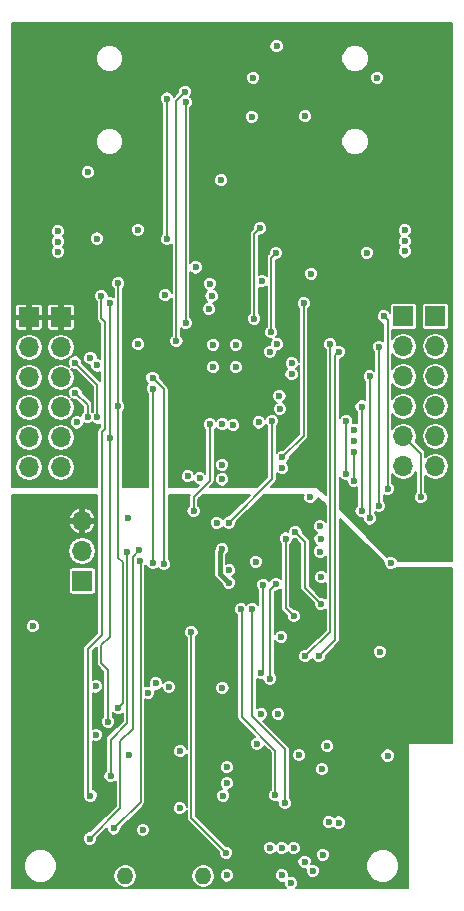
<source format=gbr>
G04 #@! TF.FileFunction,Copper,L2,Inr,Plane*
%FSLAX46Y46*%
G04 Gerber Fmt 4.6, Leading zero omitted, Abs format (unit mm)*
G04 Created by KiCad (PCBNEW 4.0.6) date Friday, April 06, 2018 'AMt' 10:50:20 AM*
%MOMM*%
%LPD*%
G01*
G04 APERTURE LIST*
%ADD10C,0.100000*%
%ADD11O,1.400000X1.400000*%
%ADD12R,1.700000X1.700000*%
%ADD13O,1.700000X1.700000*%
%ADD14C,0.600000*%
%ADD15C,0.203200*%
%ADD16C,0.177800*%
%ADD17C,0.381000*%
%ADD18C,0.200000*%
G04 APERTURE END LIST*
D10*
D11*
X124800000Y-119080000D03*
X131400000Y-119080000D03*
D12*
X121150000Y-94105000D03*
D13*
X121150000Y-91565000D03*
X121150000Y-89025000D03*
D12*
X151050000Y-71680000D03*
D13*
X151050000Y-74220000D03*
X151050000Y-76760000D03*
X151050000Y-79300000D03*
X151050000Y-81840000D03*
X151050000Y-84380000D03*
D12*
X116650000Y-71780000D03*
D13*
X116650000Y-74320000D03*
X116650000Y-76860000D03*
X116650000Y-79400000D03*
X116650000Y-81940000D03*
X116650000Y-84480000D03*
D12*
X119350000Y-71780000D03*
D13*
X119350000Y-74320000D03*
X119350000Y-76860000D03*
X119350000Y-79400000D03*
X119350000Y-81940000D03*
X119350000Y-84480000D03*
D12*
X148350000Y-71705000D03*
D13*
X148350000Y-74245000D03*
X148350000Y-76785000D03*
X148350000Y-79325000D03*
X148350000Y-81865000D03*
X148350000Y-84405000D03*
D14*
X141900000Y-108080000D03*
X131850000Y-71080000D03*
X137600000Y-48830000D03*
X139500000Y-108830000D03*
X126750000Y-103580000D03*
X129400000Y-113330000D03*
X119087000Y-65368000D03*
X119100000Y-66230000D03*
X119075000Y-64480000D03*
X147275000Y-92555000D03*
X125025000Y-88805000D03*
X132244600Y-75997000D03*
X134144600Y-75997000D03*
X134144600Y-74097000D03*
X132244600Y-74097000D03*
X137873700Y-79535400D03*
X148465467Y-66201130D03*
X148465466Y-64423131D03*
X148465467Y-65337530D03*
X118650000Y-100930000D03*
X118750000Y-97980000D03*
X130100000Y-91930000D03*
X140550000Y-68080000D03*
X134250000Y-116780000D03*
X139125000Y-92730000D03*
X137848300Y-78443200D03*
X122300000Y-107130000D03*
X122275000Y-103030000D03*
X147000000Y-108880000D03*
X149650000Y-91480000D03*
X149650000Y-90180000D03*
X130950000Y-69880000D03*
X128450000Y-71980000D03*
X130050000Y-79180000D03*
X116269200Y-67005000D03*
X147906666Y-63635731D03*
X151564266Y-63508731D03*
X119952200Y-67005000D03*
X121625000Y-59505000D03*
X132925000Y-60180000D03*
X128325000Y-53255000D03*
X128325000Y-65155000D03*
X145250000Y-66305000D03*
X137550000Y-66330000D03*
X137150000Y-73030000D03*
X122400000Y-65105000D03*
X136225000Y-64230000D03*
X135725000Y-71880000D03*
X133100000Y-112280000D03*
X128175000Y-69905000D03*
X122775000Y-69980000D03*
X121850000Y-112280000D03*
X146125000Y-51480000D03*
X135625000Y-51505000D03*
X125900000Y-74055000D03*
X125875000Y-64355000D03*
X125937500Y-91517500D03*
X140675000Y-118655000D03*
X121775000Y-115905000D03*
X126075000Y-92405000D03*
X123825000Y-115055000D03*
X141525000Y-117280000D03*
X133025000Y-103155000D03*
X137500000Y-112255000D03*
X142850000Y-114555000D03*
X134600000Y-96505000D03*
X133025000Y-80830000D03*
X133000000Y-84255000D03*
X121600000Y-80230000D03*
X120575000Y-78155000D03*
X131975000Y-80830000D03*
X130575000Y-88180000D03*
X122425000Y-80255000D03*
X120550000Y-75605000D03*
X142025000Y-114530000D03*
X138325000Y-112930000D03*
X135550000Y-96455000D03*
X130400000Y-98430000D03*
X133350000Y-117105000D03*
X139975000Y-117880000D03*
X133925000Y-80905000D03*
X120700000Y-80680000D03*
X136100000Y-80680000D03*
X133000000Y-85505000D03*
X144125000Y-82230000D03*
X131100000Y-85380000D03*
X127150000Y-92580000D03*
X127125000Y-77830000D03*
X138875000Y-76605000D03*
X128075000Y-92680000D03*
X127100000Y-76905000D03*
X138900000Y-75655000D03*
X137225000Y-80555000D03*
X144150000Y-81305000D03*
X133575000Y-89155000D03*
X141175000Y-100480000D03*
X142875000Y-74680000D03*
X137050000Y-74680000D03*
X122400000Y-75855000D03*
X140050000Y-100480000D03*
X142150000Y-74055000D03*
X137675000Y-74055000D03*
X121850000Y-75230000D03*
X124200000Y-68880000D03*
X131950000Y-68930000D03*
X124200000Y-104830000D03*
X136300000Y-105355000D03*
X124200000Y-79305000D03*
X123475000Y-70580000D03*
X132100000Y-69980000D03*
X123350000Y-106030000D03*
X137750000Y-105355000D03*
X123475000Y-82030000D03*
X129900000Y-53555000D03*
X129900000Y-72230000D03*
X140025000Y-54755000D03*
X135500000Y-54805000D03*
X129875000Y-52680000D03*
X129125000Y-73780000D03*
X133000000Y-91430000D03*
X133550000Y-94230000D03*
X135850000Y-92480000D03*
X138000000Y-98830000D03*
X130075000Y-85230000D03*
X141375000Y-93780000D03*
X128500000Y-103080000D03*
X137050000Y-102380000D03*
X137550000Y-94330000D03*
X141350000Y-96030000D03*
X139200000Y-89980000D03*
X139075000Y-97080000D03*
X138375000Y-90505000D03*
X132550000Y-89180000D03*
X141275000Y-89455000D03*
X141325000Y-90530000D03*
X141300000Y-91605000D03*
X136475000Y-94430000D03*
X136300000Y-101905000D03*
X127375000Y-102780000D03*
X133550000Y-93180000D03*
X146350000Y-100080000D03*
X135950000Y-107880000D03*
X126300000Y-115180000D03*
X141450000Y-110030000D03*
X129450000Y-108530000D03*
X138050000Y-119030000D03*
X138850000Y-119680000D03*
X133400000Y-119030000D03*
X116950000Y-97930000D03*
X133400000Y-109880000D03*
X123550000Y-110630000D03*
X124975000Y-91605000D03*
X137050000Y-116680000D03*
X138050000Y-116730000D03*
X139050000Y-116730000D03*
X133400000Y-111230000D03*
X125150000Y-108830000D03*
X139900000Y-70605000D03*
X138100000Y-83630000D03*
X130750000Y-67555000D03*
X136350000Y-68705000D03*
X138075000Y-84555000D03*
X140475000Y-87005000D03*
X149800000Y-87005000D03*
X143500000Y-80530000D03*
X143500000Y-85005000D03*
X146675000Y-71705000D03*
X147000000Y-86280000D03*
X145500000Y-88805000D03*
X145500000Y-76780000D03*
X144800000Y-88180000D03*
X144800000Y-79330000D03*
X146275000Y-74255000D03*
X146275000Y-87755000D03*
X144125000Y-83155000D03*
X144150000Y-85630000D03*
D15*
X128325000Y-65155000D02*
X128325000Y-53255000D01*
D16*
X137150000Y-66730000D02*
X137550000Y-66330000D01*
X137150000Y-73030000D02*
X137150000Y-66730000D01*
X135725000Y-64730000D02*
X136225000Y-64230000D01*
X135725000Y-71880000D02*
X135725000Y-64730000D01*
D15*
X122775000Y-71855000D02*
X122775000Y-69980000D01*
X123084498Y-72164498D02*
X122775000Y-71855000D01*
X123084498Y-81205000D02*
X123084498Y-72164498D01*
X122825000Y-81464498D02*
X123084498Y-81205000D01*
X122825000Y-98680000D02*
X122825000Y-81464498D01*
X121625000Y-99880000D02*
X122825000Y-98680000D01*
X121625000Y-112055000D02*
X121625000Y-99880000D01*
X121850000Y-112280000D02*
X121625000Y-112055000D01*
X124375000Y-107680000D02*
X125425000Y-106630000D01*
X121775000Y-115905000D02*
X124375000Y-113305000D01*
X124375000Y-113305000D02*
X124375000Y-107680000D01*
X125425000Y-92030000D02*
X125937500Y-91517500D01*
X125425000Y-106630000D02*
X125425000Y-92030000D01*
X126100000Y-112780000D02*
X126100000Y-92405000D01*
X123825000Y-115055000D02*
X126100000Y-112780000D01*
X134675000Y-105630000D02*
X134675000Y-96580000D01*
X134675000Y-96580000D02*
X134600000Y-96505000D01*
X134675000Y-105630000D02*
X137500000Y-108455000D01*
X137500000Y-108455000D02*
X137500000Y-112255000D01*
X121600000Y-79180000D02*
X121600000Y-80230000D01*
X120575000Y-78155000D02*
X121600000Y-79180000D01*
X130575000Y-87005000D02*
X130575000Y-88180000D01*
X131975000Y-85605000D02*
X130575000Y-87005000D01*
X131975000Y-80830000D02*
X131975000Y-85605000D01*
X122425000Y-77480000D02*
X122425000Y-80255000D01*
X120550000Y-75605000D02*
X122425000Y-77480000D01*
X138325000Y-112930000D02*
X138325000Y-108330000D01*
X138325000Y-108330000D02*
X135550000Y-105555000D01*
X135550000Y-105555000D02*
X135550000Y-96455000D01*
X130400000Y-114155000D02*
X130400000Y-98430000D01*
X133350000Y-117105000D02*
X130400000Y-114155000D01*
X127150000Y-92580000D02*
X127150000Y-77855000D01*
X127150000Y-77855000D02*
X127125000Y-77830000D01*
X128075000Y-92680000D02*
X128075000Y-82880000D01*
X128075000Y-82880000D02*
X128075000Y-77880000D01*
X128075000Y-77880000D02*
X127100000Y-76905000D01*
X137225000Y-80555000D02*
X137225000Y-85505000D01*
X137225000Y-85505000D02*
X133575000Y-89155000D01*
X141175000Y-100480000D02*
X142553202Y-99101798D01*
X142553202Y-75001798D02*
X142875000Y-74680000D01*
X142553202Y-99101798D02*
X142553202Y-75001798D01*
X140050000Y-100480000D02*
X142150000Y-98380000D01*
X142150000Y-98380000D02*
X142150000Y-74055000D01*
D16*
X124200000Y-68880000D02*
X124200000Y-79305000D01*
D15*
X124200000Y-104830000D02*
X124571798Y-104458202D01*
X124571798Y-104458202D02*
X124571798Y-92501798D01*
X124571798Y-92501798D02*
X124200000Y-92130000D01*
X124200000Y-92130000D02*
X124200000Y-79305000D01*
D16*
X123475000Y-70580000D02*
X123475000Y-82030000D01*
D15*
X123350000Y-106030000D02*
X123350000Y-101605000D01*
X123350000Y-101605000D02*
X122775000Y-101030000D01*
X122775000Y-101030000D02*
X122775000Y-99555000D01*
X122775000Y-99555000D02*
X123475000Y-98855000D01*
X123475000Y-98855000D02*
X123475000Y-82030000D01*
D16*
X129900000Y-53555000D02*
X129900000Y-72230000D01*
X129125000Y-53430000D02*
X129875000Y-52680000D01*
X129125000Y-73780000D02*
X129125000Y-53430000D01*
D17*
X133550000Y-94230000D02*
X132800000Y-93480000D01*
X132800000Y-91630000D02*
X133000000Y-91430000D01*
X132800000Y-93480000D02*
X132800000Y-91630000D01*
D15*
X137100000Y-102430000D02*
X137050000Y-102380000D01*
X137050000Y-102380000D02*
X137100000Y-102430000D01*
X137550000Y-94330000D02*
X137050000Y-94830000D01*
X137050000Y-94830000D02*
X137050000Y-102380000D01*
X140025000Y-94705000D02*
X141350000Y-96030000D01*
X140025000Y-90805000D02*
X140025000Y-94705000D01*
X139200000Y-89980000D02*
X140025000Y-90805000D01*
X138375000Y-96380000D02*
X139075000Y-97080000D01*
X138375000Y-90505000D02*
X138375000Y-96380000D01*
X136475000Y-101905000D02*
X136300000Y-101905000D01*
X136475000Y-94430000D02*
X136475000Y-101905000D01*
X123550000Y-110630000D02*
X123550000Y-107530000D01*
X123550000Y-107530000D02*
X124975000Y-106105000D01*
X124975000Y-106105000D02*
X124975000Y-91605000D01*
X139900000Y-81830000D02*
X139900000Y-70605000D01*
X138100000Y-83630000D02*
X139900000Y-81830000D01*
X149800000Y-87005000D02*
X149800000Y-83315000D01*
X148350000Y-81865000D02*
X149800000Y-83315000D01*
X143500000Y-85005000D02*
X143500000Y-80530000D01*
X147000000Y-72030000D02*
X146675000Y-71705000D01*
X147000000Y-86280000D02*
X147000000Y-72030000D01*
X145500000Y-88805000D02*
X145500000Y-76780000D01*
X144800000Y-88180000D02*
X144800000Y-79330000D01*
X146275000Y-87755000D02*
X146275000Y-74255000D01*
X144125000Y-83155000D02*
X144125000Y-83155000D01*
X144150000Y-85630000D02*
X144125000Y-83155000D01*
D18*
G36*
X152475000Y-92380000D02*
X147851893Y-92380000D01*
X147783952Y-92215571D01*
X147615317Y-92046641D01*
X147394871Y-91955104D01*
X147156176Y-91954896D01*
X146951067Y-92039645D01*
X142954802Y-88043380D01*
X142954802Y-85256707D01*
X142991048Y-85344429D01*
X143159683Y-85513359D01*
X143380129Y-85604896D01*
X143550021Y-85605044D01*
X143549896Y-85748824D01*
X143641048Y-85969429D01*
X143809683Y-86138359D01*
X144030129Y-86229896D01*
X144268824Y-86230104D01*
X144398400Y-86176564D01*
X144398400Y-87733110D01*
X144291641Y-87839683D01*
X144200104Y-88060129D01*
X144199896Y-88298824D01*
X144291048Y-88519429D01*
X144459683Y-88688359D01*
X144680129Y-88779896D01*
X144900021Y-88780088D01*
X144899896Y-88923824D01*
X144991048Y-89144429D01*
X145159683Y-89313359D01*
X145380129Y-89404896D01*
X145618824Y-89405104D01*
X145839429Y-89313952D01*
X146008359Y-89145317D01*
X146099896Y-88924871D01*
X146100104Y-88686176D01*
X146008952Y-88465571D01*
X145901600Y-88358031D01*
X145901600Y-88230218D01*
X145934683Y-88263359D01*
X146155129Y-88354896D01*
X146393824Y-88355104D01*
X146614429Y-88263952D01*
X146783359Y-88095317D01*
X146874896Y-87874871D01*
X146875104Y-87636176D01*
X146783952Y-87415571D01*
X146676600Y-87308031D01*
X146676600Y-86795384D01*
X146880129Y-86879896D01*
X147118824Y-86880104D01*
X147339429Y-86788952D01*
X147508359Y-86620317D01*
X147599896Y-86399871D01*
X147600104Y-86161176D01*
X147508952Y-85940571D01*
X147401600Y-85833031D01*
X147401600Y-85049510D01*
X147514297Y-85218173D01*
X147887384Y-85467461D01*
X148327470Y-85555000D01*
X148372530Y-85555000D01*
X148812616Y-85467461D01*
X149185703Y-85218173D01*
X149398400Y-84899848D01*
X149398400Y-86558110D01*
X149291641Y-86664683D01*
X149200104Y-86885129D01*
X149199896Y-87123824D01*
X149291048Y-87344429D01*
X149459683Y-87513359D01*
X149680129Y-87604896D01*
X149918824Y-87605104D01*
X150139429Y-87513952D01*
X150308359Y-87345317D01*
X150399896Y-87124871D01*
X150400104Y-86886176D01*
X150308952Y-86665571D01*
X150201600Y-86558031D01*
X150201600Y-85174171D01*
X150214297Y-85193173D01*
X150587384Y-85442461D01*
X151027470Y-85530000D01*
X151072530Y-85530000D01*
X151512616Y-85442461D01*
X151885703Y-85193173D01*
X152134991Y-84820086D01*
X152222530Y-84380000D01*
X152134991Y-83939914D01*
X151885703Y-83566827D01*
X151512616Y-83317539D01*
X151072530Y-83230000D01*
X151027470Y-83230000D01*
X150587384Y-83317539D01*
X150214297Y-83566827D01*
X150201600Y-83585829D01*
X150201600Y-83315000D01*
X150171030Y-83161314D01*
X150083974Y-83031026D01*
X149404166Y-82351218D01*
X149434991Y-82305086D01*
X149522530Y-81865000D01*
X149517558Y-81840000D01*
X149877470Y-81840000D01*
X149965009Y-82280086D01*
X150214297Y-82653173D01*
X150587384Y-82902461D01*
X151027470Y-82990000D01*
X151072530Y-82990000D01*
X151512616Y-82902461D01*
X151885703Y-82653173D01*
X152134991Y-82280086D01*
X152222530Y-81840000D01*
X152134991Y-81399914D01*
X151885703Y-81026827D01*
X151512616Y-80777539D01*
X151072530Y-80690000D01*
X151027470Y-80690000D01*
X150587384Y-80777539D01*
X150214297Y-81026827D01*
X149965009Y-81399914D01*
X149877470Y-81840000D01*
X149517558Y-81840000D01*
X149434991Y-81424914D01*
X149185703Y-81051827D01*
X148812616Y-80802539D01*
X148372530Y-80715000D01*
X148327470Y-80715000D01*
X147887384Y-80802539D01*
X147514297Y-81051827D01*
X147401600Y-81220490D01*
X147401600Y-79969510D01*
X147514297Y-80138173D01*
X147887384Y-80387461D01*
X148327470Y-80475000D01*
X148372530Y-80475000D01*
X148812616Y-80387461D01*
X149185703Y-80138173D01*
X149434991Y-79765086D01*
X149522530Y-79325000D01*
X149517558Y-79300000D01*
X149877470Y-79300000D01*
X149965009Y-79740086D01*
X150214297Y-80113173D01*
X150587384Y-80362461D01*
X151027470Y-80450000D01*
X151072530Y-80450000D01*
X151512616Y-80362461D01*
X151885703Y-80113173D01*
X152134991Y-79740086D01*
X152222530Y-79300000D01*
X152134991Y-78859914D01*
X151885703Y-78486827D01*
X151512616Y-78237539D01*
X151072530Y-78150000D01*
X151027470Y-78150000D01*
X150587384Y-78237539D01*
X150214297Y-78486827D01*
X149965009Y-78859914D01*
X149877470Y-79300000D01*
X149517558Y-79300000D01*
X149434991Y-78884914D01*
X149185703Y-78511827D01*
X148812616Y-78262539D01*
X148372530Y-78175000D01*
X148327470Y-78175000D01*
X147887384Y-78262539D01*
X147514297Y-78511827D01*
X147401600Y-78680490D01*
X147401600Y-77429510D01*
X147514297Y-77598173D01*
X147887384Y-77847461D01*
X148327470Y-77935000D01*
X148372530Y-77935000D01*
X148812616Y-77847461D01*
X149185703Y-77598173D01*
X149434991Y-77225086D01*
X149522530Y-76785000D01*
X149517558Y-76760000D01*
X149877470Y-76760000D01*
X149965009Y-77200086D01*
X150214297Y-77573173D01*
X150587384Y-77822461D01*
X151027470Y-77910000D01*
X151072530Y-77910000D01*
X151512616Y-77822461D01*
X151885703Y-77573173D01*
X152134991Y-77200086D01*
X152222530Y-76760000D01*
X152134991Y-76319914D01*
X151885703Y-75946827D01*
X151512616Y-75697539D01*
X151072530Y-75610000D01*
X151027470Y-75610000D01*
X150587384Y-75697539D01*
X150214297Y-75946827D01*
X149965009Y-76319914D01*
X149877470Y-76760000D01*
X149517558Y-76760000D01*
X149434991Y-76344914D01*
X149185703Y-75971827D01*
X148812616Y-75722539D01*
X148372530Y-75635000D01*
X148327470Y-75635000D01*
X147887384Y-75722539D01*
X147514297Y-75971827D01*
X147401600Y-76140490D01*
X147401600Y-74889510D01*
X147514297Y-75058173D01*
X147887384Y-75307461D01*
X148327470Y-75395000D01*
X148372530Y-75395000D01*
X148812616Y-75307461D01*
X149185703Y-75058173D01*
X149434991Y-74685086D01*
X149522530Y-74245000D01*
X149517558Y-74220000D01*
X149877470Y-74220000D01*
X149965009Y-74660086D01*
X150214297Y-75033173D01*
X150587384Y-75282461D01*
X151027470Y-75370000D01*
X151072530Y-75370000D01*
X151512616Y-75282461D01*
X151885703Y-75033173D01*
X152134991Y-74660086D01*
X152222530Y-74220000D01*
X152134991Y-73779914D01*
X151885703Y-73406827D01*
X151512616Y-73157539D01*
X151072530Y-73070000D01*
X151027470Y-73070000D01*
X150587384Y-73157539D01*
X150214297Y-73406827D01*
X149965009Y-73779914D01*
X149877470Y-74220000D01*
X149517558Y-74220000D01*
X149434991Y-73804914D01*
X149185703Y-73431827D01*
X148812616Y-73182539D01*
X148372530Y-73095000D01*
X148327470Y-73095000D01*
X147887384Y-73182539D01*
X147514297Y-73431827D01*
X147401600Y-73600490D01*
X147401600Y-72840950D01*
X147500000Y-72860877D01*
X149200000Y-72860877D01*
X149311173Y-72839958D01*
X149413279Y-72774255D01*
X149481778Y-72674003D01*
X149505877Y-72555000D01*
X149505877Y-70855000D01*
X149501173Y-70830000D01*
X149894123Y-70830000D01*
X149894123Y-72530000D01*
X149915042Y-72641173D01*
X149980745Y-72743279D01*
X150080997Y-72811778D01*
X150200000Y-72835877D01*
X151900000Y-72835877D01*
X152011173Y-72814958D01*
X152113279Y-72749255D01*
X152181778Y-72649003D01*
X152205877Y-72530000D01*
X152205877Y-70830000D01*
X152184958Y-70718827D01*
X152119255Y-70616721D01*
X152019003Y-70548222D01*
X151900000Y-70524123D01*
X150200000Y-70524123D01*
X150088827Y-70545042D01*
X149986721Y-70610745D01*
X149918222Y-70710997D01*
X149894123Y-70830000D01*
X149501173Y-70830000D01*
X149484958Y-70743827D01*
X149419255Y-70641721D01*
X149319003Y-70573222D01*
X149200000Y-70549123D01*
X147500000Y-70549123D01*
X147388827Y-70570042D01*
X147286721Y-70635745D01*
X147218222Y-70735997D01*
X147194123Y-70855000D01*
X147194123Y-71390187D01*
X147183952Y-71365571D01*
X147015317Y-71196641D01*
X146794871Y-71105104D01*
X146556176Y-71104896D01*
X146335571Y-71196048D01*
X146166641Y-71364683D01*
X146075104Y-71585129D01*
X146074896Y-71823824D01*
X146166048Y-72044429D01*
X146334683Y-72213359D01*
X146555129Y-72304896D01*
X146598400Y-72304934D01*
X146598400Y-73739616D01*
X146394871Y-73655104D01*
X146156176Y-73654896D01*
X145935571Y-73746048D01*
X145766641Y-73914683D01*
X145675104Y-74135129D01*
X145674896Y-74373824D01*
X145766048Y-74594429D01*
X145873400Y-74701969D01*
X145873400Y-76304782D01*
X145840317Y-76271641D01*
X145619871Y-76180104D01*
X145381176Y-76179896D01*
X145160571Y-76271048D01*
X144991641Y-76439683D01*
X144900104Y-76660129D01*
X144899896Y-76898824D01*
X144991048Y-77119429D01*
X145098400Y-77226969D01*
X145098400Y-78804236D01*
X144919871Y-78730104D01*
X144681176Y-78729896D01*
X144460571Y-78821048D01*
X144291641Y-78989683D01*
X144200104Y-79210129D01*
X144199896Y-79448824D01*
X144291048Y-79669429D01*
X144398400Y-79776969D01*
X144398400Y-80758474D01*
X144269871Y-80705104D01*
X144077031Y-80704936D01*
X144099896Y-80649871D01*
X144100104Y-80411176D01*
X144008952Y-80190571D01*
X143840317Y-80021641D01*
X143619871Y-79930104D01*
X143381176Y-79929896D01*
X143160571Y-80021048D01*
X142991641Y-80189683D01*
X142954802Y-80278401D01*
X142954802Y-75280070D01*
X142993824Y-75280104D01*
X143214429Y-75188952D01*
X143383359Y-75020317D01*
X143474896Y-74799871D01*
X143475104Y-74561176D01*
X143383952Y-74340571D01*
X143215317Y-74171641D01*
X142994871Y-74080104D01*
X142756176Y-74079896D01*
X142749977Y-74082458D01*
X142750104Y-73936176D01*
X142658952Y-73715571D01*
X142490317Y-73546641D01*
X142269871Y-73455104D01*
X142031176Y-73454896D01*
X141810571Y-73546048D01*
X141641641Y-73714683D01*
X141550104Y-73935129D01*
X141549896Y-74173824D01*
X141641048Y-74394429D01*
X141748400Y-74501969D01*
X141748400Y-86836978D01*
X141120711Y-86209289D01*
X141087629Y-86187350D01*
X141050000Y-86180000D01*
X137117948Y-86180000D01*
X137508974Y-85788974D01*
X137596031Y-85658685D01*
X137626600Y-85505000D01*
X137626600Y-84955087D01*
X137734683Y-85063359D01*
X137955129Y-85154896D01*
X138193824Y-85155104D01*
X138414429Y-85063952D01*
X138583359Y-84895317D01*
X138674896Y-84674871D01*
X138675104Y-84436176D01*
X138583952Y-84215571D01*
X138473507Y-84104933D01*
X138608359Y-83970317D01*
X138699896Y-83749871D01*
X138700028Y-83597920D01*
X140183974Y-82113974D01*
X140271030Y-81983686D01*
X140301600Y-81830000D01*
X140301600Y-71051890D01*
X140408359Y-70945317D01*
X140499896Y-70724871D01*
X140500104Y-70486176D01*
X140408952Y-70265571D01*
X140240317Y-70096641D01*
X140019871Y-70005104D01*
X139781176Y-70004896D01*
X139560571Y-70096048D01*
X139391641Y-70264683D01*
X139300104Y-70485129D01*
X139299896Y-70723824D01*
X139391048Y-70944429D01*
X139498400Y-71051969D01*
X139498400Y-75532052D01*
X139408952Y-75315571D01*
X139240317Y-75146641D01*
X139019871Y-75055104D01*
X138781176Y-75054896D01*
X138560571Y-75146048D01*
X138391641Y-75314683D01*
X138300104Y-75535129D01*
X138299896Y-75773824D01*
X138391048Y-75994429D01*
X138513993Y-76117589D01*
X138366641Y-76264683D01*
X138275104Y-76485129D01*
X138274896Y-76723824D01*
X138366048Y-76944429D01*
X138534683Y-77113359D01*
X138755129Y-77204896D01*
X138993824Y-77205104D01*
X139214429Y-77113952D01*
X139383359Y-76945317D01*
X139474896Y-76724871D01*
X139475104Y-76486176D01*
X139383952Y-76265571D01*
X139261007Y-76142411D01*
X139408359Y-75995317D01*
X139498400Y-75778474D01*
X139498400Y-81663652D01*
X138132025Y-83030027D01*
X137981176Y-83029896D01*
X137760571Y-83121048D01*
X137626600Y-83254785D01*
X137626600Y-81001890D01*
X137733359Y-80895317D01*
X137824896Y-80674871D01*
X137825104Y-80436176D01*
X137733952Y-80215571D01*
X137583012Y-80064367D01*
X137753829Y-80135296D01*
X137992524Y-80135504D01*
X138213129Y-80044352D01*
X138382059Y-79875717D01*
X138473596Y-79655271D01*
X138473804Y-79416576D01*
X138382652Y-79195971D01*
X138214017Y-79027041D01*
X138110506Y-78984060D01*
X138187729Y-78952152D01*
X138356659Y-78783517D01*
X138448196Y-78563071D01*
X138448404Y-78324376D01*
X138357252Y-78103771D01*
X138188617Y-77934841D01*
X137968171Y-77843304D01*
X137729476Y-77843096D01*
X137508871Y-77934248D01*
X137339941Y-78102883D01*
X137248404Y-78323329D01*
X137248196Y-78562024D01*
X137339348Y-78782629D01*
X137507983Y-78951559D01*
X137611494Y-78994540D01*
X137534271Y-79026448D01*
X137365341Y-79195083D01*
X137273804Y-79415529D01*
X137273596Y-79654224D01*
X137364748Y-79874829D01*
X137515688Y-80026033D01*
X137344871Y-79955104D01*
X137106176Y-79954896D01*
X136885571Y-80046048D01*
X136716641Y-80214683D01*
X136636592Y-80407464D01*
X136608952Y-80340571D01*
X136440317Y-80171641D01*
X136219871Y-80080104D01*
X135981176Y-80079896D01*
X135760571Y-80171048D01*
X135591641Y-80339683D01*
X135500104Y-80560129D01*
X135499896Y-80798824D01*
X135591048Y-81019429D01*
X135759683Y-81188359D01*
X135980129Y-81279896D01*
X136218824Y-81280104D01*
X136439429Y-81188952D01*
X136608359Y-81020317D01*
X136688408Y-80827536D01*
X136716048Y-80894429D01*
X136823400Y-81001969D01*
X136823400Y-85338652D01*
X135982052Y-86180000D01*
X131967948Y-86180000D01*
X132258974Y-85888974D01*
X132331835Y-85779930D01*
X132346030Y-85758686D01*
X132372855Y-85623824D01*
X132399896Y-85623824D01*
X132491048Y-85844429D01*
X132659683Y-86013359D01*
X132880129Y-86104896D01*
X133118824Y-86105104D01*
X133339429Y-86013952D01*
X133508359Y-85845317D01*
X133599896Y-85624871D01*
X133600104Y-85386176D01*
X133508952Y-85165571D01*
X133340317Y-84996641D01*
X133119871Y-84905104D01*
X132881176Y-84904896D01*
X132660571Y-84996048D01*
X132491641Y-85164683D01*
X132400104Y-85385129D01*
X132399896Y-85623824D01*
X132372855Y-85623824D01*
X132376600Y-85605000D01*
X132376600Y-84373824D01*
X132399896Y-84373824D01*
X132491048Y-84594429D01*
X132659683Y-84763359D01*
X132880129Y-84854896D01*
X133118824Y-84855104D01*
X133339429Y-84763952D01*
X133508359Y-84595317D01*
X133599896Y-84374871D01*
X133600104Y-84136176D01*
X133508952Y-83915571D01*
X133340317Y-83746641D01*
X133119871Y-83655104D01*
X132881176Y-83654896D01*
X132660571Y-83746048D01*
X132491641Y-83914683D01*
X132400104Y-84135129D01*
X132399896Y-84373824D01*
X132376600Y-84373824D01*
X132376600Y-81276890D01*
X132483359Y-81170317D01*
X132499928Y-81130415D01*
X132516048Y-81169429D01*
X132684683Y-81338359D01*
X132905129Y-81429896D01*
X133143824Y-81430104D01*
X133364429Y-81338952D01*
X133437545Y-81265964D01*
X133584683Y-81413359D01*
X133805129Y-81504896D01*
X134043824Y-81505104D01*
X134264429Y-81413952D01*
X134433359Y-81245317D01*
X134524896Y-81024871D01*
X134525104Y-80786176D01*
X134433952Y-80565571D01*
X134265317Y-80396641D01*
X134044871Y-80305104D01*
X133806176Y-80304896D01*
X133585571Y-80396048D01*
X133512455Y-80469036D01*
X133365317Y-80321641D01*
X133144871Y-80230104D01*
X132906176Y-80229896D01*
X132685571Y-80321048D01*
X132516641Y-80489683D01*
X132500072Y-80529585D01*
X132483952Y-80490571D01*
X132315317Y-80321641D01*
X132094871Y-80230104D01*
X131856176Y-80229896D01*
X131635571Y-80321048D01*
X131466641Y-80489683D01*
X131375104Y-80710129D01*
X131374896Y-80948824D01*
X131466048Y-81169429D01*
X131573400Y-81276969D01*
X131573400Y-85004957D01*
X131440317Y-84871641D01*
X131219871Y-84780104D01*
X130981176Y-84779896D01*
X130760571Y-84871048D01*
X130629817Y-85001573D01*
X130583952Y-84890571D01*
X130415317Y-84721641D01*
X130194871Y-84630104D01*
X129956176Y-84629896D01*
X129735571Y-84721048D01*
X129566641Y-84889683D01*
X129475104Y-85110129D01*
X129474896Y-85348824D01*
X129566048Y-85569429D01*
X129734683Y-85738359D01*
X129955129Y-85829896D01*
X130193824Y-85830104D01*
X130414429Y-85738952D01*
X130545183Y-85608427D01*
X130591048Y-85719429D01*
X130759683Y-85888359D01*
X130980129Y-85979896D01*
X131032111Y-85979941D01*
X130832052Y-86180000D01*
X128476600Y-86180000D01*
X128476600Y-77880000D01*
X128446030Y-77726314D01*
X128358974Y-77596026D01*
X127699973Y-76937025D01*
X127700104Y-76786176D01*
X127608952Y-76565571D01*
X127440317Y-76396641D01*
X127219871Y-76305104D01*
X126981176Y-76304896D01*
X126760571Y-76396048D01*
X126591641Y-76564683D01*
X126500104Y-76785129D01*
X126499896Y-77023824D01*
X126591048Y-77244429D01*
X126726449Y-77380067D01*
X126616641Y-77489683D01*
X126525104Y-77710129D01*
X126524896Y-77948824D01*
X126616048Y-78169429D01*
X126748400Y-78302013D01*
X126748400Y-86180000D01*
X124601600Y-86180000D01*
X124601600Y-79751890D01*
X124708359Y-79645317D01*
X124799896Y-79424871D01*
X124800104Y-79186176D01*
X124708952Y-78965571D01*
X124588900Y-78845309D01*
X124588900Y-76115824D01*
X131644496Y-76115824D01*
X131735648Y-76336429D01*
X131904283Y-76505359D01*
X132124729Y-76596896D01*
X132363424Y-76597104D01*
X132584029Y-76505952D01*
X132752959Y-76337317D01*
X132844496Y-76116871D01*
X132844496Y-76115824D01*
X133544496Y-76115824D01*
X133635648Y-76336429D01*
X133804283Y-76505359D01*
X134024729Y-76596896D01*
X134263424Y-76597104D01*
X134484029Y-76505952D01*
X134652959Y-76337317D01*
X134744496Y-76116871D01*
X134744704Y-75878176D01*
X134653552Y-75657571D01*
X134484917Y-75488641D01*
X134264471Y-75397104D01*
X134025776Y-75396896D01*
X133805171Y-75488048D01*
X133636241Y-75656683D01*
X133544704Y-75877129D01*
X133544496Y-76115824D01*
X132844496Y-76115824D01*
X132844704Y-75878176D01*
X132753552Y-75657571D01*
X132584917Y-75488641D01*
X132364471Y-75397104D01*
X132125776Y-75396896D01*
X131905171Y-75488048D01*
X131736241Y-75656683D01*
X131644704Y-75877129D01*
X131644496Y-76115824D01*
X124588900Y-76115824D01*
X124588900Y-74173824D01*
X125299896Y-74173824D01*
X125391048Y-74394429D01*
X125559683Y-74563359D01*
X125780129Y-74654896D01*
X126018824Y-74655104D01*
X126239429Y-74563952D01*
X126408359Y-74395317D01*
X126499896Y-74174871D01*
X126500104Y-73936176D01*
X126408952Y-73715571D01*
X126240317Y-73546641D01*
X126019871Y-73455104D01*
X125781176Y-73454896D01*
X125560571Y-73546048D01*
X125391641Y-73714683D01*
X125300104Y-73935129D01*
X125299896Y-74173824D01*
X124588900Y-74173824D01*
X124588900Y-70023824D01*
X127574896Y-70023824D01*
X127666048Y-70244429D01*
X127834683Y-70413359D01*
X128055129Y-70504896D01*
X128293824Y-70505104D01*
X128514429Y-70413952D01*
X128683359Y-70245317D01*
X128736100Y-70118302D01*
X128736100Y-73320433D01*
X128616641Y-73439683D01*
X128525104Y-73660129D01*
X128524896Y-73898824D01*
X128616048Y-74119429D01*
X128784683Y-74288359D01*
X129005129Y-74379896D01*
X129243824Y-74380104D01*
X129464429Y-74288952D01*
X129537684Y-74215824D01*
X131644496Y-74215824D01*
X131735648Y-74436429D01*
X131904283Y-74605359D01*
X132124729Y-74696896D01*
X132363424Y-74697104D01*
X132584029Y-74605952D01*
X132752959Y-74437317D01*
X132844496Y-74216871D01*
X132844496Y-74215824D01*
X133544496Y-74215824D01*
X133635648Y-74436429D01*
X133804283Y-74605359D01*
X134024729Y-74696896D01*
X134263424Y-74697104D01*
X134484029Y-74605952D01*
X134652959Y-74437317D01*
X134744496Y-74216871D01*
X134744704Y-73978176D01*
X134653552Y-73757571D01*
X134484917Y-73588641D01*
X134264471Y-73497104D01*
X134025776Y-73496896D01*
X133805171Y-73588048D01*
X133636241Y-73756683D01*
X133544704Y-73977129D01*
X133544496Y-74215824D01*
X132844496Y-74215824D01*
X132844704Y-73978176D01*
X132753552Y-73757571D01*
X132584917Y-73588641D01*
X132364471Y-73497104D01*
X132125776Y-73496896D01*
X131905171Y-73588048D01*
X131736241Y-73756683D01*
X131644704Y-73977129D01*
X131644496Y-74215824D01*
X129537684Y-74215824D01*
X129633359Y-74120317D01*
X129724896Y-73899871D01*
X129725104Y-73661176D01*
X129633952Y-73440571D01*
X129513900Y-73320309D01*
X129513900Y-72692496D01*
X129559683Y-72738359D01*
X129780129Y-72829896D01*
X130018824Y-72830104D01*
X130239429Y-72738952D01*
X130408359Y-72570317D01*
X130499896Y-72349871D01*
X130500104Y-72111176D01*
X130453682Y-71998824D01*
X135124896Y-71998824D01*
X135216048Y-72219429D01*
X135384683Y-72388359D01*
X135605129Y-72479896D01*
X135843824Y-72480104D01*
X136064429Y-72388952D01*
X136233359Y-72220317D01*
X136324896Y-71999871D01*
X136325104Y-71761176D01*
X136233952Y-71540571D01*
X136113900Y-71420309D01*
X136113900Y-69256634D01*
X136230129Y-69304896D01*
X136468824Y-69305104D01*
X136689429Y-69213952D01*
X136761100Y-69142406D01*
X136761100Y-72570433D01*
X136641641Y-72689683D01*
X136550104Y-72910129D01*
X136549896Y-73148824D01*
X136641048Y-73369429D01*
X136809683Y-73538359D01*
X137030129Y-73629896D01*
X137251383Y-73630089D01*
X137166641Y-73714683D01*
X137075104Y-73935129D01*
X137074978Y-74080021D01*
X136931176Y-74079896D01*
X136710571Y-74171048D01*
X136541641Y-74339683D01*
X136450104Y-74560129D01*
X136449896Y-74798824D01*
X136541048Y-75019429D01*
X136709683Y-75188359D01*
X136930129Y-75279896D01*
X137168824Y-75280104D01*
X137389429Y-75188952D01*
X137558359Y-75020317D01*
X137649896Y-74799871D01*
X137650022Y-74654979D01*
X137793824Y-74655104D01*
X138014429Y-74563952D01*
X138183359Y-74395317D01*
X138274896Y-74174871D01*
X138275104Y-73936176D01*
X138183952Y-73715571D01*
X138015317Y-73546641D01*
X137794871Y-73455104D01*
X137573617Y-73454911D01*
X137658359Y-73370317D01*
X137749896Y-73149871D01*
X137750104Y-72911176D01*
X137658952Y-72690571D01*
X137538900Y-72570309D01*
X137538900Y-68198824D01*
X139949896Y-68198824D01*
X140041048Y-68419429D01*
X140209683Y-68588359D01*
X140430129Y-68679896D01*
X140668824Y-68680104D01*
X140889429Y-68588952D01*
X141058359Y-68420317D01*
X141149896Y-68199871D01*
X141150104Y-67961176D01*
X141058952Y-67740571D01*
X140890317Y-67571641D01*
X140669871Y-67480104D01*
X140431176Y-67479896D01*
X140210571Y-67571048D01*
X140041641Y-67739683D01*
X139950104Y-67960129D01*
X139949896Y-68198824D01*
X137538900Y-68198824D01*
X137538900Y-66929991D01*
X137668824Y-66930104D01*
X137889429Y-66838952D01*
X138058359Y-66670317D01*
X138149896Y-66449871D01*
X138149918Y-66423824D01*
X144649896Y-66423824D01*
X144741048Y-66644429D01*
X144909683Y-66813359D01*
X145130129Y-66904896D01*
X145368824Y-66905104D01*
X145589429Y-66813952D01*
X145758359Y-66645317D01*
X145849896Y-66424871D01*
X145850104Y-66186176D01*
X145758952Y-65965571D01*
X145590317Y-65796641D01*
X145369871Y-65705104D01*
X145131176Y-65704896D01*
X144910571Y-65796048D01*
X144741641Y-65964683D01*
X144650104Y-66185129D01*
X144649896Y-66423824D01*
X138149918Y-66423824D01*
X138150104Y-66211176D01*
X138058952Y-65990571D01*
X137890317Y-65821641D01*
X137669871Y-65730104D01*
X137431176Y-65729896D01*
X137210571Y-65821048D01*
X137041641Y-65989683D01*
X136950104Y-66210129D01*
X136949956Y-66380056D01*
X136875006Y-66455006D01*
X136790703Y-66581174D01*
X136761100Y-66730000D01*
X136761100Y-68267548D01*
X136690317Y-68196641D01*
X136469871Y-68105104D01*
X136231176Y-68104896D01*
X136113900Y-68153353D01*
X136113900Y-64891088D01*
X136175031Y-64829957D01*
X136343824Y-64830104D01*
X136564429Y-64738952D01*
X136733359Y-64570317D01*
X136745135Y-64541955D01*
X147865362Y-64541955D01*
X147956514Y-64762560D01*
X148074137Y-64880389D01*
X147957108Y-64997213D01*
X147865571Y-65217659D01*
X147865363Y-65456354D01*
X147956515Y-65676959D01*
X148048738Y-65769343D01*
X147957108Y-65860813D01*
X147865571Y-66081259D01*
X147865363Y-66319954D01*
X147956515Y-66540559D01*
X148125150Y-66709489D01*
X148345596Y-66801026D01*
X148584291Y-66801234D01*
X148804896Y-66710082D01*
X148973826Y-66541447D01*
X149065363Y-66321001D01*
X149065571Y-66082306D01*
X148974419Y-65861701D01*
X148882196Y-65769317D01*
X148973826Y-65677847D01*
X149065363Y-65457401D01*
X149065571Y-65218706D01*
X148974419Y-64998101D01*
X148856796Y-64880272D01*
X148973825Y-64763448D01*
X149065362Y-64543002D01*
X149065570Y-64304307D01*
X148974418Y-64083702D01*
X148805783Y-63914772D01*
X148585337Y-63823235D01*
X148346642Y-63823027D01*
X148126037Y-63914179D01*
X147957107Y-64082814D01*
X147865570Y-64303260D01*
X147865362Y-64541955D01*
X136745135Y-64541955D01*
X136824896Y-64349871D01*
X136825104Y-64111176D01*
X136733952Y-63890571D01*
X136565317Y-63721641D01*
X136344871Y-63630104D01*
X136106176Y-63629896D01*
X135885571Y-63721048D01*
X135716641Y-63889683D01*
X135625104Y-64110129D01*
X135624956Y-64280056D01*
X135450006Y-64455006D01*
X135365703Y-64581174D01*
X135336100Y-64730000D01*
X135336100Y-71420433D01*
X135216641Y-71539683D01*
X135125104Y-71760129D01*
X135124896Y-71998824D01*
X130453682Y-71998824D01*
X130408952Y-71890571D01*
X130288900Y-71770309D01*
X130288900Y-71198824D01*
X131249896Y-71198824D01*
X131341048Y-71419429D01*
X131509683Y-71588359D01*
X131730129Y-71679896D01*
X131968824Y-71680104D01*
X132189429Y-71588952D01*
X132358359Y-71420317D01*
X132449896Y-71199871D01*
X132450104Y-70961176D01*
X132358952Y-70740571D01*
X132198748Y-70580087D01*
X132218824Y-70580104D01*
X132439429Y-70488952D01*
X132608359Y-70320317D01*
X132699896Y-70099871D01*
X132700104Y-69861176D01*
X132608952Y-69640571D01*
X132440317Y-69471641D01*
X132310628Y-69417790D01*
X132458359Y-69270317D01*
X132549896Y-69049871D01*
X132550104Y-68811176D01*
X132458952Y-68590571D01*
X132290317Y-68421641D01*
X132069871Y-68330104D01*
X131831176Y-68329896D01*
X131610571Y-68421048D01*
X131441641Y-68589683D01*
X131350104Y-68810129D01*
X131349896Y-69048824D01*
X131441048Y-69269429D01*
X131609683Y-69438359D01*
X131739372Y-69492210D01*
X131591641Y-69639683D01*
X131500104Y-69860129D01*
X131499896Y-70098824D01*
X131591048Y-70319429D01*
X131751252Y-70479913D01*
X131731176Y-70479896D01*
X131510571Y-70571048D01*
X131341641Y-70739683D01*
X131250104Y-70960129D01*
X131249896Y-71198824D01*
X130288900Y-71198824D01*
X130288900Y-67942365D01*
X130409683Y-68063359D01*
X130630129Y-68154896D01*
X130868824Y-68155104D01*
X131089429Y-68063952D01*
X131258359Y-67895317D01*
X131349896Y-67674871D01*
X131350104Y-67436176D01*
X131258952Y-67215571D01*
X131090317Y-67046641D01*
X130869871Y-66955104D01*
X130631176Y-66954896D01*
X130410571Y-67046048D01*
X130288900Y-67167507D01*
X130288900Y-60298824D01*
X132324896Y-60298824D01*
X132416048Y-60519429D01*
X132584683Y-60688359D01*
X132805129Y-60779896D01*
X133043824Y-60780104D01*
X133264429Y-60688952D01*
X133433359Y-60520317D01*
X133524896Y-60299871D01*
X133525104Y-60061176D01*
X133433952Y-59840571D01*
X133265317Y-59671641D01*
X133044871Y-59580104D01*
X132806176Y-59579896D01*
X132585571Y-59671048D01*
X132416641Y-59839683D01*
X132325104Y-60060129D01*
X132324896Y-60298824D01*
X130288900Y-60298824D01*
X130288900Y-57107746D01*
X143099801Y-57107746D01*
X143274509Y-57530572D01*
X143597727Y-57854354D01*
X144020247Y-58029800D01*
X144477746Y-58030199D01*
X144900572Y-57855491D01*
X145224354Y-57532273D01*
X145399800Y-57109753D01*
X145400199Y-56652254D01*
X145225491Y-56229428D01*
X144902273Y-55905646D01*
X144479753Y-55730200D01*
X144022254Y-55729801D01*
X143599428Y-55904509D01*
X143275646Y-56227727D01*
X143100200Y-56650247D01*
X143099801Y-57107746D01*
X130288900Y-57107746D01*
X130288900Y-54923824D01*
X134899896Y-54923824D01*
X134991048Y-55144429D01*
X135159683Y-55313359D01*
X135380129Y-55404896D01*
X135618824Y-55405104D01*
X135839429Y-55313952D01*
X136008359Y-55145317D01*
X136099896Y-54924871D01*
X136099940Y-54873824D01*
X139424896Y-54873824D01*
X139516048Y-55094429D01*
X139684683Y-55263359D01*
X139905129Y-55354896D01*
X140143824Y-55355104D01*
X140364429Y-55263952D01*
X140533359Y-55095317D01*
X140624896Y-54874871D01*
X140625104Y-54636176D01*
X140533952Y-54415571D01*
X140365317Y-54246641D01*
X140144871Y-54155104D01*
X139906176Y-54154896D01*
X139685571Y-54246048D01*
X139516641Y-54414683D01*
X139425104Y-54635129D01*
X139424896Y-54873824D01*
X136099940Y-54873824D01*
X136100104Y-54686176D01*
X136008952Y-54465571D01*
X135840317Y-54296641D01*
X135619871Y-54205104D01*
X135381176Y-54204896D01*
X135160571Y-54296048D01*
X134991641Y-54464683D01*
X134900104Y-54685129D01*
X134899896Y-54923824D01*
X130288900Y-54923824D01*
X130288900Y-54014567D01*
X130408359Y-53895317D01*
X130499896Y-53674871D01*
X130500104Y-53436176D01*
X130408952Y-53215571D01*
X130298551Y-53104977D01*
X130383359Y-53020317D01*
X130474896Y-52799871D01*
X130475104Y-52561176D01*
X130383952Y-52340571D01*
X130215317Y-52171641D01*
X129994871Y-52080104D01*
X129756176Y-52079896D01*
X129535571Y-52171048D01*
X129366641Y-52339683D01*
X129275104Y-52560129D01*
X129274956Y-52730056D01*
X128908652Y-53096360D01*
X128833952Y-52915571D01*
X128665317Y-52746641D01*
X128444871Y-52655104D01*
X128206176Y-52654896D01*
X127985571Y-52746048D01*
X127816641Y-52914683D01*
X127725104Y-53135129D01*
X127724896Y-53373824D01*
X127816048Y-53594429D01*
X127923400Y-53701969D01*
X127923400Y-64708110D01*
X127816641Y-64814683D01*
X127725104Y-65035129D01*
X127724896Y-65273824D01*
X127816048Y-65494429D01*
X127984683Y-65663359D01*
X128205129Y-65754896D01*
X128443824Y-65755104D01*
X128664429Y-65663952D01*
X128736100Y-65592406D01*
X128736100Y-69691779D01*
X128683952Y-69565571D01*
X128515317Y-69396641D01*
X128294871Y-69305104D01*
X128056176Y-69304896D01*
X127835571Y-69396048D01*
X127666641Y-69564683D01*
X127575104Y-69785129D01*
X127574896Y-70023824D01*
X124588900Y-70023824D01*
X124588900Y-69339567D01*
X124708359Y-69220317D01*
X124799896Y-68999871D01*
X124800104Y-68761176D01*
X124708952Y-68540571D01*
X124540317Y-68371641D01*
X124319871Y-68280104D01*
X124081176Y-68279896D01*
X123860571Y-68371048D01*
X123691641Y-68539683D01*
X123600104Y-68760129D01*
X123599896Y-68998824D01*
X123691048Y-69219429D01*
X123811100Y-69339691D01*
X123811100Y-70069890D01*
X123594871Y-69980104D01*
X123375001Y-69979912D01*
X123375104Y-69861176D01*
X123283952Y-69640571D01*
X123115317Y-69471641D01*
X122894871Y-69380104D01*
X122656176Y-69379896D01*
X122435571Y-69471048D01*
X122266641Y-69639683D01*
X122175104Y-69860129D01*
X122174896Y-70098824D01*
X122266048Y-70319429D01*
X122373400Y-70426969D01*
X122373400Y-71855000D01*
X122403970Y-72008686D01*
X122471752Y-72110129D01*
X122491026Y-72138974D01*
X122682898Y-72330846D01*
X122682898Y-75322799D01*
X122519871Y-75255104D01*
X122449979Y-75255043D01*
X122450104Y-75111176D01*
X122358952Y-74890571D01*
X122190317Y-74721641D01*
X121969871Y-74630104D01*
X121731176Y-74629896D01*
X121510571Y-74721048D01*
X121341641Y-74889683D01*
X121250104Y-75110129D01*
X121249896Y-75348824D01*
X121341048Y-75569429D01*
X121509683Y-75738359D01*
X121730129Y-75829896D01*
X121800021Y-75829957D01*
X121799896Y-75973824D01*
X121891048Y-76194429D01*
X122059683Y-76363359D01*
X122280129Y-76454896D01*
X122518824Y-76455104D01*
X122682898Y-76387310D01*
X122682898Y-77169950D01*
X121149973Y-75637025D01*
X121150104Y-75486176D01*
X121058952Y-75265571D01*
X120890317Y-75096641D01*
X120669871Y-75005104D01*
X120431176Y-75004896D01*
X120210571Y-75096048D01*
X120210385Y-75096234D01*
X120434991Y-74760086D01*
X120522530Y-74320000D01*
X120434991Y-73879914D01*
X120185703Y-73506827D01*
X119812616Y-73257539D01*
X119372530Y-73170000D01*
X119327470Y-73170000D01*
X118887384Y-73257539D01*
X118514297Y-73506827D01*
X118265009Y-73879914D01*
X118177470Y-74320000D01*
X118265009Y-74760086D01*
X118514297Y-75133173D01*
X118887384Y-75382461D01*
X119327470Y-75470000D01*
X119372530Y-75470000D01*
X119812616Y-75382461D01*
X120148438Y-75158073D01*
X120041641Y-75264683D01*
X119950104Y-75485129D01*
X119949896Y-75723824D01*
X120041048Y-75944429D01*
X120058264Y-75961675D01*
X119812616Y-75797539D01*
X119372530Y-75710000D01*
X119327470Y-75710000D01*
X118887384Y-75797539D01*
X118514297Y-76046827D01*
X118265009Y-76419914D01*
X118177470Y-76860000D01*
X118265009Y-77300086D01*
X118514297Y-77673173D01*
X118887384Y-77922461D01*
X119327470Y-78010000D01*
X119372530Y-78010000D01*
X119812616Y-77922461D01*
X120185703Y-77673173D01*
X120434991Y-77300086D01*
X120522530Y-76860000D01*
X120434991Y-76419914D01*
X120238020Y-76125126D01*
X120430129Y-76204896D01*
X120582080Y-76205028D01*
X122023400Y-77646348D01*
X122023400Y-79804869D01*
X122001600Y-79783031D01*
X122001600Y-79180000D01*
X121971030Y-79026314D01*
X121883974Y-78896026D01*
X121174973Y-78187025D01*
X121175104Y-78036176D01*
X121083952Y-77815571D01*
X120915317Y-77646641D01*
X120694871Y-77555104D01*
X120456176Y-77554896D01*
X120235571Y-77646048D01*
X120066641Y-77814683D01*
X119975104Y-78035129D01*
X119974896Y-78273824D01*
X120066048Y-78494429D01*
X120103363Y-78531809D01*
X119812616Y-78337539D01*
X119372530Y-78250000D01*
X119327470Y-78250000D01*
X118887384Y-78337539D01*
X118514297Y-78586827D01*
X118265009Y-78959914D01*
X118177470Y-79400000D01*
X118265009Y-79840086D01*
X118514297Y-80213173D01*
X118887384Y-80462461D01*
X119327470Y-80550000D01*
X119372530Y-80550000D01*
X119812616Y-80462461D01*
X120185703Y-80213173D01*
X120434991Y-79840086D01*
X120522530Y-79400000D01*
X120434991Y-78959914D01*
X120237668Y-78664599D01*
X120455129Y-78754896D01*
X120607080Y-78755028D01*
X121198400Y-79346348D01*
X121198400Y-79783110D01*
X121091641Y-79889683D01*
X121000104Y-80110129D01*
X121000065Y-80154927D01*
X120819871Y-80080104D01*
X120581176Y-80079896D01*
X120360571Y-80171048D01*
X120191641Y-80339683D01*
X120100104Y-80560129D01*
X120099896Y-80798824D01*
X120191048Y-81019429D01*
X120359683Y-81188359D01*
X120580129Y-81279896D01*
X120818824Y-81280104D01*
X121039429Y-81188952D01*
X121208359Y-81020317D01*
X121299896Y-80799871D01*
X121299935Y-80755073D01*
X121480129Y-80829896D01*
X121718824Y-80830104D01*
X121939429Y-80738952D01*
X121999979Y-80678507D01*
X122084683Y-80763359D01*
X122305129Y-80854896D01*
X122543824Y-80855104D01*
X122682898Y-80797640D01*
X122682898Y-81038652D01*
X122541026Y-81180524D01*
X122453970Y-81310812D01*
X122423400Y-81464498D01*
X122423400Y-86180000D01*
X115225000Y-86180000D01*
X115225000Y-84480000D01*
X115477470Y-84480000D01*
X115565009Y-84920086D01*
X115814297Y-85293173D01*
X116187384Y-85542461D01*
X116627470Y-85630000D01*
X116672530Y-85630000D01*
X117112616Y-85542461D01*
X117485703Y-85293173D01*
X117734991Y-84920086D01*
X117822530Y-84480000D01*
X118177470Y-84480000D01*
X118265009Y-84920086D01*
X118514297Y-85293173D01*
X118887384Y-85542461D01*
X119327470Y-85630000D01*
X119372530Y-85630000D01*
X119812616Y-85542461D01*
X120185703Y-85293173D01*
X120434991Y-84920086D01*
X120522530Y-84480000D01*
X120434991Y-84039914D01*
X120185703Y-83666827D01*
X119812616Y-83417539D01*
X119372530Y-83330000D01*
X119327470Y-83330000D01*
X118887384Y-83417539D01*
X118514297Y-83666827D01*
X118265009Y-84039914D01*
X118177470Y-84480000D01*
X117822530Y-84480000D01*
X117734991Y-84039914D01*
X117485703Y-83666827D01*
X117112616Y-83417539D01*
X116672530Y-83330000D01*
X116627470Y-83330000D01*
X116187384Y-83417539D01*
X115814297Y-83666827D01*
X115565009Y-84039914D01*
X115477470Y-84480000D01*
X115225000Y-84480000D01*
X115225000Y-81940000D01*
X115477470Y-81940000D01*
X115565009Y-82380086D01*
X115814297Y-82753173D01*
X116187384Y-83002461D01*
X116627470Y-83090000D01*
X116672530Y-83090000D01*
X117112616Y-83002461D01*
X117485703Y-82753173D01*
X117734991Y-82380086D01*
X117822530Y-81940000D01*
X118177470Y-81940000D01*
X118265009Y-82380086D01*
X118514297Y-82753173D01*
X118887384Y-83002461D01*
X119327470Y-83090000D01*
X119372530Y-83090000D01*
X119812616Y-83002461D01*
X120185703Y-82753173D01*
X120434991Y-82380086D01*
X120522530Y-81940000D01*
X120434991Y-81499914D01*
X120185703Y-81126827D01*
X119812616Y-80877539D01*
X119372530Y-80790000D01*
X119327470Y-80790000D01*
X118887384Y-80877539D01*
X118514297Y-81126827D01*
X118265009Y-81499914D01*
X118177470Y-81940000D01*
X117822530Y-81940000D01*
X117734991Y-81499914D01*
X117485703Y-81126827D01*
X117112616Y-80877539D01*
X116672530Y-80790000D01*
X116627470Y-80790000D01*
X116187384Y-80877539D01*
X115814297Y-81126827D01*
X115565009Y-81499914D01*
X115477470Y-81940000D01*
X115225000Y-81940000D01*
X115225000Y-79400000D01*
X115477470Y-79400000D01*
X115565009Y-79840086D01*
X115814297Y-80213173D01*
X116187384Y-80462461D01*
X116627470Y-80550000D01*
X116672530Y-80550000D01*
X117112616Y-80462461D01*
X117485703Y-80213173D01*
X117734991Y-79840086D01*
X117822530Y-79400000D01*
X117734991Y-78959914D01*
X117485703Y-78586827D01*
X117112616Y-78337539D01*
X116672530Y-78250000D01*
X116627470Y-78250000D01*
X116187384Y-78337539D01*
X115814297Y-78586827D01*
X115565009Y-78959914D01*
X115477470Y-79400000D01*
X115225000Y-79400000D01*
X115225000Y-76860000D01*
X115477470Y-76860000D01*
X115565009Y-77300086D01*
X115814297Y-77673173D01*
X116187384Y-77922461D01*
X116627470Y-78010000D01*
X116672530Y-78010000D01*
X117112616Y-77922461D01*
X117485703Y-77673173D01*
X117734991Y-77300086D01*
X117822530Y-76860000D01*
X117734991Y-76419914D01*
X117485703Y-76046827D01*
X117112616Y-75797539D01*
X116672530Y-75710000D01*
X116627470Y-75710000D01*
X116187384Y-75797539D01*
X115814297Y-76046827D01*
X115565009Y-76419914D01*
X115477470Y-76860000D01*
X115225000Y-76860000D01*
X115225000Y-74320000D01*
X115477470Y-74320000D01*
X115565009Y-74760086D01*
X115814297Y-75133173D01*
X116187384Y-75382461D01*
X116627470Y-75470000D01*
X116672530Y-75470000D01*
X117112616Y-75382461D01*
X117485703Y-75133173D01*
X117734991Y-74760086D01*
X117822530Y-74320000D01*
X117734991Y-73879914D01*
X117485703Y-73506827D01*
X117112616Y-73257539D01*
X116672530Y-73170000D01*
X116627470Y-73170000D01*
X116187384Y-73257539D01*
X115814297Y-73506827D01*
X115565009Y-73879914D01*
X115477470Y-74320000D01*
X115225000Y-74320000D01*
X115225000Y-72005000D01*
X115500000Y-72005000D01*
X115500000Y-72689673D01*
X115545672Y-72799936D01*
X115630063Y-72884328D01*
X115740326Y-72930000D01*
X116425000Y-72930000D01*
X116500000Y-72855000D01*
X116500000Y-71930000D01*
X116800000Y-71930000D01*
X116800000Y-72855000D01*
X116875000Y-72930000D01*
X117559674Y-72930000D01*
X117669937Y-72884328D01*
X117754328Y-72799936D01*
X117800000Y-72689673D01*
X117800000Y-72005000D01*
X118200000Y-72005000D01*
X118200000Y-72689673D01*
X118245672Y-72799936D01*
X118330063Y-72884328D01*
X118440326Y-72930000D01*
X119125000Y-72930000D01*
X119200000Y-72855000D01*
X119200000Y-71930000D01*
X119500000Y-71930000D01*
X119500000Y-72855000D01*
X119575000Y-72930000D01*
X120259674Y-72930000D01*
X120369937Y-72884328D01*
X120454328Y-72799936D01*
X120500000Y-72689673D01*
X120500000Y-72005000D01*
X120425000Y-71930000D01*
X119500000Y-71930000D01*
X119200000Y-71930000D01*
X118275000Y-71930000D01*
X118200000Y-72005000D01*
X117800000Y-72005000D01*
X117725000Y-71930000D01*
X116800000Y-71930000D01*
X116500000Y-71930000D01*
X115575000Y-71930000D01*
X115500000Y-72005000D01*
X115225000Y-72005000D01*
X115225000Y-70870327D01*
X115500000Y-70870327D01*
X115500000Y-71555000D01*
X115575000Y-71630000D01*
X116500000Y-71630000D01*
X116500000Y-70705000D01*
X116800000Y-70705000D01*
X116800000Y-71630000D01*
X117725000Y-71630000D01*
X117800000Y-71555000D01*
X117800000Y-70870327D01*
X118200000Y-70870327D01*
X118200000Y-71555000D01*
X118275000Y-71630000D01*
X119200000Y-71630000D01*
X119200000Y-70705000D01*
X119500000Y-70705000D01*
X119500000Y-71630000D01*
X120425000Y-71630000D01*
X120500000Y-71555000D01*
X120500000Y-70870327D01*
X120454328Y-70760064D01*
X120369937Y-70675672D01*
X120259674Y-70630000D01*
X119575000Y-70630000D01*
X119500000Y-70705000D01*
X119200000Y-70705000D01*
X119125000Y-70630000D01*
X118440326Y-70630000D01*
X118330063Y-70675672D01*
X118245672Y-70760064D01*
X118200000Y-70870327D01*
X117800000Y-70870327D01*
X117754328Y-70760064D01*
X117669937Y-70675672D01*
X117559674Y-70630000D01*
X116875000Y-70630000D01*
X116800000Y-70705000D01*
X116500000Y-70705000D01*
X116425000Y-70630000D01*
X115740326Y-70630000D01*
X115630063Y-70675672D01*
X115545672Y-70760064D01*
X115500000Y-70870327D01*
X115225000Y-70870327D01*
X115225000Y-64598824D01*
X118474896Y-64598824D01*
X118566048Y-64819429D01*
X118676460Y-64930034D01*
X118578641Y-65027683D01*
X118487104Y-65248129D01*
X118486896Y-65486824D01*
X118578048Y-65707429D01*
X118675959Y-65805512D01*
X118591641Y-65889683D01*
X118500104Y-66110129D01*
X118499896Y-66348824D01*
X118591048Y-66569429D01*
X118759683Y-66738359D01*
X118980129Y-66829896D01*
X119218824Y-66830104D01*
X119439429Y-66738952D01*
X119608359Y-66570317D01*
X119699896Y-66349871D01*
X119700104Y-66111176D01*
X119608952Y-65890571D01*
X119511041Y-65792488D01*
X119595359Y-65708317D01*
X119686896Y-65487871D01*
X119687104Y-65249176D01*
X119676629Y-65223824D01*
X121799896Y-65223824D01*
X121891048Y-65444429D01*
X122059683Y-65613359D01*
X122280129Y-65704896D01*
X122518824Y-65705104D01*
X122739429Y-65613952D01*
X122908359Y-65445317D01*
X122999896Y-65224871D01*
X123000104Y-64986176D01*
X122908952Y-64765571D01*
X122740317Y-64596641D01*
X122519871Y-64505104D01*
X122281176Y-64504896D01*
X122060571Y-64596048D01*
X121891641Y-64764683D01*
X121800104Y-64985129D01*
X121799896Y-65223824D01*
X119676629Y-65223824D01*
X119595952Y-65028571D01*
X119485540Y-64917966D01*
X119583359Y-64820317D01*
X119674896Y-64599871D01*
X119675005Y-64473824D01*
X125274896Y-64473824D01*
X125366048Y-64694429D01*
X125534683Y-64863359D01*
X125755129Y-64954896D01*
X125993824Y-64955104D01*
X126214429Y-64863952D01*
X126383359Y-64695317D01*
X126474896Y-64474871D01*
X126475104Y-64236176D01*
X126383952Y-64015571D01*
X126215317Y-63846641D01*
X125994871Y-63755104D01*
X125756176Y-63754896D01*
X125535571Y-63846048D01*
X125366641Y-64014683D01*
X125275104Y-64235129D01*
X125274896Y-64473824D01*
X119675005Y-64473824D01*
X119675104Y-64361176D01*
X119583952Y-64140571D01*
X119415317Y-63971641D01*
X119194871Y-63880104D01*
X118956176Y-63879896D01*
X118735571Y-63971048D01*
X118566641Y-64139683D01*
X118475104Y-64360129D01*
X118474896Y-64598824D01*
X115225000Y-64598824D01*
X115225000Y-59623824D01*
X121024896Y-59623824D01*
X121116048Y-59844429D01*
X121284683Y-60013359D01*
X121505129Y-60104896D01*
X121743824Y-60105104D01*
X121964429Y-60013952D01*
X122133359Y-59845317D01*
X122224896Y-59624871D01*
X122225104Y-59386176D01*
X122133952Y-59165571D01*
X121965317Y-58996641D01*
X121744871Y-58905104D01*
X121506176Y-58904896D01*
X121285571Y-58996048D01*
X121116641Y-59164683D01*
X121025104Y-59385129D01*
X121024896Y-59623824D01*
X115225000Y-59623824D01*
X115225000Y-57107746D01*
X122299801Y-57107746D01*
X122474509Y-57530572D01*
X122797727Y-57854354D01*
X123220247Y-58029800D01*
X123677746Y-58030199D01*
X124100572Y-57855491D01*
X124424354Y-57532273D01*
X124599800Y-57109753D01*
X124600199Y-56652254D01*
X124425491Y-56229428D01*
X124102273Y-55905646D01*
X123679753Y-55730200D01*
X123222254Y-55729801D01*
X122799428Y-55904509D01*
X122475646Y-56227727D01*
X122300200Y-56650247D01*
X122299801Y-57107746D01*
X115225000Y-57107746D01*
X115225000Y-51623824D01*
X135024896Y-51623824D01*
X135116048Y-51844429D01*
X135284683Y-52013359D01*
X135505129Y-52104896D01*
X135743824Y-52105104D01*
X135964429Y-52013952D01*
X136133359Y-51845317D01*
X136224896Y-51624871D01*
X136224918Y-51598824D01*
X145524896Y-51598824D01*
X145616048Y-51819429D01*
X145784683Y-51988359D01*
X146005129Y-52079896D01*
X146243824Y-52080104D01*
X146464429Y-51988952D01*
X146633359Y-51820317D01*
X146724896Y-51599871D01*
X146725104Y-51361176D01*
X146633952Y-51140571D01*
X146465317Y-50971641D01*
X146244871Y-50880104D01*
X146006176Y-50879896D01*
X145785571Y-50971048D01*
X145616641Y-51139683D01*
X145525104Y-51360129D01*
X145524896Y-51598824D01*
X136224918Y-51598824D01*
X136225104Y-51386176D01*
X136133952Y-51165571D01*
X135965317Y-50996641D01*
X135744871Y-50905104D01*
X135506176Y-50904896D01*
X135285571Y-50996048D01*
X135116641Y-51164683D01*
X135025104Y-51385129D01*
X135024896Y-51623824D01*
X115225000Y-51623824D01*
X115225000Y-50107746D01*
X122299801Y-50107746D01*
X122474509Y-50530572D01*
X122797727Y-50854354D01*
X123220247Y-51029800D01*
X123677746Y-51030199D01*
X124100572Y-50855491D01*
X124424354Y-50532273D01*
X124599800Y-50109753D01*
X124599801Y-50107746D01*
X143099801Y-50107746D01*
X143274509Y-50530572D01*
X143597727Y-50854354D01*
X144020247Y-51029800D01*
X144477746Y-51030199D01*
X144900572Y-50855491D01*
X145224354Y-50532273D01*
X145399800Y-50109753D01*
X145400199Y-49652254D01*
X145225491Y-49229428D01*
X144902273Y-48905646D01*
X144479753Y-48730200D01*
X144022254Y-48729801D01*
X143599428Y-48904509D01*
X143275646Y-49227727D01*
X143100200Y-49650247D01*
X143099801Y-50107746D01*
X124599801Y-50107746D01*
X124600199Y-49652254D01*
X124425491Y-49229428D01*
X124145376Y-48948824D01*
X136999896Y-48948824D01*
X137091048Y-49169429D01*
X137259683Y-49338359D01*
X137480129Y-49429896D01*
X137718824Y-49430104D01*
X137939429Y-49338952D01*
X138108359Y-49170317D01*
X138199896Y-48949871D01*
X138200104Y-48711176D01*
X138108952Y-48490571D01*
X137940317Y-48321641D01*
X137719871Y-48230104D01*
X137481176Y-48229896D01*
X137260571Y-48321048D01*
X137091641Y-48489683D01*
X137000104Y-48710129D01*
X136999896Y-48948824D01*
X124145376Y-48948824D01*
X124102273Y-48905646D01*
X123679753Y-48730200D01*
X123222254Y-48729801D01*
X122799428Y-48904509D01*
X122475646Y-49227727D01*
X122300200Y-49650247D01*
X122299801Y-50107746D01*
X115225000Y-50107746D01*
X115225000Y-46855000D01*
X152475000Y-46855000D01*
X152475000Y-92380000D01*
X152475000Y-92380000D01*
G37*
X152475000Y-92380000D02*
X147851893Y-92380000D01*
X147783952Y-92215571D01*
X147615317Y-92046641D01*
X147394871Y-91955104D01*
X147156176Y-91954896D01*
X146951067Y-92039645D01*
X142954802Y-88043380D01*
X142954802Y-85256707D01*
X142991048Y-85344429D01*
X143159683Y-85513359D01*
X143380129Y-85604896D01*
X143550021Y-85605044D01*
X143549896Y-85748824D01*
X143641048Y-85969429D01*
X143809683Y-86138359D01*
X144030129Y-86229896D01*
X144268824Y-86230104D01*
X144398400Y-86176564D01*
X144398400Y-87733110D01*
X144291641Y-87839683D01*
X144200104Y-88060129D01*
X144199896Y-88298824D01*
X144291048Y-88519429D01*
X144459683Y-88688359D01*
X144680129Y-88779896D01*
X144900021Y-88780088D01*
X144899896Y-88923824D01*
X144991048Y-89144429D01*
X145159683Y-89313359D01*
X145380129Y-89404896D01*
X145618824Y-89405104D01*
X145839429Y-89313952D01*
X146008359Y-89145317D01*
X146099896Y-88924871D01*
X146100104Y-88686176D01*
X146008952Y-88465571D01*
X145901600Y-88358031D01*
X145901600Y-88230218D01*
X145934683Y-88263359D01*
X146155129Y-88354896D01*
X146393824Y-88355104D01*
X146614429Y-88263952D01*
X146783359Y-88095317D01*
X146874896Y-87874871D01*
X146875104Y-87636176D01*
X146783952Y-87415571D01*
X146676600Y-87308031D01*
X146676600Y-86795384D01*
X146880129Y-86879896D01*
X147118824Y-86880104D01*
X147339429Y-86788952D01*
X147508359Y-86620317D01*
X147599896Y-86399871D01*
X147600104Y-86161176D01*
X147508952Y-85940571D01*
X147401600Y-85833031D01*
X147401600Y-85049510D01*
X147514297Y-85218173D01*
X147887384Y-85467461D01*
X148327470Y-85555000D01*
X148372530Y-85555000D01*
X148812616Y-85467461D01*
X149185703Y-85218173D01*
X149398400Y-84899848D01*
X149398400Y-86558110D01*
X149291641Y-86664683D01*
X149200104Y-86885129D01*
X149199896Y-87123824D01*
X149291048Y-87344429D01*
X149459683Y-87513359D01*
X149680129Y-87604896D01*
X149918824Y-87605104D01*
X150139429Y-87513952D01*
X150308359Y-87345317D01*
X150399896Y-87124871D01*
X150400104Y-86886176D01*
X150308952Y-86665571D01*
X150201600Y-86558031D01*
X150201600Y-85174171D01*
X150214297Y-85193173D01*
X150587384Y-85442461D01*
X151027470Y-85530000D01*
X151072530Y-85530000D01*
X151512616Y-85442461D01*
X151885703Y-85193173D01*
X152134991Y-84820086D01*
X152222530Y-84380000D01*
X152134991Y-83939914D01*
X151885703Y-83566827D01*
X151512616Y-83317539D01*
X151072530Y-83230000D01*
X151027470Y-83230000D01*
X150587384Y-83317539D01*
X150214297Y-83566827D01*
X150201600Y-83585829D01*
X150201600Y-83315000D01*
X150171030Y-83161314D01*
X150083974Y-83031026D01*
X149404166Y-82351218D01*
X149434991Y-82305086D01*
X149522530Y-81865000D01*
X149517558Y-81840000D01*
X149877470Y-81840000D01*
X149965009Y-82280086D01*
X150214297Y-82653173D01*
X150587384Y-82902461D01*
X151027470Y-82990000D01*
X151072530Y-82990000D01*
X151512616Y-82902461D01*
X151885703Y-82653173D01*
X152134991Y-82280086D01*
X152222530Y-81840000D01*
X152134991Y-81399914D01*
X151885703Y-81026827D01*
X151512616Y-80777539D01*
X151072530Y-80690000D01*
X151027470Y-80690000D01*
X150587384Y-80777539D01*
X150214297Y-81026827D01*
X149965009Y-81399914D01*
X149877470Y-81840000D01*
X149517558Y-81840000D01*
X149434991Y-81424914D01*
X149185703Y-81051827D01*
X148812616Y-80802539D01*
X148372530Y-80715000D01*
X148327470Y-80715000D01*
X147887384Y-80802539D01*
X147514297Y-81051827D01*
X147401600Y-81220490D01*
X147401600Y-79969510D01*
X147514297Y-80138173D01*
X147887384Y-80387461D01*
X148327470Y-80475000D01*
X148372530Y-80475000D01*
X148812616Y-80387461D01*
X149185703Y-80138173D01*
X149434991Y-79765086D01*
X149522530Y-79325000D01*
X149517558Y-79300000D01*
X149877470Y-79300000D01*
X149965009Y-79740086D01*
X150214297Y-80113173D01*
X150587384Y-80362461D01*
X151027470Y-80450000D01*
X151072530Y-80450000D01*
X151512616Y-80362461D01*
X151885703Y-80113173D01*
X152134991Y-79740086D01*
X152222530Y-79300000D01*
X152134991Y-78859914D01*
X151885703Y-78486827D01*
X151512616Y-78237539D01*
X151072530Y-78150000D01*
X151027470Y-78150000D01*
X150587384Y-78237539D01*
X150214297Y-78486827D01*
X149965009Y-78859914D01*
X149877470Y-79300000D01*
X149517558Y-79300000D01*
X149434991Y-78884914D01*
X149185703Y-78511827D01*
X148812616Y-78262539D01*
X148372530Y-78175000D01*
X148327470Y-78175000D01*
X147887384Y-78262539D01*
X147514297Y-78511827D01*
X147401600Y-78680490D01*
X147401600Y-77429510D01*
X147514297Y-77598173D01*
X147887384Y-77847461D01*
X148327470Y-77935000D01*
X148372530Y-77935000D01*
X148812616Y-77847461D01*
X149185703Y-77598173D01*
X149434991Y-77225086D01*
X149522530Y-76785000D01*
X149517558Y-76760000D01*
X149877470Y-76760000D01*
X149965009Y-77200086D01*
X150214297Y-77573173D01*
X150587384Y-77822461D01*
X151027470Y-77910000D01*
X151072530Y-77910000D01*
X151512616Y-77822461D01*
X151885703Y-77573173D01*
X152134991Y-77200086D01*
X152222530Y-76760000D01*
X152134991Y-76319914D01*
X151885703Y-75946827D01*
X151512616Y-75697539D01*
X151072530Y-75610000D01*
X151027470Y-75610000D01*
X150587384Y-75697539D01*
X150214297Y-75946827D01*
X149965009Y-76319914D01*
X149877470Y-76760000D01*
X149517558Y-76760000D01*
X149434991Y-76344914D01*
X149185703Y-75971827D01*
X148812616Y-75722539D01*
X148372530Y-75635000D01*
X148327470Y-75635000D01*
X147887384Y-75722539D01*
X147514297Y-75971827D01*
X147401600Y-76140490D01*
X147401600Y-74889510D01*
X147514297Y-75058173D01*
X147887384Y-75307461D01*
X148327470Y-75395000D01*
X148372530Y-75395000D01*
X148812616Y-75307461D01*
X149185703Y-75058173D01*
X149434991Y-74685086D01*
X149522530Y-74245000D01*
X149517558Y-74220000D01*
X149877470Y-74220000D01*
X149965009Y-74660086D01*
X150214297Y-75033173D01*
X150587384Y-75282461D01*
X151027470Y-75370000D01*
X151072530Y-75370000D01*
X151512616Y-75282461D01*
X151885703Y-75033173D01*
X152134991Y-74660086D01*
X152222530Y-74220000D01*
X152134991Y-73779914D01*
X151885703Y-73406827D01*
X151512616Y-73157539D01*
X151072530Y-73070000D01*
X151027470Y-73070000D01*
X150587384Y-73157539D01*
X150214297Y-73406827D01*
X149965009Y-73779914D01*
X149877470Y-74220000D01*
X149517558Y-74220000D01*
X149434991Y-73804914D01*
X149185703Y-73431827D01*
X148812616Y-73182539D01*
X148372530Y-73095000D01*
X148327470Y-73095000D01*
X147887384Y-73182539D01*
X147514297Y-73431827D01*
X147401600Y-73600490D01*
X147401600Y-72840950D01*
X147500000Y-72860877D01*
X149200000Y-72860877D01*
X149311173Y-72839958D01*
X149413279Y-72774255D01*
X149481778Y-72674003D01*
X149505877Y-72555000D01*
X149505877Y-70855000D01*
X149501173Y-70830000D01*
X149894123Y-70830000D01*
X149894123Y-72530000D01*
X149915042Y-72641173D01*
X149980745Y-72743279D01*
X150080997Y-72811778D01*
X150200000Y-72835877D01*
X151900000Y-72835877D01*
X152011173Y-72814958D01*
X152113279Y-72749255D01*
X152181778Y-72649003D01*
X152205877Y-72530000D01*
X152205877Y-70830000D01*
X152184958Y-70718827D01*
X152119255Y-70616721D01*
X152019003Y-70548222D01*
X151900000Y-70524123D01*
X150200000Y-70524123D01*
X150088827Y-70545042D01*
X149986721Y-70610745D01*
X149918222Y-70710997D01*
X149894123Y-70830000D01*
X149501173Y-70830000D01*
X149484958Y-70743827D01*
X149419255Y-70641721D01*
X149319003Y-70573222D01*
X149200000Y-70549123D01*
X147500000Y-70549123D01*
X147388827Y-70570042D01*
X147286721Y-70635745D01*
X147218222Y-70735997D01*
X147194123Y-70855000D01*
X147194123Y-71390187D01*
X147183952Y-71365571D01*
X147015317Y-71196641D01*
X146794871Y-71105104D01*
X146556176Y-71104896D01*
X146335571Y-71196048D01*
X146166641Y-71364683D01*
X146075104Y-71585129D01*
X146074896Y-71823824D01*
X146166048Y-72044429D01*
X146334683Y-72213359D01*
X146555129Y-72304896D01*
X146598400Y-72304934D01*
X146598400Y-73739616D01*
X146394871Y-73655104D01*
X146156176Y-73654896D01*
X145935571Y-73746048D01*
X145766641Y-73914683D01*
X145675104Y-74135129D01*
X145674896Y-74373824D01*
X145766048Y-74594429D01*
X145873400Y-74701969D01*
X145873400Y-76304782D01*
X145840317Y-76271641D01*
X145619871Y-76180104D01*
X145381176Y-76179896D01*
X145160571Y-76271048D01*
X144991641Y-76439683D01*
X144900104Y-76660129D01*
X144899896Y-76898824D01*
X144991048Y-77119429D01*
X145098400Y-77226969D01*
X145098400Y-78804236D01*
X144919871Y-78730104D01*
X144681176Y-78729896D01*
X144460571Y-78821048D01*
X144291641Y-78989683D01*
X144200104Y-79210129D01*
X144199896Y-79448824D01*
X144291048Y-79669429D01*
X144398400Y-79776969D01*
X144398400Y-80758474D01*
X144269871Y-80705104D01*
X144077031Y-80704936D01*
X144099896Y-80649871D01*
X144100104Y-80411176D01*
X144008952Y-80190571D01*
X143840317Y-80021641D01*
X143619871Y-79930104D01*
X143381176Y-79929896D01*
X143160571Y-80021048D01*
X142991641Y-80189683D01*
X142954802Y-80278401D01*
X142954802Y-75280070D01*
X142993824Y-75280104D01*
X143214429Y-75188952D01*
X143383359Y-75020317D01*
X143474896Y-74799871D01*
X143475104Y-74561176D01*
X143383952Y-74340571D01*
X143215317Y-74171641D01*
X142994871Y-74080104D01*
X142756176Y-74079896D01*
X142749977Y-74082458D01*
X142750104Y-73936176D01*
X142658952Y-73715571D01*
X142490317Y-73546641D01*
X142269871Y-73455104D01*
X142031176Y-73454896D01*
X141810571Y-73546048D01*
X141641641Y-73714683D01*
X141550104Y-73935129D01*
X141549896Y-74173824D01*
X141641048Y-74394429D01*
X141748400Y-74501969D01*
X141748400Y-86836978D01*
X141120711Y-86209289D01*
X141087629Y-86187350D01*
X141050000Y-86180000D01*
X137117948Y-86180000D01*
X137508974Y-85788974D01*
X137596031Y-85658685D01*
X137626600Y-85505000D01*
X137626600Y-84955087D01*
X137734683Y-85063359D01*
X137955129Y-85154896D01*
X138193824Y-85155104D01*
X138414429Y-85063952D01*
X138583359Y-84895317D01*
X138674896Y-84674871D01*
X138675104Y-84436176D01*
X138583952Y-84215571D01*
X138473507Y-84104933D01*
X138608359Y-83970317D01*
X138699896Y-83749871D01*
X138700028Y-83597920D01*
X140183974Y-82113974D01*
X140271030Y-81983686D01*
X140301600Y-81830000D01*
X140301600Y-71051890D01*
X140408359Y-70945317D01*
X140499896Y-70724871D01*
X140500104Y-70486176D01*
X140408952Y-70265571D01*
X140240317Y-70096641D01*
X140019871Y-70005104D01*
X139781176Y-70004896D01*
X139560571Y-70096048D01*
X139391641Y-70264683D01*
X139300104Y-70485129D01*
X139299896Y-70723824D01*
X139391048Y-70944429D01*
X139498400Y-71051969D01*
X139498400Y-75532052D01*
X139408952Y-75315571D01*
X139240317Y-75146641D01*
X139019871Y-75055104D01*
X138781176Y-75054896D01*
X138560571Y-75146048D01*
X138391641Y-75314683D01*
X138300104Y-75535129D01*
X138299896Y-75773824D01*
X138391048Y-75994429D01*
X138513993Y-76117589D01*
X138366641Y-76264683D01*
X138275104Y-76485129D01*
X138274896Y-76723824D01*
X138366048Y-76944429D01*
X138534683Y-77113359D01*
X138755129Y-77204896D01*
X138993824Y-77205104D01*
X139214429Y-77113952D01*
X139383359Y-76945317D01*
X139474896Y-76724871D01*
X139475104Y-76486176D01*
X139383952Y-76265571D01*
X139261007Y-76142411D01*
X139408359Y-75995317D01*
X139498400Y-75778474D01*
X139498400Y-81663652D01*
X138132025Y-83030027D01*
X137981176Y-83029896D01*
X137760571Y-83121048D01*
X137626600Y-83254785D01*
X137626600Y-81001890D01*
X137733359Y-80895317D01*
X137824896Y-80674871D01*
X137825104Y-80436176D01*
X137733952Y-80215571D01*
X137583012Y-80064367D01*
X137753829Y-80135296D01*
X137992524Y-80135504D01*
X138213129Y-80044352D01*
X138382059Y-79875717D01*
X138473596Y-79655271D01*
X138473804Y-79416576D01*
X138382652Y-79195971D01*
X138214017Y-79027041D01*
X138110506Y-78984060D01*
X138187729Y-78952152D01*
X138356659Y-78783517D01*
X138448196Y-78563071D01*
X138448404Y-78324376D01*
X138357252Y-78103771D01*
X138188617Y-77934841D01*
X137968171Y-77843304D01*
X137729476Y-77843096D01*
X137508871Y-77934248D01*
X137339941Y-78102883D01*
X137248404Y-78323329D01*
X137248196Y-78562024D01*
X137339348Y-78782629D01*
X137507983Y-78951559D01*
X137611494Y-78994540D01*
X137534271Y-79026448D01*
X137365341Y-79195083D01*
X137273804Y-79415529D01*
X137273596Y-79654224D01*
X137364748Y-79874829D01*
X137515688Y-80026033D01*
X137344871Y-79955104D01*
X137106176Y-79954896D01*
X136885571Y-80046048D01*
X136716641Y-80214683D01*
X136636592Y-80407464D01*
X136608952Y-80340571D01*
X136440317Y-80171641D01*
X136219871Y-80080104D01*
X135981176Y-80079896D01*
X135760571Y-80171048D01*
X135591641Y-80339683D01*
X135500104Y-80560129D01*
X135499896Y-80798824D01*
X135591048Y-81019429D01*
X135759683Y-81188359D01*
X135980129Y-81279896D01*
X136218824Y-81280104D01*
X136439429Y-81188952D01*
X136608359Y-81020317D01*
X136688408Y-80827536D01*
X136716048Y-80894429D01*
X136823400Y-81001969D01*
X136823400Y-85338652D01*
X135982052Y-86180000D01*
X131967948Y-86180000D01*
X132258974Y-85888974D01*
X132331835Y-85779930D01*
X132346030Y-85758686D01*
X132372855Y-85623824D01*
X132399896Y-85623824D01*
X132491048Y-85844429D01*
X132659683Y-86013359D01*
X132880129Y-86104896D01*
X133118824Y-86105104D01*
X133339429Y-86013952D01*
X133508359Y-85845317D01*
X133599896Y-85624871D01*
X133600104Y-85386176D01*
X133508952Y-85165571D01*
X133340317Y-84996641D01*
X133119871Y-84905104D01*
X132881176Y-84904896D01*
X132660571Y-84996048D01*
X132491641Y-85164683D01*
X132400104Y-85385129D01*
X132399896Y-85623824D01*
X132372855Y-85623824D01*
X132376600Y-85605000D01*
X132376600Y-84373824D01*
X132399896Y-84373824D01*
X132491048Y-84594429D01*
X132659683Y-84763359D01*
X132880129Y-84854896D01*
X133118824Y-84855104D01*
X133339429Y-84763952D01*
X133508359Y-84595317D01*
X133599896Y-84374871D01*
X133600104Y-84136176D01*
X133508952Y-83915571D01*
X133340317Y-83746641D01*
X133119871Y-83655104D01*
X132881176Y-83654896D01*
X132660571Y-83746048D01*
X132491641Y-83914683D01*
X132400104Y-84135129D01*
X132399896Y-84373824D01*
X132376600Y-84373824D01*
X132376600Y-81276890D01*
X132483359Y-81170317D01*
X132499928Y-81130415D01*
X132516048Y-81169429D01*
X132684683Y-81338359D01*
X132905129Y-81429896D01*
X133143824Y-81430104D01*
X133364429Y-81338952D01*
X133437545Y-81265964D01*
X133584683Y-81413359D01*
X133805129Y-81504896D01*
X134043824Y-81505104D01*
X134264429Y-81413952D01*
X134433359Y-81245317D01*
X134524896Y-81024871D01*
X134525104Y-80786176D01*
X134433952Y-80565571D01*
X134265317Y-80396641D01*
X134044871Y-80305104D01*
X133806176Y-80304896D01*
X133585571Y-80396048D01*
X133512455Y-80469036D01*
X133365317Y-80321641D01*
X133144871Y-80230104D01*
X132906176Y-80229896D01*
X132685571Y-80321048D01*
X132516641Y-80489683D01*
X132500072Y-80529585D01*
X132483952Y-80490571D01*
X132315317Y-80321641D01*
X132094871Y-80230104D01*
X131856176Y-80229896D01*
X131635571Y-80321048D01*
X131466641Y-80489683D01*
X131375104Y-80710129D01*
X131374896Y-80948824D01*
X131466048Y-81169429D01*
X131573400Y-81276969D01*
X131573400Y-85004957D01*
X131440317Y-84871641D01*
X131219871Y-84780104D01*
X130981176Y-84779896D01*
X130760571Y-84871048D01*
X130629817Y-85001573D01*
X130583952Y-84890571D01*
X130415317Y-84721641D01*
X130194871Y-84630104D01*
X129956176Y-84629896D01*
X129735571Y-84721048D01*
X129566641Y-84889683D01*
X129475104Y-85110129D01*
X129474896Y-85348824D01*
X129566048Y-85569429D01*
X129734683Y-85738359D01*
X129955129Y-85829896D01*
X130193824Y-85830104D01*
X130414429Y-85738952D01*
X130545183Y-85608427D01*
X130591048Y-85719429D01*
X130759683Y-85888359D01*
X130980129Y-85979896D01*
X131032111Y-85979941D01*
X130832052Y-86180000D01*
X128476600Y-86180000D01*
X128476600Y-77880000D01*
X128446030Y-77726314D01*
X128358974Y-77596026D01*
X127699973Y-76937025D01*
X127700104Y-76786176D01*
X127608952Y-76565571D01*
X127440317Y-76396641D01*
X127219871Y-76305104D01*
X126981176Y-76304896D01*
X126760571Y-76396048D01*
X126591641Y-76564683D01*
X126500104Y-76785129D01*
X126499896Y-77023824D01*
X126591048Y-77244429D01*
X126726449Y-77380067D01*
X126616641Y-77489683D01*
X126525104Y-77710129D01*
X126524896Y-77948824D01*
X126616048Y-78169429D01*
X126748400Y-78302013D01*
X126748400Y-86180000D01*
X124601600Y-86180000D01*
X124601600Y-79751890D01*
X124708359Y-79645317D01*
X124799896Y-79424871D01*
X124800104Y-79186176D01*
X124708952Y-78965571D01*
X124588900Y-78845309D01*
X124588900Y-76115824D01*
X131644496Y-76115824D01*
X131735648Y-76336429D01*
X131904283Y-76505359D01*
X132124729Y-76596896D01*
X132363424Y-76597104D01*
X132584029Y-76505952D01*
X132752959Y-76337317D01*
X132844496Y-76116871D01*
X132844496Y-76115824D01*
X133544496Y-76115824D01*
X133635648Y-76336429D01*
X133804283Y-76505359D01*
X134024729Y-76596896D01*
X134263424Y-76597104D01*
X134484029Y-76505952D01*
X134652959Y-76337317D01*
X134744496Y-76116871D01*
X134744704Y-75878176D01*
X134653552Y-75657571D01*
X134484917Y-75488641D01*
X134264471Y-75397104D01*
X134025776Y-75396896D01*
X133805171Y-75488048D01*
X133636241Y-75656683D01*
X133544704Y-75877129D01*
X133544496Y-76115824D01*
X132844496Y-76115824D01*
X132844704Y-75878176D01*
X132753552Y-75657571D01*
X132584917Y-75488641D01*
X132364471Y-75397104D01*
X132125776Y-75396896D01*
X131905171Y-75488048D01*
X131736241Y-75656683D01*
X131644704Y-75877129D01*
X131644496Y-76115824D01*
X124588900Y-76115824D01*
X124588900Y-74173824D01*
X125299896Y-74173824D01*
X125391048Y-74394429D01*
X125559683Y-74563359D01*
X125780129Y-74654896D01*
X126018824Y-74655104D01*
X126239429Y-74563952D01*
X126408359Y-74395317D01*
X126499896Y-74174871D01*
X126500104Y-73936176D01*
X126408952Y-73715571D01*
X126240317Y-73546641D01*
X126019871Y-73455104D01*
X125781176Y-73454896D01*
X125560571Y-73546048D01*
X125391641Y-73714683D01*
X125300104Y-73935129D01*
X125299896Y-74173824D01*
X124588900Y-74173824D01*
X124588900Y-70023824D01*
X127574896Y-70023824D01*
X127666048Y-70244429D01*
X127834683Y-70413359D01*
X128055129Y-70504896D01*
X128293824Y-70505104D01*
X128514429Y-70413952D01*
X128683359Y-70245317D01*
X128736100Y-70118302D01*
X128736100Y-73320433D01*
X128616641Y-73439683D01*
X128525104Y-73660129D01*
X128524896Y-73898824D01*
X128616048Y-74119429D01*
X128784683Y-74288359D01*
X129005129Y-74379896D01*
X129243824Y-74380104D01*
X129464429Y-74288952D01*
X129537684Y-74215824D01*
X131644496Y-74215824D01*
X131735648Y-74436429D01*
X131904283Y-74605359D01*
X132124729Y-74696896D01*
X132363424Y-74697104D01*
X132584029Y-74605952D01*
X132752959Y-74437317D01*
X132844496Y-74216871D01*
X132844496Y-74215824D01*
X133544496Y-74215824D01*
X133635648Y-74436429D01*
X133804283Y-74605359D01*
X134024729Y-74696896D01*
X134263424Y-74697104D01*
X134484029Y-74605952D01*
X134652959Y-74437317D01*
X134744496Y-74216871D01*
X134744704Y-73978176D01*
X134653552Y-73757571D01*
X134484917Y-73588641D01*
X134264471Y-73497104D01*
X134025776Y-73496896D01*
X133805171Y-73588048D01*
X133636241Y-73756683D01*
X133544704Y-73977129D01*
X133544496Y-74215824D01*
X132844496Y-74215824D01*
X132844704Y-73978176D01*
X132753552Y-73757571D01*
X132584917Y-73588641D01*
X132364471Y-73497104D01*
X132125776Y-73496896D01*
X131905171Y-73588048D01*
X131736241Y-73756683D01*
X131644704Y-73977129D01*
X131644496Y-74215824D01*
X129537684Y-74215824D01*
X129633359Y-74120317D01*
X129724896Y-73899871D01*
X129725104Y-73661176D01*
X129633952Y-73440571D01*
X129513900Y-73320309D01*
X129513900Y-72692496D01*
X129559683Y-72738359D01*
X129780129Y-72829896D01*
X130018824Y-72830104D01*
X130239429Y-72738952D01*
X130408359Y-72570317D01*
X130499896Y-72349871D01*
X130500104Y-72111176D01*
X130453682Y-71998824D01*
X135124896Y-71998824D01*
X135216048Y-72219429D01*
X135384683Y-72388359D01*
X135605129Y-72479896D01*
X135843824Y-72480104D01*
X136064429Y-72388952D01*
X136233359Y-72220317D01*
X136324896Y-71999871D01*
X136325104Y-71761176D01*
X136233952Y-71540571D01*
X136113900Y-71420309D01*
X136113900Y-69256634D01*
X136230129Y-69304896D01*
X136468824Y-69305104D01*
X136689429Y-69213952D01*
X136761100Y-69142406D01*
X136761100Y-72570433D01*
X136641641Y-72689683D01*
X136550104Y-72910129D01*
X136549896Y-73148824D01*
X136641048Y-73369429D01*
X136809683Y-73538359D01*
X137030129Y-73629896D01*
X137251383Y-73630089D01*
X137166641Y-73714683D01*
X137075104Y-73935129D01*
X137074978Y-74080021D01*
X136931176Y-74079896D01*
X136710571Y-74171048D01*
X136541641Y-74339683D01*
X136450104Y-74560129D01*
X136449896Y-74798824D01*
X136541048Y-75019429D01*
X136709683Y-75188359D01*
X136930129Y-75279896D01*
X137168824Y-75280104D01*
X137389429Y-75188952D01*
X137558359Y-75020317D01*
X137649896Y-74799871D01*
X137650022Y-74654979D01*
X137793824Y-74655104D01*
X138014429Y-74563952D01*
X138183359Y-74395317D01*
X138274896Y-74174871D01*
X138275104Y-73936176D01*
X138183952Y-73715571D01*
X138015317Y-73546641D01*
X137794871Y-73455104D01*
X137573617Y-73454911D01*
X137658359Y-73370317D01*
X137749896Y-73149871D01*
X137750104Y-72911176D01*
X137658952Y-72690571D01*
X137538900Y-72570309D01*
X137538900Y-68198824D01*
X139949896Y-68198824D01*
X140041048Y-68419429D01*
X140209683Y-68588359D01*
X140430129Y-68679896D01*
X140668824Y-68680104D01*
X140889429Y-68588952D01*
X141058359Y-68420317D01*
X141149896Y-68199871D01*
X141150104Y-67961176D01*
X141058952Y-67740571D01*
X140890317Y-67571641D01*
X140669871Y-67480104D01*
X140431176Y-67479896D01*
X140210571Y-67571048D01*
X140041641Y-67739683D01*
X139950104Y-67960129D01*
X139949896Y-68198824D01*
X137538900Y-68198824D01*
X137538900Y-66929991D01*
X137668824Y-66930104D01*
X137889429Y-66838952D01*
X138058359Y-66670317D01*
X138149896Y-66449871D01*
X138149918Y-66423824D01*
X144649896Y-66423824D01*
X144741048Y-66644429D01*
X144909683Y-66813359D01*
X145130129Y-66904896D01*
X145368824Y-66905104D01*
X145589429Y-66813952D01*
X145758359Y-66645317D01*
X145849896Y-66424871D01*
X145850104Y-66186176D01*
X145758952Y-65965571D01*
X145590317Y-65796641D01*
X145369871Y-65705104D01*
X145131176Y-65704896D01*
X144910571Y-65796048D01*
X144741641Y-65964683D01*
X144650104Y-66185129D01*
X144649896Y-66423824D01*
X138149918Y-66423824D01*
X138150104Y-66211176D01*
X138058952Y-65990571D01*
X137890317Y-65821641D01*
X137669871Y-65730104D01*
X137431176Y-65729896D01*
X137210571Y-65821048D01*
X137041641Y-65989683D01*
X136950104Y-66210129D01*
X136949956Y-66380056D01*
X136875006Y-66455006D01*
X136790703Y-66581174D01*
X136761100Y-66730000D01*
X136761100Y-68267548D01*
X136690317Y-68196641D01*
X136469871Y-68105104D01*
X136231176Y-68104896D01*
X136113900Y-68153353D01*
X136113900Y-64891088D01*
X136175031Y-64829957D01*
X136343824Y-64830104D01*
X136564429Y-64738952D01*
X136733359Y-64570317D01*
X136745135Y-64541955D01*
X147865362Y-64541955D01*
X147956514Y-64762560D01*
X148074137Y-64880389D01*
X147957108Y-64997213D01*
X147865571Y-65217659D01*
X147865363Y-65456354D01*
X147956515Y-65676959D01*
X148048738Y-65769343D01*
X147957108Y-65860813D01*
X147865571Y-66081259D01*
X147865363Y-66319954D01*
X147956515Y-66540559D01*
X148125150Y-66709489D01*
X148345596Y-66801026D01*
X148584291Y-66801234D01*
X148804896Y-66710082D01*
X148973826Y-66541447D01*
X149065363Y-66321001D01*
X149065571Y-66082306D01*
X148974419Y-65861701D01*
X148882196Y-65769317D01*
X148973826Y-65677847D01*
X149065363Y-65457401D01*
X149065571Y-65218706D01*
X148974419Y-64998101D01*
X148856796Y-64880272D01*
X148973825Y-64763448D01*
X149065362Y-64543002D01*
X149065570Y-64304307D01*
X148974418Y-64083702D01*
X148805783Y-63914772D01*
X148585337Y-63823235D01*
X148346642Y-63823027D01*
X148126037Y-63914179D01*
X147957107Y-64082814D01*
X147865570Y-64303260D01*
X147865362Y-64541955D01*
X136745135Y-64541955D01*
X136824896Y-64349871D01*
X136825104Y-64111176D01*
X136733952Y-63890571D01*
X136565317Y-63721641D01*
X136344871Y-63630104D01*
X136106176Y-63629896D01*
X135885571Y-63721048D01*
X135716641Y-63889683D01*
X135625104Y-64110129D01*
X135624956Y-64280056D01*
X135450006Y-64455006D01*
X135365703Y-64581174D01*
X135336100Y-64730000D01*
X135336100Y-71420433D01*
X135216641Y-71539683D01*
X135125104Y-71760129D01*
X135124896Y-71998824D01*
X130453682Y-71998824D01*
X130408952Y-71890571D01*
X130288900Y-71770309D01*
X130288900Y-71198824D01*
X131249896Y-71198824D01*
X131341048Y-71419429D01*
X131509683Y-71588359D01*
X131730129Y-71679896D01*
X131968824Y-71680104D01*
X132189429Y-71588952D01*
X132358359Y-71420317D01*
X132449896Y-71199871D01*
X132450104Y-70961176D01*
X132358952Y-70740571D01*
X132198748Y-70580087D01*
X132218824Y-70580104D01*
X132439429Y-70488952D01*
X132608359Y-70320317D01*
X132699896Y-70099871D01*
X132700104Y-69861176D01*
X132608952Y-69640571D01*
X132440317Y-69471641D01*
X132310628Y-69417790D01*
X132458359Y-69270317D01*
X132549896Y-69049871D01*
X132550104Y-68811176D01*
X132458952Y-68590571D01*
X132290317Y-68421641D01*
X132069871Y-68330104D01*
X131831176Y-68329896D01*
X131610571Y-68421048D01*
X131441641Y-68589683D01*
X131350104Y-68810129D01*
X131349896Y-69048824D01*
X131441048Y-69269429D01*
X131609683Y-69438359D01*
X131739372Y-69492210D01*
X131591641Y-69639683D01*
X131500104Y-69860129D01*
X131499896Y-70098824D01*
X131591048Y-70319429D01*
X131751252Y-70479913D01*
X131731176Y-70479896D01*
X131510571Y-70571048D01*
X131341641Y-70739683D01*
X131250104Y-70960129D01*
X131249896Y-71198824D01*
X130288900Y-71198824D01*
X130288900Y-67942365D01*
X130409683Y-68063359D01*
X130630129Y-68154896D01*
X130868824Y-68155104D01*
X131089429Y-68063952D01*
X131258359Y-67895317D01*
X131349896Y-67674871D01*
X131350104Y-67436176D01*
X131258952Y-67215571D01*
X131090317Y-67046641D01*
X130869871Y-66955104D01*
X130631176Y-66954896D01*
X130410571Y-67046048D01*
X130288900Y-67167507D01*
X130288900Y-60298824D01*
X132324896Y-60298824D01*
X132416048Y-60519429D01*
X132584683Y-60688359D01*
X132805129Y-60779896D01*
X133043824Y-60780104D01*
X133264429Y-60688952D01*
X133433359Y-60520317D01*
X133524896Y-60299871D01*
X133525104Y-60061176D01*
X133433952Y-59840571D01*
X133265317Y-59671641D01*
X133044871Y-59580104D01*
X132806176Y-59579896D01*
X132585571Y-59671048D01*
X132416641Y-59839683D01*
X132325104Y-60060129D01*
X132324896Y-60298824D01*
X130288900Y-60298824D01*
X130288900Y-57107746D01*
X143099801Y-57107746D01*
X143274509Y-57530572D01*
X143597727Y-57854354D01*
X144020247Y-58029800D01*
X144477746Y-58030199D01*
X144900572Y-57855491D01*
X145224354Y-57532273D01*
X145399800Y-57109753D01*
X145400199Y-56652254D01*
X145225491Y-56229428D01*
X144902273Y-55905646D01*
X144479753Y-55730200D01*
X144022254Y-55729801D01*
X143599428Y-55904509D01*
X143275646Y-56227727D01*
X143100200Y-56650247D01*
X143099801Y-57107746D01*
X130288900Y-57107746D01*
X130288900Y-54923824D01*
X134899896Y-54923824D01*
X134991048Y-55144429D01*
X135159683Y-55313359D01*
X135380129Y-55404896D01*
X135618824Y-55405104D01*
X135839429Y-55313952D01*
X136008359Y-55145317D01*
X136099896Y-54924871D01*
X136099940Y-54873824D01*
X139424896Y-54873824D01*
X139516048Y-55094429D01*
X139684683Y-55263359D01*
X139905129Y-55354896D01*
X140143824Y-55355104D01*
X140364429Y-55263952D01*
X140533359Y-55095317D01*
X140624896Y-54874871D01*
X140625104Y-54636176D01*
X140533952Y-54415571D01*
X140365317Y-54246641D01*
X140144871Y-54155104D01*
X139906176Y-54154896D01*
X139685571Y-54246048D01*
X139516641Y-54414683D01*
X139425104Y-54635129D01*
X139424896Y-54873824D01*
X136099940Y-54873824D01*
X136100104Y-54686176D01*
X136008952Y-54465571D01*
X135840317Y-54296641D01*
X135619871Y-54205104D01*
X135381176Y-54204896D01*
X135160571Y-54296048D01*
X134991641Y-54464683D01*
X134900104Y-54685129D01*
X134899896Y-54923824D01*
X130288900Y-54923824D01*
X130288900Y-54014567D01*
X130408359Y-53895317D01*
X130499896Y-53674871D01*
X130500104Y-53436176D01*
X130408952Y-53215571D01*
X130298551Y-53104977D01*
X130383359Y-53020317D01*
X130474896Y-52799871D01*
X130475104Y-52561176D01*
X130383952Y-52340571D01*
X130215317Y-52171641D01*
X129994871Y-52080104D01*
X129756176Y-52079896D01*
X129535571Y-52171048D01*
X129366641Y-52339683D01*
X129275104Y-52560129D01*
X129274956Y-52730056D01*
X128908652Y-53096360D01*
X128833952Y-52915571D01*
X128665317Y-52746641D01*
X128444871Y-52655104D01*
X128206176Y-52654896D01*
X127985571Y-52746048D01*
X127816641Y-52914683D01*
X127725104Y-53135129D01*
X127724896Y-53373824D01*
X127816048Y-53594429D01*
X127923400Y-53701969D01*
X127923400Y-64708110D01*
X127816641Y-64814683D01*
X127725104Y-65035129D01*
X127724896Y-65273824D01*
X127816048Y-65494429D01*
X127984683Y-65663359D01*
X128205129Y-65754896D01*
X128443824Y-65755104D01*
X128664429Y-65663952D01*
X128736100Y-65592406D01*
X128736100Y-69691779D01*
X128683952Y-69565571D01*
X128515317Y-69396641D01*
X128294871Y-69305104D01*
X128056176Y-69304896D01*
X127835571Y-69396048D01*
X127666641Y-69564683D01*
X127575104Y-69785129D01*
X127574896Y-70023824D01*
X124588900Y-70023824D01*
X124588900Y-69339567D01*
X124708359Y-69220317D01*
X124799896Y-68999871D01*
X124800104Y-68761176D01*
X124708952Y-68540571D01*
X124540317Y-68371641D01*
X124319871Y-68280104D01*
X124081176Y-68279896D01*
X123860571Y-68371048D01*
X123691641Y-68539683D01*
X123600104Y-68760129D01*
X123599896Y-68998824D01*
X123691048Y-69219429D01*
X123811100Y-69339691D01*
X123811100Y-70069890D01*
X123594871Y-69980104D01*
X123375001Y-69979912D01*
X123375104Y-69861176D01*
X123283952Y-69640571D01*
X123115317Y-69471641D01*
X122894871Y-69380104D01*
X122656176Y-69379896D01*
X122435571Y-69471048D01*
X122266641Y-69639683D01*
X122175104Y-69860129D01*
X122174896Y-70098824D01*
X122266048Y-70319429D01*
X122373400Y-70426969D01*
X122373400Y-71855000D01*
X122403970Y-72008686D01*
X122471752Y-72110129D01*
X122491026Y-72138974D01*
X122682898Y-72330846D01*
X122682898Y-75322799D01*
X122519871Y-75255104D01*
X122449979Y-75255043D01*
X122450104Y-75111176D01*
X122358952Y-74890571D01*
X122190317Y-74721641D01*
X121969871Y-74630104D01*
X121731176Y-74629896D01*
X121510571Y-74721048D01*
X121341641Y-74889683D01*
X121250104Y-75110129D01*
X121249896Y-75348824D01*
X121341048Y-75569429D01*
X121509683Y-75738359D01*
X121730129Y-75829896D01*
X121800021Y-75829957D01*
X121799896Y-75973824D01*
X121891048Y-76194429D01*
X122059683Y-76363359D01*
X122280129Y-76454896D01*
X122518824Y-76455104D01*
X122682898Y-76387310D01*
X122682898Y-77169950D01*
X121149973Y-75637025D01*
X121150104Y-75486176D01*
X121058952Y-75265571D01*
X120890317Y-75096641D01*
X120669871Y-75005104D01*
X120431176Y-75004896D01*
X120210571Y-75096048D01*
X120210385Y-75096234D01*
X120434991Y-74760086D01*
X120522530Y-74320000D01*
X120434991Y-73879914D01*
X120185703Y-73506827D01*
X119812616Y-73257539D01*
X119372530Y-73170000D01*
X119327470Y-73170000D01*
X118887384Y-73257539D01*
X118514297Y-73506827D01*
X118265009Y-73879914D01*
X118177470Y-74320000D01*
X118265009Y-74760086D01*
X118514297Y-75133173D01*
X118887384Y-75382461D01*
X119327470Y-75470000D01*
X119372530Y-75470000D01*
X119812616Y-75382461D01*
X120148438Y-75158073D01*
X120041641Y-75264683D01*
X119950104Y-75485129D01*
X119949896Y-75723824D01*
X120041048Y-75944429D01*
X120058264Y-75961675D01*
X119812616Y-75797539D01*
X119372530Y-75710000D01*
X119327470Y-75710000D01*
X118887384Y-75797539D01*
X118514297Y-76046827D01*
X118265009Y-76419914D01*
X118177470Y-76860000D01*
X118265009Y-77300086D01*
X118514297Y-77673173D01*
X118887384Y-77922461D01*
X119327470Y-78010000D01*
X119372530Y-78010000D01*
X119812616Y-77922461D01*
X120185703Y-77673173D01*
X120434991Y-77300086D01*
X120522530Y-76860000D01*
X120434991Y-76419914D01*
X120238020Y-76125126D01*
X120430129Y-76204896D01*
X120582080Y-76205028D01*
X122023400Y-77646348D01*
X122023400Y-79804869D01*
X122001600Y-79783031D01*
X122001600Y-79180000D01*
X121971030Y-79026314D01*
X121883974Y-78896026D01*
X121174973Y-78187025D01*
X121175104Y-78036176D01*
X121083952Y-77815571D01*
X120915317Y-77646641D01*
X120694871Y-77555104D01*
X120456176Y-77554896D01*
X120235571Y-77646048D01*
X120066641Y-77814683D01*
X119975104Y-78035129D01*
X119974896Y-78273824D01*
X120066048Y-78494429D01*
X120103363Y-78531809D01*
X119812616Y-78337539D01*
X119372530Y-78250000D01*
X119327470Y-78250000D01*
X118887384Y-78337539D01*
X118514297Y-78586827D01*
X118265009Y-78959914D01*
X118177470Y-79400000D01*
X118265009Y-79840086D01*
X118514297Y-80213173D01*
X118887384Y-80462461D01*
X119327470Y-80550000D01*
X119372530Y-80550000D01*
X119812616Y-80462461D01*
X120185703Y-80213173D01*
X120434991Y-79840086D01*
X120522530Y-79400000D01*
X120434991Y-78959914D01*
X120237668Y-78664599D01*
X120455129Y-78754896D01*
X120607080Y-78755028D01*
X121198400Y-79346348D01*
X121198400Y-79783110D01*
X121091641Y-79889683D01*
X121000104Y-80110129D01*
X121000065Y-80154927D01*
X120819871Y-80080104D01*
X120581176Y-80079896D01*
X120360571Y-80171048D01*
X120191641Y-80339683D01*
X120100104Y-80560129D01*
X120099896Y-80798824D01*
X120191048Y-81019429D01*
X120359683Y-81188359D01*
X120580129Y-81279896D01*
X120818824Y-81280104D01*
X121039429Y-81188952D01*
X121208359Y-81020317D01*
X121299896Y-80799871D01*
X121299935Y-80755073D01*
X121480129Y-80829896D01*
X121718824Y-80830104D01*
X121939429Y-80738952D01*
X121999979Y-80678507D01*
X122084683Y-80763359D01*
X122305129Y-80854896D01*
X122543824Y-80855104D01*
X122682898Y-80797640D01*
X122682898Y-81038652D01*
X122541026Y-81180524D01*
X122453970Y-81310812D01*
X122423400Y-81464498D01*
X122423400Y-86180000D01*
X115225000Y-86180000D01*
X115225000Y-84480000D01*
X115477470Y-84480000D01*
X115565009Y-84920086D01*
X115814297Y-85293173D01*
X116187384Y-85542461D01*
X116627470Y-85630000D01*
X116672530Y-85630000D01*
X117112616Y-85542461D01*
X117485703Y-85293173D01*
X117734991Y-84920086D01*
X117822530Y-84480000D01*
X118177470Y-84480000D01*
X118265009Y-84920086D01*
X118514297Y-85293173D01*
X118887384Y-85542461D01*
X119327470Y-85630000D01*
X119372530Y-85630000D01*
X119812616Y-85542461D01*
X120185703Y-85293173D01*
X120434991Y-84920086D01*
X120522530Y-84480000D01*
X120434991Y-84039914D01*
X120185703Y-83666827D01*
X119812616Y-83417539D01*
X119372530Y-83330000D01*
X119327470Y-83330000D01*
X118887384Y-83417539D01*
X118514297Y-83666827D01*
X118265009Y-84039914D01*
X118177470Y-84480000D01*
X117822530Y-84480000D01*
X117734991Y-84039914D01*
X117485703Y-83666827D01*
X117112616Y-83417539D01*
X116672530Y-83330000D01*
X116627470Y-83330000D01*
X116187384Y-83417539D01*
X115814297Y-83666827D01*
X115565009Y-84039914D01*
X115477470Y-84480000D01*
X115225000Y-84480000D01*
X115225000Y-81940000D01*
X115477470Y-81940000D01*
X115565009Y-82380086D01*
X115814297Y-82753173D01*
X116187384Y-83002461D01*
X116627470Y-83090000D01*
X116672530Y-83090000D01*
X117112616Y-83002461D01*
X117485703Y-82753173D01*
X117734991Y-82380086D01*
X117822530Y-81940000D01*
X118177470Y-81940000D01*
X118265009Y-82380086D01*
X118514297Y-82753173D01*
X118887384Y-83002461D01*
X119327470Y-83090000D01*
X119372530Y-83090000D01*
X119812616Y-83002461D01*
X120185703Y-82753173D01*
X120434991Y-82380086D01*
X120522530Y-81940000D01*
X120434991Y-81499914D01*
X120185703Y-81126827D01*
X119812616Y-80877539D01*
X119372530Y-80790000D01*
X119327470Y-80790000D01*
X118887384Y-80877539D01*
X118514297Y-81126827D01*
X118265009Y-81499914D01*
X118177470Y-81940000D01*
X117822530Y-81940000D01*
X117734991Y-81499914D01*
X117485703Y-81126827D01*
X117112616Y-80877539D01*
X116672530Y-80790000D01*
X116627470Y-80790000D01*
X116187384Y-80877539D01*
X115814297Y-81126827D01*
X115565009Y-81499914D01*
X115477470Y-81940000D01*
X115225000Y-81940000D01*
X115225000Y-79400000D01*
X115477470Y-79400000D01*
X115565009Y-79840086D01*
X115814297Y-80213173D01*
X116187384Y-80462461D01*
X116627470Y-80550000D01*
X116672530Y-80550000D01*
X117112616Y-80462461D01*
X117485703Y-80213173D01*
X117734991Y-79840086D01*
X117822530Y-79400000D01*
X117734991Y-78959914D01*
X117485703Y-78586827D01*
X117112616Y-78337539D01*
X116672530Y-78250000D01*
X116627470Y-78250000D01*
X116187384Y-78337539D01*
X115814297Y-78586827D01*
X115565009Y-78959914D01*
X115477470Y-79400000D01*
X115225000Y-79400000D01*
X115225000Y-76860000D01*
X115477470Y-76860000D01*
X115565009Y-77300086D01*
X115814297Y-77673173D01*
X116187384Y-77922461D01*
X116627470Y-78010000D01*
X116672530Y-78010000D01*
X117112616Y-77922461D01*
X117485703Y-77673173D01*
X117734991Y-77300086D01*
X117822530Y-76860000D01*
X117734991Y-76419914D01*
X117485703Y-76046827D01*
X117112616Y-75797539D01*
X116672530Y-75710000D01*
X116627470Y-75710000D01*
X116187384Y-75797539D01*
X115814297Y-76046827D01*
X115565009Y-76419914D01*
X115477470Y-76860000D01*
X115225000Y-76860000D01*
X115225000Y-74320000D01*
X115477470Y-74320000D01*
X115565009Y-74760086D01*
X115814297Y-75133173D01*
X116187384Y-75382461D01*
X116627470Y-75470000D01*
X116672530Y-75470000D01*
X117112616Y-75382461D01*
X117485703Y-75133173D01*
X117734991Y-74760086D01*
X117822530Y-74320000D01*
X117734991Y-73879914D01*
X117485703Y-73506827D01*
X117112616Y-73257539D01*
X116672530Y-73170000D01*
X116627470Y-73170000D01*
X116187384Y-73257539D01*
X115814297Y-73506827D01*
X115565009Y-73879914D01*
X115477470Y-74320000D01*
X115225000Y-74320000D01*
X115225000Y-72005000D01*
X115500000Y-72005000D01*
X115500000Y-72689673D01*
X115545672Y-72799936D01*
X115630063Y-72884328D01*
X115740326Y-72930000D01*
X116425000Y-72930000D01*
X116500000Y-72855000D01*
X116500000Y-71930000D01*
X116800000Y-71930000D01*
X116800000Y-72855000D01*
X116875000Y-72930000D01*
X117559674Y-72930000D01*
X117669937Y-72884328D01*
X117754328Y-72799936D01*
X117800000Y-72689673D01*
X117800000Y-72005000D01*
X118200000Y-72005000D01*
X118200000Y-72689673D01*
X118245672Y-72799936D01*
X118330063Y-72884328D01*
X118440326Y-72930000D01*
X119125000Y-72930000D01*
X119200000Y-72855000D01*
X119200000Y-71930000D01*
X119500000Y-71930000D01*
X119500000Y-72855000D01*
X119575000Y-72930000D01*
X120259674Y-72930000D01*
X120369937Y-72884328D01*
X120454328Y-72799936D01*
X120500000Y-72689673D01*
X120500000Y-72005000D01*
X120425000Y-71930000D01*
X119500000Y-71930000D01*
X119200000Y-71930000D01*
X118275000Y-71930000D01*
X118200000Y-72005000D01*
X117800000Y-72005000D01*
X117725000Y-71930000D01*
X116800000Y-71930000D01*
X116500000Y-71930000D01*
X115575000Y-71930000D01*
X115500000Y-72005000D01*
X115225000Y-72005000D01*
X115225000Y-70870327D01*
X115500000Y-70870327D01*
X115500000Y-71555000D01*
X115575000Y-71630000D01*
X116500000Y-71630000D01*
X116500000Y-70705000D01*
X116800000Y-70705000D01*
X116800000Y-71630000D01*
X117725000Y-71630000D01*
X117800000Y-71555000D01*
X117800000Y-70870327D01*
X118200000Y-70870327D01*
X118200000Y-71555000D01*
X118275000Y-71630000D01*
X119200000Y-71630000D01*
X119200000Y-70705000D01*
X119500000Y-70705000D01*
X119500000Y-71630000D01*
X120425000Y-71630000D01*
X120500000Y-71555000D01*
X120500000Y-70870327D01*
X120454328Y-70760064D01*
X120369937Y-70675672D01*
X120259674Y-70630000D01*
X119575000Y-70630000D01*
X119500000Y-70705000D01*
X119200000Y-70705000D01*
X119125000Y-70630000D01*
X118440326Y-70630000D01*
X118330063Y-70675672D01*
X118245672Y-70760064D01*
X118200000Y-70870327D01*
X117800000Y-70870327D01*
X117754328Y-70760064D01*
X117669937Y-70675672D01*
X117559674Y-70630000D01*
X116875000Y-70630000D01*
X116800000Y-70705000D01*
X116500000Y-70705000D01*
X116425000Y-70630000D01*
X115740326Y-70630000D01*
X115630063Y-70675672D01*
X115545672Y-70760064D01*
X115500000Y-70870327D01*
X115225000Y-70870327D01*
X115225000Y-64598824D01*
X118474896Y-64598824D01*
X118566048Y-64819429D01*
X118676460Y-64930034D01*
X118578641Y-65027683D01*
X118487104Y-65248129D01*
X118486896Y-65486824D01*
X118578048Y-65707429D01*
X118675959Y-65805512D01*
X118591641Y-65889683D01*
X118500104Y-66110129D01*
X118499896Y-66348824D01*
X118591048Y-66569429D01*
X118759683Y-66738359D01*
X118980129Y-66829896D01*
X119218824Y-66830104D01*
X119439429Y-66738952D01*
X119608359Y-66570317D01*
X119699896Y-66349871D01*
X119700104Y-66111176D01*
X119608952Y-65890571D01*
X119511041Y-65792488D01*
X119595359Y-65708317D01*
X119686896Y-65487871D01*
X119687104Y-65249176D01*
X119676629Y-65223824D01*
X121799896Y-65223824D01*
X121891048Y-65444429D01*
X122059683Y-65613359D01*
X122280129Y-65704896D01*
X122518824Y-65705104D01*
X122739429Y-65613952D01*
X122908359Y-65445317D01*
X122999896Y-65224871D01*
X123000104Y-64986176D01*
X122908952Y-64765571D01*
X122740317Y-64596641D01*
X122519871Y-64505104D01*
X122281176Y-64504896D01*
X122060571Y-64596048D01*
X121891641Y-64764683D01*
X121800104Y-64985129D01*
X121799896Y-65223824D01*
X119676629Y-65223824D01*
X119595952Y-65028571D01*
X119485540Y-64917966D01*
X119583359Y-64820317D01*
X119674896Y-64599871D01*
X119675005Y-64473824D01*
X125274896Y-64473824D01*
X125366048Y-64694429D01*
X125534683Y-64863359D01*
X125755129Y-64954896D01*
X125993824Y-64955104D01*
X126214429Y-64863952D01*
X126383359Y-64695317D01*
X126474896Y-64474871D01*
X126475104Y-64236176D01*
X126383952Y-64015571D01*
X126215317Y-63846641D01*
X125994871Y-63755104D01*
X125756176Y-63754896D01*
X125535571Y-63846048D01*
X125366641Y-64014683D01*
X125275104Y-64235129D01*
X125274896Y-64473824D01*
X119675005Y-64473824D01*
X119675104Y-64361176D01*
X119583952Y-64140571D01*
X119415317Y-63971641D01*
X119194871Y-63880104D01*
X118956176Y-63879896D01*
X118735571Y-63971048D01*
X118566641Y-64139683D01*
X118475104Y-64360129D01*
X118474896Y-64598824D01*
X115225000Y-64598824D01*
X115225000Y-59623824D01*
X121024896Y-59623824D01*
X121116048Y-59844429D01*
X121284683Y-60013359D01*
X121505129Y-60104896D01*
X121743824Y-60105104D01*
X121964429Y-60013952D01*
X122133359Y-59845317D01*
X122224896Y-59624871D01*
X122225104Y-59386176D01*
X122133952Y-59165571D01*
X121965317Y-58996641D01*
X121744871Y-58905104D01*
X121506176Y-58904896D01*
X121285571Y-58996048D01*
X121116641Y-59164683D01*
X121025104Y-59385129D01*
X121024896Y-59623824D01*
X115225000Y-59623824D01*
X115225000Y-57107746D01*
X122299801Y-57107746D01*
X122474509Y-57530572D01*
X122797727Y-57854354D01*
X123220247Y-58029800D01*
X123677746Y-58030199D01*
X124100572Y-57855491D01*
X124424354Y-57532273D01*
X124599800Y-57109753D01*
X124600199Y-56652254D01*
X124425491Y-56229428D01*
X124102273Y-55905646D01*
X123679753Y-55730200D01*
X123222254Y-55729801D01*
X122799428Y-55904509D01*
X122475646Y-56227727D01*
X122300200Y-56650247D01*
X122299801Y-57107746D01*
X115225000Y-57107746D01*
X115225000Y-51623824D01*
X135024896Y-51623824D01*
X135116048Y-51844429D01*
X135284683Y-52013359D01*
X135505129Y-52104896D01*
X135743824Y-52105104D01*
X135964429Y-52013952D01*
X136133359Y-51845317D01*
X136224896Y-51624871D01*
X136224918Y-51598824D01*
X145524896Y-51598824D01*
X145616048Y-51819429D01*
X145784683Y-51988359D01*
X146005129Y-52079896D01*
X146243824Y-52080104D01*
X146464429Y-51988952D01*
X146633359Y-51820317D01*
X146724896Y-51599871D01*
X146725104Y-51361176D01*
X146633952Y-51140571D01*
X146465317Y-50971641D01*
X146244871Y-50880104D01*
X146006176Y-50879896D01*
X145785571Y-50971048D01*
X145616641Y-51139683D01*
X145525104Y-51360129D01*
X145524896Y-51598824D01*
X136224918Y-51598824D01*
X136225104Y-51386176D01*
X136133952Y-51165571D01*
X135965317Y-50996641D01*
X135744871Y-50905104D01*
X135506176Y-50904896D01*
X135285571Y-50996048D01*
X135116641Y-51164683D01*
X135025104Y-51385129D01*
X135024896Y-51623824D01*
X115225000Y-51623824D01*
X115225000Y-50107746D01*
X122299801Y-50107746D01*
X122474509Y-50530572D01*
X122797727Y-50854354D01*
X123220247Y-51029800D01*
X123677746Y-51030199D01*
X124100572Y-50855491D01*
X124424354Y-50532273D01*
X124599800Y-50109753D01*
X124599801Y-50107746D01*
X143099801Y-50107746D01*
X143274509Y-50530572D01*
X143597727Y-50854354D01*
X144020247Y-51029800D01*
X144477746Y-51030199D01*
X144900572Y-50855491D01*
X145224354Y-50532273D01*
X145399800Y-50109753D01*
X145400199Y-49652254D01*
X145225491Y-49229428D01*
X144902273Y-48905646D01*
X144479753Y-48730200D01*
X144022254Y-48729801D01*
X143599428Y-48904509D01*
X143275646Y-49227727D01*
X143100200Y-49650247D01*
X143099801Y-50107746D01*
X124599801Y-50107746D01*
X124600199Y-49652254D01*
X124425491Y-49229428D01*
X124145376Y-48948824D01*
X136999896Y-48948824D01*
X137091048Y-49169429D01*
X137259683Y-49338359D01*
X137480129Y-49429896D01*
X137718824Y-49430104D01*
X137939429Y-49338952D01*
X138108359Y-49170317D01*
X138199896Y-48949871D01*
X138200104Y-48711176D01*
X138108952Y-48490571D01*
X137940317Y-48321641D01*
X137719871Y-48230104D01*
X137481176Y-48229896D01*
X137260571Y-48321048D01*
X137091641Y-48489683D01*
X137000104Y-48710129D01*
X136999896Y-48948824D01*
X124145376Y-48948824D01*
X124102273Y-48905646D01*
X123679753Y-48730200D01*
X123222254Y-48729801D01*
X122799428Y-48904509D01*
X122475646Y-49227727D01*
X122300200Y-49650247D01*
X122299801Y-50107746D01*
X115225000Y-50107746D01*
X115225000Y-46855000D01*
X152475000Y-46855000D01*
X152475000Y-92380000D01*
G36*
X122423400Y-98513652D02*
X121341026Y-99596026D01*
X121253970Y-99726314D01*
X121223400Y-99880000D01*
X121223400Y-112055000D01*
X121250079Y-112189123D01*
X121249896Y-112398824D01*
X121341048Y-112619429D01*
X121509683Y-112788359D01*
X121730129Y-112879896D01*
X121968824Y-112880104D01*
X122189429Y-112788952D01*
X122358359Y-112620317D01*
X122449896Y-112399871D01*
X122450104Y-112161176D01*
X122358952Y-111940571D01*
X122190317Y-111771641D01*
X122026600Y-111703660D01*
X122026600Y-107666145D01*
X122180129Y-107729896D01*
X122418824Y-107730104D01*
X122639429Y-107638952D01*
X122808359Y-107470317D01*
X122899896Y-107249871D01*
X122900104Y-107011176D01*
X122808952Y-106790571D01*
X122640317Y-106621641D01*
X122419871Y-106530104D01*
X122181176Y-106529896D01*
X122026600Y-106593765D01*
X122026600Y-103576526D01*
X122155129Y-103629896D01*
X122393824Y-103630104D01*
X122614429Y-103538952D01*
X122783359Y-103370317D01*
X122874896Y-103149871D01*
X122875104Y-102911176D01*
X122783952Y-102690571D01*
X122615317Y-102521641D01*
X122394871Y-102430104D01*
X122156176Y-102429896D01*
X122026600Y-102483436D01*
X122026600Y-100046348D01*
X122373400Y-99699548D01*
X122373400Y-101030000D01*
X122403970Y-101183686D01*
X122417143Y-101203400D01*
X122491026Y-101313974D01*
X122948400Y-101771348D01*
X122948400Y-105583110D01*
X122841641Y-105689683D01*
X122750104Y-105910129D01*
X122749896Y-106148824D01*
X122841048Y-106369429D01*
X123009683Y-106538359D01*
X123230129Y-106629896D01*
X123468824Y-106630104D01*
X123689429Y-106538952D01*
X123858359Y-106370317D01*
X123949896Y-106149871D01*
X123950104Y-105911176D01*
X123858952Y-105690571D01*
X123751600Y-105583031D01*
X123751600Y-105230087D01*
X123859683Y-105338359D01*
X124080129Y-105429896D01*
X124318824Y-105430104D01*
X124539429Y-105338952D01*
X124573400Y-105305040D01*
X124573400Y-105938652D01*
X123266026Y-107246026D01*
X123178970Y-107376314D01*
X123148400Y-107530000D01*
X123148400Y-110183110D01*
X123041641Y-110289683D01*
X122950104Y-110510129D01*
X122949896Y-110748824D01*
X123041048Y-110969429D01*
X123209683Y-111138359D01*
X123430129Y-111229896D01*
X123668824Y-111230104D01*
X123889429Y-111138952D01*
X123973400Y-111055128D01*
X123973400Y-113138652D01*
X121807025Y-115305027D01*
X121656176Y-115304896D01*
X121435571Y-115396048D01*
X121266641Y-115564683D01*
X121175104Y-115785129D01*
X121174896Y-116023824D01*
X121266048Y-116244429D01*
X121434683Y-116413359D01*
X121655129Y-116504896D01*
X121893824Y-116505104D01*
X122114429Y-116413952D01*
X122283359Y-116245317D01*
X122374896Y-116024871D01*
X122375028Y-115872920D01*
X123225027Y-115022921D01*
X123224896Y-115173824D01*
X123316048Y-115394429D01*
X123484683Y-115563359D01*
X123705129Y-115654896D01*
X123943824Y-115655104D01*
X124164429Y-115563952D01*
X124333359Y-115395317D01*
X124373426Y-115298824D01*
X125699896Y-115298824D01*
X125791048Y-115519429D01*
X125959683Y-115688359D01*
X126180129Y-115779896D01*
X126418824Y-115780104D01*
X126639429Y-115688952D01*
X126808359Y-115520317D01*
X126899896Y-115299871D01*
X126900104Y-115061176D01*
X126808952Y-114840571D01*
X126640317Y-114671641D01*
X126419871Y-114580104D01*
X126181176Y-114579896D01*
X125960571Y-114671048D01*
X125791641Y-114839683D01*
X125700104Y-115060129D01*
X125699896Y-115298824D01*
X124373426Y-115298824D01*
X124424896Y-115174871D01*
X124425028Y-115022920D01*
X125999124Y-113448824D01*
X128799896Y-113448824D01*
X128891048Y-113669429D01*
X129059683Y-113838359D01*
X129280129Y-113929896D01*
X129518824Y-113930104D01*
X129739429Y-113838952D01*
X129908359Y-113670317D01*
X129998400Y-113453474D01*
X129998400Y-114155000D01*
X130028970Y-114308686D01*
X130096752Y-114410129D01*
X130116026Y-114438974D01*
X132750027Y-117072975D01*
X132749896Y-117223824D01*
X132841048Y-117444429D01*
X133009683Y-117613359D01*
X133230129Y-117704896D01*
X133468824Y-117705104D01*
X133689429Y-117613952D01*
X133858359Y-117445317D01*
X133949896Y-117224871D01*
X133950104Y-116986176D01*
X133872692Y-116798824D01*
X136449896Y-116798824D01*
X136541048Y-117019429D01*
X136709683Y-117188359D01*
X136930129Y-117279896D01*
X137168824Y-117280104D01*
X137389429Y-117188952D01*
X137531736Y-117046893D01*
X137541048Y-117069429D01*
X137709683Y-117238359D01*
X137930129Y-117329896D01*
X138168824Y-117330104D01*
X138389429Y-117238952D01*
X138550132Y-117078529D01*
X138709683Y-117238359D01*
X138930129Y-117329896D01*
X139168824Y-117330104D01*
X139389429Y-117238952D01*
X139558359Y-117070317D01*
X139649896Y-116849871D01*
X139650104Y-116611176D01*
X139558952Y-116390571D01*
X139390317Y-116221641D01*
X139169871Y-116130104D01*
X138931176Y-116129896D01*
X138710571Y-116221048D01*
X138549868Y-116381471D01*
X138390317Y-116221641D01*
X138169871Y-116130104D01*
X137931176Y-116129896D01*
X137710571Y-116221048D01*
X137568264Y-116363107D01*
X137558952Y-116340571D01*
X137390317Y-116171641D01*
X137169871Y-116080104D01*
X136931176Y-116079896D01*
X136710571Y-116171048D01*
X136541641Y-116339683D01*
X136450104Y-116560129D01*
X136449896Y-116798824D01*
X133872692Y-116798824D01*
X133858952Y-116765571D01*
X133690317Y-116596641D01*
X133469871Y-116505104D01*
X133317920Y-116504972D01*
X131461772Y-114648824D01*
X141424896Y-114648824D01*
X141516048Y-114869429D01*
X141684683Y-115038359D01*
X141905129Y-115129896D01*
X142143824Y-115130104D01*
X142364429Y-115038952D01*
X142424979Y-114978507D01*
X142509683Y-115063359D01*
X142730129Y-115154896D01*
X142968824Y-115155104D01*
X143189429Y-115063952D01*
X143358359Y-114895317D01*
X143449896Y-114674871D01*
X143450104Y-114436176D01*
X143358952Y-114215571D01*
X143190317Y-114046641D01*
X142969871Y-113955104D01*
X142731176Y-113954896D01*
X142510571Y-114046048D01*
X142450021Y-114106493D01*
X142365317Y-114021641D01*
X142144871Y-113930104D01*
X141906176Y-113929896D01*
X141685571Y-114021048D01*
X141516641Y-114189683D01*
X141425104Y-114410129D01*
X141424896Y-114648824D01*
X131461772Y-114648824D01*
X130801600Y-113988652D01*
X130801600Y-112398824D01*
X132499896Y-112398824D01*
X132591048Y-112619429D01*
X132759683Y-112788359D01*
X132980129Y-112879896D01*
X133218824Y-112880104D01*
X133439429Y-112788952D01*
X133608359Y-112620317D01*
X133699896Y-112399871D01*
X133700104Y-112161176D01*
X133608952Y-111940571D01*
X133498660Y-111830086D01*
X133518824Y-111830104D01*
X133739429Y-111738952D01*
X133908359Y-111570317D01*
X133999896Y-111349871D01*
X134000104Y-111111176D01*
X133908952Y-110890571D01*
X133740317Y-110721641D01*
X133519871Y-110630104D01*
X133281176Y-110629896D01*
X133060571Y-110721048D01*
X132891641Y-110889683D01*
X132800104Y-111110129D01*
X132799896Y-111348824D01*
X132891048Y-111569429D01*
X133001340Y-111679914D01*
X132981176Y-111679896D01*
X132760571Y-111771048D01*
X132591641Y-111939683D01*
X132500104Y-112160129D01*
X132499896Y-112398824D01*
X130801600Y-112398824D01*
X130801600Y-109998824D01*
X132799896Y-109998824D01*
X132891048Y-110219429D01*
X133059683Y-110388359D01*
X133280129Y-110479896D01*
X133518824Y-110480104D01*
X133739429Y-110388952D01*
X133908359Y-110220317D01*
X133999896Y-109999871D01*
X134000104Y-109761176D01*
X133908952Y-109540571D01*
X133740317Y-109371641D01*
X133519871Y-109280104D01*
X133281176Y-109279896D01*
X133060571Y-109371048D01*
X132891641Y-109539683D01*
X132800104Y-109760129D01*
X132799896Y-109998824D01*
X130801600Y-109998824D01*
X130801600Y-103273824D01*
X132424896Y-103273824D01*
X132516048Y-103494429D01*
X132684683Y-103663359D01*
X132905129Y-103754896D01*
X133143824Y-103755104D01*
X133364429Y-103663952D01*
X133533359Y-103495317D01*
X133624896Y-103274871D01*
X133625104Y-103036176D01*
X133533952Y-102815571D01*
X133365317Y-102646641D01*
X133144871Y-102555104D01*
X132906176Y-102554896D01*
X132685571Y-102646048D01*
X132516641Y-102814683D01*
X132425104Y-103035129D01*
X132424896Y-103273824D01*
X130801600Y-103273824D01*
X130801600Y-98876890D01*
X130908359Y-98770317D01*
X130999896Y-98549871D01*
X131000104Y-98311176D01*
X130908952Y-98090571D01*
X130740317Y-97921641D01*
X130519871Y-97830104D01*
X130281176Y-97829896D01*
X130060571Y-97921048D01*
X129891641Y-98089683D01*
X129800104Y-98310129D01*
X129799896Y-98548824D01*
X129891048Y-98769429D01*
X129998400Y-98876969D01*
X129998400Y-108286043D01*
X129958952Y-108190571D01*
X129790317Y-108021641D01*
X129569871Y-107930104D01*
X129331176Y-107929896D01*
X129110571Y-108021048D01*
X128941641Y-108189683D01*
X128850104Y-108410129D01*
X128849896Y-108648824D01*
X128941048Y-108869429D01*
X129109683Y-109038359D01*
X129330129Y-109129896D01*
X129568824Y-109130104D01*
X129789429Y-109038952D01*
X129958359Y-108870317D01*
X129998400Y-108773887D01*
X129998400Y-113207052D01*
X129908952Y-112990571D01*
X129740317Y-112821641D01*
X129519871Y-112730104D01*
X129281176Y-112729896D01*
X129060571Y-112821048D01*
X128891641Y-112989683D01*
X128800104Y-113210129D01*
X128799896Y-113448824D01*
X125999124Y-113448824D01*
X126383974Y-113063974D01*
X126412671Y-113021026D01*
X126471030Y-112933686D01*
X126501600Y-112780000D01*
X126501600Y-104126526D01*
X126630129Y-104179896D01*
X126868824Y-104180104D01*
X127089429Y-104088952D01*
X127258359Y-103920317D01*
X127349896Y-103699871D01*
X127350104Y-103461176D01*
X127316542Y-103379950D01*
X127493824Y-103380104D01*
X127714429Y-103288952D01*
X127883359Y-103120317D01*
X127899999Y-103080243D01*
X127899896Y-103198824D01*
X127991048Y-103419429D01*
X128159683Y-103588359D01*
X128380129Y-103679896D01*
X128618824Y-103680104D01*
X128839429Y-103588952D01*
X129008359Y-103420317D01*
X129099896Y-103199871D01*
X129100104Y-102961176D01*
X129008952Y-102740571D01*
X128840317Y-102571641D01*
X128619871Y-102480104D01*
X128381176Y-102479896D01*
X128160571Y-102571048D01*
X127991641Y-102739683D01*
X127975001Y-102779757D01*
X127975104Y-102661176D01*
X127883952Y-102440571D01*
X127715317Y-102271641D01*
X127494871Y-102180104D01*
X127256176Y-102179896D01*
X127035571Y-102271048D01*
X126866641Y-102439683D01*
X126775104Y-102660129D01*
X126774896Y-102898824D01*
X126808458Y-102980050D01*
X126631176Y-102979896D01*
X126501600Y-103033436D01*
X126501600Y-92826933D01*
X126573269Y-92755390D01*
X126641048Y-92919429D01*
X126809683Y-93088359D01*
X127030129Y-93179896D01*
X127268824Y-93180104D01*
X127489429Y-93088952D01*
X127564011Y-93014500D01*
X127566048Y-93019429D01*
X127734683Y-93188359D01*
X127955129Y-93279896D01*
X128193824Y-93280104D01*
X128414429Y-93188952D01*
X128583359Y-93020317D01*
X128674896Y-92799871D01*
X128675104Y-92561176D01*
X128583952Y-92340571D01*
X128476600Y-92233031D01*
X128476600Y-91630000D01*
X132309500Y-91630000D01*
X132309500Y-93480000D01*
X132346837Y-93667706D01*
X132453164Y-93826836D01*
X132949918Y-94323590D01*
X132949896Y-94348824D01*
X133041048Y-94569429D01*
X133209683Y-94738359D01*
X133430129Y-94829896D01*
X133668824Y-94830104D01*
X133889429Y-94738952D01*
X134058359Y-94570317D01*
X134149896Y-94349871D01*
X134150104Y-94111176D01*
X134058952Y-93890571D01*
X133890317Y-93721641D01*
X133850415Y-93705072D01*
X133889429Y-93688952D01*
X134058359Y-93520317D01*
X134149896Y-93299871D01*
X134150104Y-93061176D01*
X134058952Y-92840571D01*
X133890317Y-92671641D01*
X133714954Y-92598824D01*
X135249896Y-92598824D01*
X135341048Y-92819429D01*
X135509683Y-92988359D01*
X135730129Y-93079896D01*
X135968824Y-93080104D01*
X136189429Y-92988952D01*
X136358359Y-92820317D01*
X136449896Y-92599871D01*
X136450104Y-92361176D01*
X136358952Y-92140571D01*
X136190317Y-91971641D01*
X135969871Y-91880104D01*
X135731176Y-91879896D01*
X135510571Y-91971048D01*
X135341641Y-92139683D01*
X135250104Y-92360129D01*
X135249896Y-92598824D01*
X133714954Y-92598824D01*
X133669871Y-92580104D01*
X133431176Y-92579896D01*
X133290500Y-92638022D01*
X133290500Y-91959169D01*
X133339429Y-91938952D01*
X133508359Y-91770317D01*
X133599896Y-91549871D01*
X133600104Y-91311176D01*
X133508952Y-91090571D01*
X133340317Y-90921641D01*
X133119871Y-90830104D01*
X132881176Y-90829896D01*
X132660571Y-90921048D01*
X132491641Y-91089683D01*
X132400104Y-91310129D01*
X132400058Y-91362643D01*
X132346837Y-91442294D01*
X132309500Y-91630000D01*
X128476600Y-91630000D01*
X128476600Y-86780000D01*
X130251621Y-86780000D01*
X130203970Y-86851314D01*
X130173400Y-87005000D01*
X130173400Y-87733110D01*
X130066641Y-87839683D01*
X129975104Y-88060129D01*
X129974896Y-88298824D01*
X130066048Y-88519429D01*
X130234683Y-88688359D01*
X130455129Y-88779896D01*
X130693824Y-88780104D01*
X130914429Y-88688952D01*
X131083359Y-88520317D01*
X131174896Y-88299871D01*
X131175104Y-88061176D01*
X131083952Y-87840571D01*
X130976600Y-87733031D01*
X130976600Y-87171348D01*
X131367948Y-86780000D01*
X135382052Y-86780000D01*
X133607025Y-88555027D01*
X133456176Y-88554896D01*
X133235571Y-88646048D01*
X133066641Y-88814683D01*
X133056790Y-88838406D01*
X132890317Y-88671641D01*
X132669871Y-88580104D01*
X132431176Y-88579896D01*
X132210571Y-88671048D01*
X132041641Y-88839683D01*
X131950104Y-89060129D01*
X131949896Y-89298824D01*
X132041048Y-89519429D01*
X132209683Y-89688359D01*
X132430129Y-89779896D01*
X132668824Y-89780104D01*
X132889429Y-89688952D01*
X133058359Y-89520317D01*
X133068210Y-89496594D01*
X133234683Y-89663359D01*
X133455129Y-89754896D01*
X133693824Y-89755104D01*
X133914429Y-89663952D01*
X134083359Y-89495317D01*
X134174896Y-89274871D01*
X134175028Y-89122920D01*
X136517948Y-86780000D01*
X139918757Y-86780000D01*
X139875104Y-86885129D01*
X139874896Y-87123824D01*
X139966048Y-87344429D01*
X140134683Y-87513359D01*
X140355129Y-87604896D01*
X140593824Y-87605104D01*
X140814429Y-87513952D01*
X140983359Y-87345317D01*
X141074896Y-87124871D01*
X141074972Y-87037172D01*
X141748400Y-87689555D01*
X141748400Y-89079957D01*
X141615317Y-88946641D01*
X141394871Y-88855104D01*
X141156176Y-88854896D01*
X140935571Y-88946048D01*
X140766641Y-89114683D01*
X140675104Y-89335129D01*
X140674896Y-89573824D01*
X140766048Y-89794429D01*
X140934683Y-89963359D01*
X141029701Y-90002814D01*
X140985571Y-90021048D01*
X140816641Y-90189683D01*
X140725104Y-90410129D01*
X140724896Y-90648824D01*
X140816048Y-90869429D01*
X140984683Y-91038359D01*
X141042294Y-91062281D01*
X140960571Y-91096048D01*
X140791641Y-91264683D01*
X140700104Y-91485129D01*
X140699896Y-91723824D01*
X140791048Y-91944429D01*
X140959683Y-92113359D01*
X141180129Y-92204896D01*
X141418824Y-92205104D01*
X141639429Y-92113952D01*
X141748400Y-92005171D01*
X141748400Y-93304782D01*
X141715317Y-93271641D01*
X141494871Y-93180104D01*
X141256176Y-93179896D01*
X141035571Y-93271048D01*
X140866641Y-93439683D01*
X140775104Y-93660129D01*
X140774896Y-93898824D01*
X140866048Y-94119429D01*
X141034683Y-94288359D01*
X141255129Y-94379896D01*
X141493824Y-94380104D01*
X141714429Y-94288952D01*
X141748400Y-94255040D01*
X141748400Y-95579826D01*
X141690317Y-95521641D01*
X141469871Y-95430104D01*
X141317920Y-95429972D01*
X140426600Y-94538652D01*
X140426600Y-90805000D01*
X140396030Y-90651314D01*
X140308974Y-90521026D01*
X139799973Y-90012025D01*
X139800104Y-89861176D01*
X139708952Y-89640571D01*
X139540317Y-89471641D01*
X139319871Y-89380104D01*
X139081176Y-89379896D01*
X138860571Y-89471048D01*
X138691641Y-89639683D01*
X138600104Y-89860129D01*
X138600027Y-89948768D01*
X138494871Y-89905104D01*
X138256176Y-89904896D01*
X138035571Y-89996048D01*
X137866641Y-90164683D01*
X137775104Y-90385129D01*
X137774896Y-90623824D01*
X137866048Y-90844429D01*
X137973400Y-90951969D01*
X137973400Y-93904869D01*
X137890317Y-93821641D01*
X137669871Y-93730104D01*
X137431176Y-93729896D01*
X137210571Y-93821048D01*
X137041641Y-93989683D01*
X136991831Y-94109639D01*
X136983952Y-94090571D01*
X136815317Y-93921641D01*
X136594871Y-93830104D01*
X136356176Y-93829896D01*
X136135571Y-93921048D01*
X135966641Y-94089683D01*
X135875104Y-94310129D01*
X135874896Y-94548824D01*
X135966048Y-94769429D01*
X136073400Y-94876969D01*
X136073400Y-96150538D01*
X136058952Y-96115571D01*
X135890317Y-95946641D01*
X135669871Y-95855104D01*
X135431176Y-95854896D01*
X135210571Y-95946048D01*
X135049911Y-96106427D01*
X134940317Y-95996641D01*
X134719871Y-95905104D01*
X134481176Y-95904896D01*
X134260571Y-95996048D01*
X134091641Y-96164683D01*
X134000104Y-96385129D01*
X133999896Y-96623824D01*
X134091048Y-96844429D01*
X134259683Y-97013359D01*
X134273400Y-97019055D01*
X134273400Y-105630000D01*
X134303970Y-105783686D01*
X134357206Y-105863359D01*
X134391026Y-105913974D01*
X135778651Y-107301599D01*
X135610571Y-107371048D01*
X135441641Y-107539683D01*
X135350104Y-107760129D01*
X135349896Y-107998824D01*
X135441048Y-108219429D01*
X135609683Y-108388359D01*
X135830129Y-108479896D01*
X136068824Y-108480104D01*
X136289429Y-108388952D01*
X136458359Y-108220317D01*
X136528485Y-108051433D01*
X137098400Y-108621348D01*
X137098400Y-111808110D01*
X136991641Y-111914683D01*
X136900104Y-112135129D01*
X136899896Y-112373824D01*
X136991048Y-112594429D01*
X137159683Y-112763359D01*
X137380129Y-112854896D01*
X137618824Y-112855104D01*
X137725103Y-112811190D01*
X137724896Y-113048824D01*
X137816048Y-113269429D01*
X137984683Y-113438359D01*
X138205129Y-113529896D01*
X138443824Y-113530104D01*
X138664429Y-113438952D01*
X138833359Y-113270317D01*
X138924896Y-113049871D01*
X138925104Y-112811176D01*
X138833952Y-112590571D01*
X138726600Y-112483031D01*
X138726600Y-110148824D01*
X140849896Y-110148824D01*
X140941048Y-110369429D01*
X141109683Y-110538359D01*
X141330129Y-110629896D01*
X141568824Y-110630104D01*
X141789429Y-110538952D01*
X141958359Y-110370317D01*
X142049896Y-110149871D01*
X142050104Y-109911176D01*
X141958952Y-109690571D01*
X141790317Y-109521641D01*
X141569871Y-109430104D01*
X141331176Y-109429896D01*
X141110571Y-109521048D01*
X140941641Y-109689683D01*
X140850104Y-109910129D01*
X140849896Y-110148824D01*
X138726600Y-110148824D01*
X138726600Y-108948824D01*
X138899896Y-108948824D01*
X138991048Y-109169429D01*
X139159683Y-109338359D01*
X139380129Y-109429896D01*
X139618824Y-109430104D01*
X139839429Y-109338952D01*
X140008359Y-109170317D01*
X140079568Y-108998824D01*
X146399896Y-108998824D01*
X146491048Y-109219429D01*
X146659683Y-109388359D01*
X146880129Y-109479896D01*
X147118824Y-109480104D01*
X147339429Y-109388952D01*
X147508359Y-109220317D01*
X147599896Y-108999871D01*
X147600104Y-108761176D01*
X147508952Y-108540571D01*
X147340317Y-108371641D01*
X147119871Y-108280104D01*
X146881176Y-108279896D01*
X146660571Y-108371048D01*
X146491641Y-108539683D01*
X146400104Y-108760129D01*
X146399896Y-108998824D01*
X140079568Y-108998824D01*
X140099896Y-108949871D01*
X140100104Y-108711176D01*
X140008952Y-108490571D01*
X139840317Y-108321641D01*
X139619871Y-108230104D01*
X139381176Y-108229896D01*
X139160571Y-108321048D01*
X138991641Y-108489683D01*
X138900104Y-108710129D01*
X138899896Y-108948824D01*
X138726600Y-108948824D01*
X138726600Y-108330000D01*
X138700508Y-108198824D01*
X141299896Y-108198824D01*
X141391048Y-108419429D01*
X141559683Y-108588359D01*
X141780129Y-108679896D01*
X142018824Y-108680104D01*
X142239429Y-108588952D01*
X142408359Y-108420317D01*
X142499896Y-108199871D01*
X142500104Y-107961176D01*
X142408952Y-107740571D01*
X142240317Y-107571641D01*
X142019871Y-107480104D01*
X141781176Y-107479896D01*
X141560571Y-107571048D01*
X141391641Y-107739683D01*
X141300104Y-107960129D01*
X141299896Y-108198824D01*
X138700508Y-108198824D01*
X138696030Y-108176314D01*
X138608974Y-108046026D01*
X136489040Y-105926092D01*
X136639429Y-105863952D01*
X136808359Y-105695317D01*
X136899896Y-105474871D01*
X136899896Y-105473824D01*
X137149896Y-105473824D01*
X137241048Y-105694429D01*
X137409683Y-105863359D01*
X137630129Y-105954896D01*
X137868824Y-105955104D01*
X138089429Y-105863952D01*
X138258359Y-105695317D01*
X138349896Y-105474871D01*
X138350104Y-105236176D01*
X138258952Y-105015571D01*
X138090317Y-104846641D01*
X137869871Y-104755104D01*
X137631176Y-104754896D01*
X137410571Y-104846048D01*
X137241641Y-105014683D01*
X137150104Y-105235129D01*
X137149896Y-105473824D01*
X136899896Y-105473824D01*
X136900104Y-105236176D01*
X136808952Y-105015571D01*
X136640317Y-104846641D01*
X136419871Y-104755104D01*
X136181176Y-104754896D01*
X135960571Y-104846048D01*
X135951600Y-104855003D01*
X135951600Y-102405262D01*
X135959683Y-102413359D01*
X136180129Y-102504896D01*
X136418824Y-102505104D01*
X136449902Y-102492263D01*
X136449896Y-102498824D01*
X136541048Y-102719429D01*
X136709683Y-102888359D01*
X136930129Y-102979896D01*
X137168824Y-102980104D01*
X137389429Y-102888952D01*
X137558359Y-102720317D01*
X137649896Y-102499871D01*
X137650104Y-102261176D01*
X137558952Y-102040571D01*
X137451600Y-101933031D01*
X137451600Y-99073957D01*
X137491048Y-99169429D01*
X137659683Y-99338359D01*
X137880129Y-99429896D01*
X138118824Y-99430104D01*
X138339429Y-99338952D01*
X138508359Y-99170317D01*
X138599896Y-98949871D01*
X138600104Y-98711176D01*
X138508952Y-98490571D01*
X138340317Y-98321641D01*
X138119871Y-98230104D01*
X137881176Y-98229896D01*
X137660571Y-98321048D01*
X137491641Y-98489683D01*
X137451600Y-98586113D01*
X137451600Y-94996348D01*
X137517975Y-94929973D01*
X137668824Y-94930104D01*
X137889429Y-94838952D01*
X137973400Y-94755128D01*
X137973400Y-96380000D01*
X138003970Y-96533686D01*
X138064199Y-96623824D01*
X138091026Y-96663974D01*
X138475027Y-97047975D01*
X138474896Y-97198824D01*
X138566048Y-97419429D01*
X138734683Y-97588359D01*
X138955129Y-97679896D01*
X139193824Y-97680104D01*
X139414429Y-97588952D01*
X139583359Y-97420317D01*
X139674896Y-97199871D01*
X139675104Y-96961176D01*
X139583952Y-96740571D01*
X139415317Y-96571641D01*
X139194871Y-96480104D01*
X139042920Y-96479972D01*
X138776600Y-96213652D01*
X138776600Y-90951890D01*
X138883359Y-90845317D01*
X138974896Y-90624871D01*
X138974973Y-90536232D01*
X139080129Y-90579896D01*
X139232080Y-90580028D01*
X139623400Y-90971348D01*
X139623400Y-94705000D01*
X139653970Y-94858686D01*
X139701551Y-94929896D01*
X139741026Y-94988974D01*
X140750027Y-95997975D01*
X140749896Y-96148824D01*
X140841048Y-96369429D01*
X141009683Y-96538359D01*
X141230129Y-96629896D01*
X141468824Y-96630104D01*
X141689429Y-96538952D01*
X141748400Y-96480084D01*
X141748400Y-98213652D01*
X140082025Y-99880027D01*
X139931176Y-99879896D01*
X139710571Y-99971048D01*
X139541641Y-100139683D01*
X139450104Y-100360129D01*
X139449896Y-100598824D01*
X139541048Y-100819429D01*
X139709683Y-100988359D01*
X139930129Y-101079896D01*
X140168824Y-101080104D01*
X140389429Y-100988952D01*
X140558359Y-100820317D01*
X140612520Y-100689882D01*
X140666048Y-100819429D01*
X140834683Y-100988359D01*
X141055129Y-101079896D01*
X141293824Y-101080104D01*
X141514429Y-100988952D01*
X141683359Y-100820317D01*
X141774896Y-100599871D01*
X141775028Y-100447920D01*
X142024124Y-100198824D01*
X145749896Y-100198824D01*
X145841048Y-100419429D01*
X146009683Y-100588359D01*
X146230129Y-100679896D01*
X146468824Y-100680104D01*
X146689429Y-100588952D01*
X146858359Y-100420317D01*
X146949896Y-100199871D01*
X146950104Y-99961176D01*
X146858952Y-99740571D01*
X146690317Y-99571641D01*
X146469871Y-99480104D01*
X146231176Y-99479896D01*
X146010571Y-99571048D01*
X145841641Y-99739683D01*
X145750104Y-99960129D01*
X145749896Y-100198824D01*
X142024124Y-100198824D01*
X142837176Y-99385772D01*
X142923486Y-99256600D01*
X142924232Y-99255484D01*
X142954802Y-99101798D01*
X142954802Y-88858257D01*
X146675080Y-92462276D01*
X146674896Y-92673824D01*
X146766048Y-92894429D01*
X146934683Y-93063359D01*
X147155129Y-93154896D01*
X147393824Y-93155104D01*
X147614429Y-93063952D01*
X147698528Y-92980000D01*
X152475000Y-92980000D01*
X152475000Y-107780000D01*
X148850000Y-107780000D01*
X148813654Y-107786839D01*
X148780273Y-107808319D01*
X148757879Y-107841094D01*
X148750000Y-107880000D01*
X148750000Y-120105000D01*
X139273528Y-120105000D01*
X139358359Y-120020317D01*
X139449896Y-119799871D01*
X139450104Y-119561176D01*
X139358952Y-119340571D01*
X139190317Y-119171641D01*
X138969871Y-119080104D01*
X138731176Y-119079896D01*
X138649928Y-119113467D01*
X138650104Y-118911176D01*
X138558952Y-118690571D01*
X138390317Y-118521641D01*
X138169871Y-118430104D01*
X137931176Y-118429896D01*
X137710571Y-118521048D01*
X137541641Y-118689683D01*
X137450104Y-118910129D01*
X137449896Y-119148824D01*
X137541048Y-119369429D01*
X137709683Y-119538359D01*
X137930129Y-119629896D01*
X138168824Y-119630104D01*
X138250072Y-119596533D01*
X138249896Y-119798824D01*
X138341048Y-120019429D01*
X138426470Y-120105000D01*
X115225000Y-120105000D01*
X115225000Y-118507256D01*
X116199757Y-118507256D01*
X116412445Y-119022000D01*
X116805928Y-119416170D01*
X117320301Y-119629757D01*
X117877256Y-119630243D01*
X118392000Y-119417555D01*
X118730144Y-119080000D01*
X123780409Y-119080000D01*
X123856529Y-119462683D01*
X124073302Y-119787107D01*
X124397726Y-120003880D01*
X124780409Y-120080000D01*
X124819591Y-120080000D01*
X125202274Y-120003880D01*
X125526698Y-119787107D01*
X125743471Y-119462683D01*
X125819591Y-119080000D01*
X130380409Y-119080000D01*
X130456529Y-119462683D01*
X130673302Y-119787107D01*
X130997726Y-120003880D01*
X131380409Y-120080000D01*
X131419591Y-120080000D01*
X131802274Y-120003880D01*
X132126698Y-119787107D01*
X132343471Y-119462683D01*
X132405901Y-119148824D01*
X132799896Y-119148824D01*
X132891048Y-119369429D01*
X133059683Y-119538359D01*
X133280129Y-119629896D01*
X133518824Y-119630104D01*
X133739429Y-119538952D01*
X133908359Y-119370317D01*
X133999896Y-119149871D01*
X134000104Y-118911176D01*
X133908952Y-118690571D01*
X133740317Y-118521641D01*
X133519871Y-118430104D01*
X133281176Y-118429896D01*
X133060571Y-118521048D01*
X132891641Y-118689683D01*
X132800104Y-118910129D01*
X132799896Y-119148824D01*
X132405901Y-119148824D01*
X132419591Y-119080000D01*
X132343471Y-118697317D01*
X132126698Y-118372893D01*
X131802274Y-118156120D01*
X131419591Y-118080000D01*
X131380409Y-118080000D01*
X130997726Y-118156120D01*
X130673302Y-118372893D01*
X130456529Y-118697317D01*
X130380409Y-119080000D01*
X125819591Y-119080000D01*
X125743471Y-118697317D01*
X125526698Y-118372893D01*
X125202274Y-118156120D01*
X124819591Y-118080000D01*
X124780409Y-118080000D01*
X124397726Y-118156120D01*
X124073302Y-118372893D01*
X123856529Y-118697317D01*
X123780409Y-119080000D01*
X118730144Y-119080000D01*
X118786170Y-119024072D01*
X118999757Y-118509699D01*
X119000202Y-117998824D01*
X139374896Y-117998824D01*
X139466048Y-118219429D01*
X139634683Y-118388359D01*
X139855129Y-118479896D01*
X140093824Y-118480104D01*
X140098807Y-118478045D01*
X140075104Y-118535129D01*
X140074896Y-118773824D01*
X140166048Y-118994429D01*
X140334683Y-119163359D01*
X140555129Y-119254896D01*
X140793824Y-119255104D01*
X141014429Y-119163952D01*
X141183359Y-118995317D01*
X141274896Y-118774871D01*
X141275104Y-118536176D01*
X141263155Y-118507256D01*
X145199757Y-118507256D01*
X145412445Y-119022000D01*
X145805928Y-119416170D01*
X146320301Y-119629757D01*
X146877256Y-119630243D01*
X147392000Y-119417555D01*
X147786170Y-119024072D01*
X147999757Y-118509699D01*
X148000243Y-117952744D01*
X147787555Y-117438000D01*
X147394072Y-117043830D01*
X146879699Y-116830243D01*
X146322744Y-116829757D01*
X145808000Y-117042445D01*
X145413830Y-117435928D01*
X145200243Y-117950301D01*
X145199757Y-118507256D01*
X141263155Y-118507256D01*
X141183952Y-118315571D01*
X141015317Y-118146641D01*
X140794871Y-118055104D01*
X140556176Y-118054896D01*
X140551193Y-118056955D01*
X140574896Y-117999871D01*
X140575104Y-117761176D01*
X140483952Y-117540571D01*
X140342453Y-117398824D01*
X140924896Y-117398824D01*
X141016048Y-117619429D01*
X141184683Y-117788359D01*
X141405129Y-117879896D01*
X141643824Y-117880104D01*
X141864429Y-117788952D01*
X142033359Y-117620317D01*
X142124896Y-117399871D01*
X142125104Y-117161176D01*
X142033952Y-116940571D01*
X141865317Y-116771641D01*
X141644871Y-116680104D01*
X141406176Y-116679896D01*
X141185571Y-116771048D01*
X141016641Y-116939683D01*
X140925104Y-117160129D01*
X140924896Y-117398824D01*
X140342453Y-117398824D01*
X140315317Y-117371641D01*
X140094871Y-117280104D01*
X139856176Y-117279896D01*
X139635571Y-117371048D01*
X139466641Y-117539683D01*
X139375104Y-117760129D01*
X139374896Y-117998824D01*
X119000202Y-117998824D01*
X119000243Y-117952744D01*
X118787555Y-117438000D01*
X118394072Y-117043830D01*
X117879699Y-116830243D01*
X117322744Y-116829757D01*
X116808000Y-117042445D01*
X116413830Y-117435928D01*
X116200243Y-117950301D01*
X116199757Y-118507256D01*
X115225000Y-118507256D01*
X115225000Y-98048824D01*
X116349896Y-98048824D01*
X116441048Y-98269429D01*
X116609683Y-98438359D01*
X116830129Y-98529896D01*
X117068824Y-98530104D01*
X117289429Y-98438952D01*
X117458359Y-98270317D01*
X117549896Y-98049871D01*
X117550104Y-97811176D01*
X117458952Y-97590571D01*
X117290317Y-97421641D01*
X117069871Y-97330104D01*
X116831176Y-97329896D01*
X116610571Y-97421048D01*
X116441641Y-97589683D01*
X116350104Y-97810129D01*
X116349896Y-98048824D01*
X115225000Y-98048824D01*
X115225000Y-93255000D01*
X119994123Y-93255000D01*
X119994123Y-94955000D01*
X120015042Y-95066173D01*
X120080745Y-95168279D01*
X120180997Y-95236778D01*
X120300000Y-95260877D01*
X122000000Y-95260877D01*
X122111173Y-95239958D01*
X122213279Y-95174255D01*
X122281778Y-95074003D01*
X122305877Y-94955000D01*
X122305877Y-93255000D01*
X122284958Y-93143827D01*
X122219255Y-93041721D01*
X122119003Y-92973222D01*
X122000000Y-92949123D01*
X120300000Y-92949123D01*
X120188827Y-92970042D01*
X120086721Y-93035745D01*
X120018222Y-93135997D01*
X119994123Y-93255000D01*
X115225000Y-93255000D01*
X115225000Y-91565000D01*
X119977470Y-91565000D01*
X120065009Y-92005086D01*
X120314297Y-92378173D01*
X120687384Y-92627461D01*
X121127470Y-92715000D01*
X121172530Y-92715000D01*
X121612616Y-92627461D01*
X121985703Y-92378173D01*
X122234991Y-92005086D01*
X122322530Y-91565000D01*
X122234991Y-91124914D01*
X121985703Y-90751827D01*
X121612616Y-90502539D01*
X121172530Y-90415000D01*
X121127470Y-90415000D01*
X120687384Y-90502539D01*
X120314297Y-90751827D01*
X120065009Y-91124914D01*
X119977470Y-91565000D01*
X115225000Y-91565000D01*
X115225000Y-89351516D01*
X120047328Y-89351516D01*
X120139400Y-89573835D01*
X120426357Y-89918797D01*
X120823482Y-90127687D01*
X121000000Y-90090190D01*
X121000000Y-89175000D01*
X121300000Y-89175000D01*
X121300000Y-90090190D01*
X121476518Y-90127687D01*
X121873643Y-89918797D01*
X122160600Y-89573835D01*
X122252672Y-89351516D01*
X122214483Y-89175000D01*
X121300000Y-89175000D01*
X121000000Y-89175000D01*
X120085517Y-89175000D01*
X120047328Y-89351516D01*
X115225000Y-89351516D01*
X115225000Y-88698484D01*
X120047328Y-88698484D01*
X120085517Y-88875000D01*
X121000000Y-88875000D01*
X121000000Y-87959810D01*
X121300000Y-87959810D01*
X121300000Y-88875000D01*
X122214483Y-88875000D01*
X122252672Y-88698484D01*
X122160600Y-88476165D01*
X121873643Y-88131203D01*
X121476518Y-87922313D01*
X121300000Y-87959810D01*
X121000000Y-87959810D01*
X120823482Y-87922313D01*
X120426357Y-88131203D01*
X120139400Y-88476165D01*
X120047328Y-88698484D01*
X115225000Y-88698484D01*
X115225000Y-86780000D01*
X122423400Y-86780000D01*
X122423400Y-98513652D01*
X122423400Y-98513652D01*
G37*
X122423400Y-98513652D02*
X121341026Y-99596026D01*
X121253970Y-99726314D01*
X121223400Y-99880000D01*
X121223400Y-112055000D01*
X121250079Y-112189123D01*
X121249896Y-112398824D01*
X121341048Y-112619429D01*
X121509683Y-112788359D01*
X121730129Y-112879896D01*
X121968824Y-112880104D01*
X122189429Y-112788952D01*
X122358359Y-112620317D01*
X122449896Y-112399871D01*
X122450104Y-112161176D01*
X122358952Y-111940571D01*
X122190317Y-111771641D01*
X122026600Y-111703660D01*
X122026600Y-107666145D01*
X122180129Y-107729896D01*
X122418824Y-107730104D01*
X122639429Y-107638952D01*
X122808359Y-107470317D01*
X122899896Y-107249871D01*
X122900104Y-107011176D01*
X122808952Y-106790571D01*
X122640317Y-106621641D01*
X122419871Y-106530104D01*
X122181176Y-106529896D01*
X122026600Y-106593765D01*
X122026600Y-103576526D01*
X122155129Y-103629896D01*
X122393824Y-103630104D01*
X122614429Y-103538952D01*
X122783359Y-103370317D01*
X122874896Y-103149871D01*
X122875104Y-102911176D01*
X122783952Y-102690571D01*
X122615317Y-102521641D01*
X122394871Y-102430104D01*
X122156176Y-102429896D01*
X122026600Y-102483436D01*
X122026600Y-100046348D01*
X122373400Y-99699548D01*
X122373400Y-101030000D01*
X122403970Y-101183686D01*
X122417143Y-101203400D01*
X122491026Y-101313974D01*
X122948400Y-101771348D01*
X122948400Y-105583110D01*
X122841641Y-105689683D01*
X122750104Y-105910129D01*
X122749896Y-106148824D01*
X122841048Y-106369429D01*
X123009683Y-106538359D01*
X123230129Y-106629896D01*
X123468824Y-106630104D01*
X123689429Y-106538952D01*
X123858359Y-106370317D01*
X123949896Y-106149871D01*
X123950104Y-105911176D01*
X123858952Y-105690571D01*
X123751600Y-105583031D01*
X123751600Y-105230087D01*
X123859683Y-105338359D01*
X124080129Y-105429896D01*
X124318824Y-105430104D01*
X124539429Y-105338952D01*
X124573400Y-105305040D01*
X124573400Y-105938652D01*
X123266026Y-107246026D01*
X123178970Y-107376314D01*
X123148400Y-107530000D01*
X123148400Y-110183110D01*
X123041641Y-110289683D01*
X122950104Y-110510129D01*
X122949896Y-110748824D01*
X123041048Y-110969429D01*
X123209683Y-111138359D01*
X123430129Y-111229896D01*
X123668824Y-111230104D01*
X123889429Y-111138952D01*
X123973400Y-111055128D01*
X123973400Y-113138652D01*
X121807025Y-115305027D01*
X121656176Y-115304896D01*
X121435571Y-115396048D01*
X121266641Y-115564683D01*
X121175104Y-115785129D01*
X121174896Y-116023824D01*
X121266048Y-116244429D01*
X121434683Y-116413359D01*
X121655129Y-116504896D01*
X121893824Y-116505104D01*
X122114429Y-116413952D01*
X122283359Y-116245317D01*
X122374896Y-116024871D01*
X122375028Y-115872920D01*
X123225027Y-115022921D01*
X123224896Y-115173824D01*
X123316048Y-115394429D01*
X123484683Y-115563359D01*
X123705129Y-115654896D01*
X123943824Y-115655104D01*
X124164429Y-115563952D01*
X124333359Y-115395317D01*
X124373426Y-115298824D01*
X125699896Y-115298824D01*
X125791048Y-115519429D01*
X125959683Y-115688359D01*
X126180129Y-115779896D01*
X126418824Y-115780104D01*
X126639429Y-115688952D01*
X126808359Y-115520317D01*
X126899896Y-115299871D01*
X126900104Y-115061176D01*
X126808952Y-114840571D01*
X126640317Y-114671641D01*
X126419871Y-114580104D01*
X126181176Y-114579896D01*
X125960571Y-114671048D01*
X125791641Y-114839683D01*
X125700104Y-115060129D01*
X125699896Y-115298824D01*
X124373426Y-115298824D01*
X124424896Y-115174871D01*
X124425028Y-115022920D01*
X125999124Y-113448824D01*
X128799896Y-113448824D01*
X128891048Y-113669429D01*
X129059683Y-113838359D01*
X129280129Y-113929896D01*
X129518824Y-113930104D01*
X129739429Y-113838952D01*
X129908359Y-113670317D01*
X129998400Y-113453474D01*
X129998400Y-114155000D01*
X130028970Y-114308686D01*
X130096752Y-114410129D01*
X130116026Y-114438974D01*
X132750027Y-117072975D01*
X132749896Y-117223824D01*
X132841048Y-117444429D01*
X133009683Y-117613359D01*
X133230129Y-117704896D01*
X133468824Y-117705104D01*
X133689429Y-117613952D01*
X133858359Y-117445317D01*
X133949896Y-117224871D01*
X133950104Y-116986176D01*
X133872692Y-116798824D01*
X136449896Y-116798824D01*
X136541048Y-117019429D01*
X136709683Y-117188359D01*
X136930129Y-117279896D01*
X137168824Y-117280104D01*
X137389429Y-117188952D01*
X137531736Y-117046893D01*
X137541048Y-117069429D01*
X137709683Y-117238359D01*
X137930129Y-117329896D01*
X138168824Y-117330104D01*
X138389429Y-117238952D01*
X138550132Y-117078529D01*
X138709683Y-117238359D01*
X138930129Y-117329896D01*
X139168824Y-117330104D01*
X139389429Y-117238952D01*
X139558359Y-117070317D01*
X139649896Y-116849871D01*
X139650104Y-116611176D01*
X139558952Y-116390571D01*
X139390317Y-116221641D01*
X139169871Y-116130104D01*
X138931176Y-116129896D01*
X138710571Y-116221048D01*
X138549868Y-116381471D01*
X138390317Y-116221641D01*
X138169871Y-116130104D01*
X137931176Y-116129896D01*
X137710571Y-116221048D01*
X137568264Y-116363107D01*
X137558952Y-116340571D01*
X137390317Y-116171641D01*
X137169871Y-116080104D01*
X136931176Y-116079896D01*
X136710571Y-116171048D01*
X136541641Y-116339683D01*
X136450104Y-116560129D01*
X136449896Y-116798824D01*
X133872692Y-116798824D01*
X133858952Y-116765571D01*
X133690317Y-116596641D01*
X133469871Y-116505104D01*
X133317920Y-116504972D01*
X131461772Y-114648824D01*
X141424896Y-114648824D01*
X141516048Y-114869429D01*
X141684683Y-115038359D01*
X141905129Y-115129896D01*
X142143824Y-115130104D01*
X142364429Y-115038952D01*
X142424979Y-114978507D01*
X142509683Y-115063359D01*
X142730129Y-115154896D01*
X142968824Y-115155104D01*
X143189429Y-115063952D01*
X143358359Y-114895317D01*
X143449896Y-114674871D01*
X143450104Y-114436176D01*
X143358952Y-114215571D01*
X143190317Y-114046641D01*
X142969871Y-113955104D01*
X142731176Y-113954896D01*
X142510571Y-114046048D01*
X142450021Y-114106493D01*
X142365317Y-114021641D01*
X142144871Y-113930104D01*
X141906176Y-113929896D01*
X141685571Y-114021048D01*
X141516641Y-114189683D01*
X141425104Y-114410129D01*
X141424896Y-114648824D01*
X131461772Y-114648824D01*
X130801600Y-113988652D01*
X130801600Y-112398824D01*
X132499896Y-112398824D01*
X132591048Y-112619429D01*
X132759683Y-112788359D01*
X132980129Y-112879896D01*
X133218824Y-112880104D01*
X133439429Y-112788952D01*
X133608359Y-112620317D01*
X133699896Y-112399871D01*
X133700104Y-112161176D01*
X133608952Y-111940571D01*
X133498660Y-111830086D01*
X133518824Y-111830104D01*
X133739429Y-111738952D01*
X133908359Y-111570317D01*
X133999896Y-111349871D01*
X134000104Y-111111176D01*
X133908952Y-110890571D01*
X133740317Y-110721641D01*
X133519871Y-110630104D01*
X133281176Y-110629896D01*
X133060571Y-110721048D01*
X132891641Y-110889683D01*
X132800104Y-111110129D01*
X132799896Y-111348824D01*
X132891048Y-111569429D01*
X133001340Y-111679914D01*
X132981176Y-111679896D01*
X132760571Y-111771048D01*
X132591641Y-111939683D01*
X132500104Y-112160129D01*
X132499896Y-112398824D01*
X130801600Y-112398824D01*
X130801600Y-109998824D01*
X132799896Y-109998824D01*
X132891048Y-110219429D01*
X133059683Y-110388359D01*
X133280129Y-110479896D01*
X133518824Y-110480104D01*
X133739429Y-110388952D01*
X133908359Y-110220317D01*
X133999896Y-109999871D01*
X134000104Y-109761176D01*
X133908952Y-109540571D01*
X133740317Y-109371641D01*
X133519871Y-109280104D01*
X133281176Y-109279896D01*
X133060571Y-109371048D01*
X132891641Y-109539683D01*
X132800104Y-109760129D01*
X132799896Y-109998824D01*
X130801600Y-109998824D01*
X130801600Y-103273824D01*
X132424896Y-103273824D01*
X132516048Y-103494429D01*
X132684683Y-103663359D01*
X132905129Y-103754896D01*
X133143824Y-103755104D01*
X133364429Y-103663952D01*
X133533359Y-103495317D01*
X133624896Y-103274871D01*
X133625104Y-103036176D01*
X133533952Y-102815571D01*
X133365317Y-102646641D01*
X133144871Y-102555104D01*
X132906176Y-102554896D01*
X132685571Y-102646048D01*
X132516641Y-102814683D01*
X132425104Y-103035129D01*
X132424896Y-103273824D01*
X130801600Y-103273824D01*
X130801600Y-98876890D01*
X130908359Y-98770317D01*
X130999896Y-98549871D01*
X131000104Y-98311176D01*
X130908952Y-98090571D01*
X130740317Y-97921641D01*
X130519871Y-97830104D01*
X130281176Y-97829896D01*
X130060571Y-97921048D01*
X129891641Y-98089683D01*
X129800104Y-98310129D01*
X129799896Y-98548824D01*
X129891048Y-98769429D01*
X129998400Y-98876969D01*
X129998400Y-108286043D01*
X129958952Y-108190571D01*
X129790317Y-108021641D01*
X129569871Y-107930104D01*
X129331176Y-107929896D01*
X129110571Y-108021048D01*
X128941641Y-108189683D01*
X128850104Y-108410129D01*
X128849896Y-108648824D01*
X128941048Y-108869429D01*
X129109683Y-109038359D01*
X129330129Y-109129896D01*
X129568824Y-109130104D01*
X129789429Y-109038952D01*
X129958359Y-108870317D01*
X129998400Y-108773887D01*
X129998400Y-113207052D01*
X129908952Y-112990571D01*
X129740317Y-112821641D01*
X129519871Y-112730104D01*
X129281176Y-112729896D01*
X129060571Y-112821048D01*
X128891641Y-112989683D01*
X128800104Y-113210129D01*
X128799896Y-113448824D01*
X125999124Y-113448824D01*
X126383974Y-113063974D01*
X126412671Y-113021026D01*
X126471030Y-112933686D01*
X126501600Y-112780000D01*
X126501600Y-104126526D01*
X126630129Y-104179896D01*
X126868824Y-104180104D01*
X127089429Y-104088952D01*
X127258359Y-103920317D01*
X127349896Y-103699871D01*
X127350104Y-103461176D01*
X127316542Y-103379950D01*
X127493824Y-103380104D01*
X127714429Y-103288952D01*
X127883359Y-103120317D01*
X127899999Y-103080243D01*
X127899896Y-103198824D01*
X127991048Y-103419429D01*
X128159683Y-103588359D01*
X128380129Y-103679896D01*
X128618824Y-103680104D01*
X128839429Y-103588952D01*
X129008359Y-103420317D01*
X129099896Y-103199871D01*
X129100104Y-102961176D01*
X129008952Y-102740571D01*
X128840317Y-102571641D01*
X128619871Y-102480104D01*
X128381176Y-102479896D01*
X128160571Y-102571048D01*
X127991641Y-102739683D01*
X127975001Y-102779757D01*
X127975104Y-102661176D01*
X127883952Y-102440571D01*
X127715317Y-102271641D01*
X127494871Y-102180104D01*
X127256176Y-102179896D01*
X127035571Y-102271048D01*
X126866641Y-102439683D01*
X126775104Y-102660129D01*
X126774896Y-102898824D01*
X126808458Y-102980050D01*
X126631176Y-102979896D01*
X126501600Y-103033436D01*
X126501600Y-92826933D01*
X126573269Y-92755390D01*
X126641048Y-92919429D01*
X126809683Y-93088359D01*
X127030129Y-93179896D01*
X127268824Y-93180104D01*
X127489429Y-93088952D01*
X127564011Y-93014500D01*
X127566048Y-93019429D01*
X127734683Y-93188359D01*
X127955129Y-93279896D01*
X128193824Y-93280104D01*
X128414429Y-93188952D01*
X128583359Y-93020317D01*
X128674896Y-92799871D01*
X128675104Y-92561176D01*
X128583952Y-92340571D01*
X128476600Y-92233031D01*
X128476600Y-91630000D01*
X132309500Y-91630000D01*
X132309500Y-93480000D01*
X132346837Y-93667706D01*
X132453164Y-93826836D01*
X132949918Y-94323590D01*
X132949896Y-94348824D01*
X133041048Y-94569429D01*
X133209683Y-94738359D01*
X133430129Y-94829896D01*
X133668824Y-94830104D01*
X133889429Y-94738952D01*
X134058359Y-94570317D01*
X134149896Y-94349871D01*
X134150104Y-94111176D01*
X134058952Y-93890571D01*
X133890317Y-93721641D01*
X133850415Y-93705072D01*
X133889429Y-93688952D01*
X134058359Y-93520317D01*
X134149896Y-93299871D01*
X134150104Y-93061176D01*
X134058952Y-92840571D01*
X133890317Y-92671641D01*
X133714954Y-92598824D01*
X135249896Y-92598824D01*
X135341048Y-92819429D01*
X135509683Y-92988359D01*
X135730129Y-93079896D01*
X135968824Y-93080104D01*
X136189429Y-92988952D01*
X136358359Y-92820317D01*
X136449896Y-92599871D01*
X136450104Y-92361176D01*
X136358952Y-92140571D01*
X136190317Y-91971641D01*
X135969871Y-91880104D01*
X135731176Y-91879896D01*
X135510571Y-91971048D01*
X135341641Y-92139683D01*
X135250104Y-92360129D01*
X135249896Y-92598824D01*
X133714954Y-92598824D01*
X133669871Y-92580104D01*
X133431176Y-92579896D01*
X133290500Y-92638022D01*
X133290500Y-91959169D01*
X133339429Y-91938952D01*
X133508359Y-91770317D01*
X133599896Y-91549871D01*
X133600104Y-91311176D01*
X133508952Y-91090571D01*
X133340317Y-90921641D01*
X133119871Y-90830104D01*
X132881176Y-90829896D01*
X132660571Y-90921048D01*
X132491641Y-91089683D01*
X132400104Y-91310129D01*
X132400058Y-91362643D01*
X132346837Y-91442294D01*
X132309500Y-91630000D01*
X128476600Y-91630000D01*
X128476600Y-86780000D01*
X130251621Y-86780000D01*
X130203970Y-86851314D01*
X130173400Y-87005000D01*
X130173400Y-87733110D01*
X130066641Y-87839683D01*
X129975104Y-88060129D01*
X129974896Y-88298824D01*
X130066048Y-88519429D01*
X130234683Y-88688359D01*
X130455129Y-88779896D01*
X130693824Y-88780104D01*
X130914429Y-88688952D01*
X131083359Y-88520317D01*
X131174896Y-88299871D01*
X131175104Y-88061176D01*
X131083952Y-87840571D01*
X130976600Y-87733031D01*
X130976600Y-87171348D01*
X131367948Y-86780000D01*
X135382052Y-86780000D01*
X133607025Y-88555027D01*
X133456176Y-88554896D01*
X133235571Y-88646048D01*
X133066641Y-88814683D01*
X133056790Y-88838406D01*
X132890317Y-88671641D01*
X132669871Y-88580104D01*
X132431176Y-88579896D01*
X132210571Y-88671048D01*
X132041641Y-88839683D01*
X131950104Y-89060129D01*
X131949896Y-89298824D01*
X132041048Y-89519429D01*
X132209683Y-89688359D01*
X132430129Y-89779896D01*
X132668824Y-89780104D01*
X132889429Y-89688952D01*
X133058359Y-89520317D01*
X133068210Y-89496594D01*
X133234683Y-89663359D01*
X133455129Y-89754896D01*
X133693824Y-89755104D01*
X133914429Y-89663952D01*
X134083359Y-89495317D01*
X134174896Y-89274871D01*
X134175028Y-89122920D01*
X136517948Y-86780000D01*
X139918757Y-86780000D01*
X139875104Y-86885129D01*
X139874896Y-87123824D01*
X139966048Y-87344429D01*
X140134683Y-87513359D01*
X140355129Y-87604896D01*
X140593824Y-87605104D01*
X140814429Y-87513952D01*
X140983359Y-87345317D01*
X141074896Y-87124871D01*
X141074972Y-87037172D01*
X141748400Y-87689555D01*
X141748400Y-89079957D01*
X141615317Y-88946641D01*
X141394871Y-88855104D01*
X141156176Y-88854896D01*
X140935571Y-88946048D01*
X140766641Y-89114683D01*
X140675104Y-89335129D01*
X140674896Y-89573824D01*
X140766048Y-89794429D01*
X140934683Y-89963359D01*
X141029701Y-90002814D01*
X140985571Y-90021048D01*
X140816641Y-90189683D01*
X140725104Y-90410129D01*
X140724896Y-90648824D01*
X140816048Y-90869429D01*
X140984683Y-91038359D01*
X141042294Y-91062281D01*
X140960571Y-91096048D01*
X140791641Y-91264683D01*
X140700104Y-91485129D01*
X140699896Y-91723824D01*
X140791048Y-91944429D01*
X140959683Y-92113359D01*
X141180129Y-92204896D01*
X141418824Y-92205104D01*
X141639429Y-92113952D01*
X141748400Y-92005171D01*
X141748400Y-93304782D01*
X141715317Y-93271641D01*
X141494871Y-93180104D01*
X141256176Y-93179896D01*
X141035571Y-93271048D01*
X140866641Y-93439683D01*
X140775104Y-93660129D01*
X140774896Y-93898824D01*
X140866048Y-94119429D01*
X141034683Y-94288359D01*
X141255129Y-94379896D01*
X141493824Y-94380104D01*
X141714429Y-94288952D01*
X141748400Y-94255040D01*
X141748400Y-95579826D01*
X141690317Y-95521641D01*
X141469871Y-95430104D01*
X141317920Y-95429972D01*
X140426600Y-94538652D01*
X140426600Y-90805000D01*
X140396030Y-90651314D01*
X140308974Y-90521026D01*
X139799973Y-90012025D01*
X139800104Y-89861176D01*
X139708952Y-89640571D01*
X139540317Y-89471641D01*
X139319871Y-89380104D01*
X139081176Y-89379896D01*
X138860571Y-89471048D01*
X138691641Y-89639683D01*
X138600104Y-89860129D01*
X138600027Y-89948768D01*
X138494871Y-89905104D01*
X138256176Y-89904896D01*
X138035571Y-89996048D01*
X137866641Y-90164683D01*
X137775104Y-90385129D01*
X137774896Y-90623824D01*
X137866048Y-90844429D01*
X137973400Y-90951969D01*
X137973400Y-93904869D01*
X137890317Y-93821641D01*
X137669871Y-93730104D01*
X137431176Y-93729896D01*
X137210571Y-93821048D01*
X137041641Y-93989683D01*
X136991831Y-94109639D01*
X136983952Y-94090571D01*
X136815317Y-93921641D01*
X136594871Y-93830104D01*
X136356176Y-93829896D01*
X136135571Y-93921048D01*
X135966641Y-94089683D01*
X135875104Y-94310129D01*
X135874896Y-94548824D01*
X135966048Y-94769429D01*
X136073400Y-94876969D01*
X136073400Y-96150538D01*
X136058952Y-96115571D01*
X135890317Y-95946641D01*
X135669871Y-95855104D01*
X135431176Y-95854896D01*
X135210571Y-95946048D01*
X135049911Y-96106427D01*
X134940317Y-95996641D01*
X134719871Y-95905104D01*
X134481176Y-95904896D01*
X134260571Y-95996048D01*
X134091641Y-96164683D01*
X134000104Y-96385129D01*
X133999896Y-96623824D01*
X134091048Y-96844429D01*
X134259683Y-97013359D01*
X134273400Y-97019055D01*
X134273400Y-105630000D01*
X134303970Y-105783686D01*
X134357206Y-105863359D01*
X134391026Y-105913974D01*
X135778651Y-107301599D01*
X135610571Y-107371048D01*
X135441641Y-107539683D01*
X135350104Y-107760129D01*
X135349896Y-107998824D01*
X135441048Y-108219429D01*
X135609683Y-108388359D01*
X135830129Y-108479896D01*
X136068824Y-108480104D01*
X136289429Y-108388952D01*
X136458359Y-108220317D01*
X136528485Y-108051433D01*
X137098400Y-108621348D01*
X137098400Y-111808110D01*
X136991641Y-111914683D01*
X136900104Y-112135129D01*
X136899896Y-112373824D01*
X136991048Y-112594429D01*
X137159683Y-112763359D01*
X137380129Y-112854896D01*
X137618824Y-112855104D01*
X137725103Y-112811190D01*
X137724896Y-113048824D01*
X137816048Y-113269429D01*
X137984683Y-113438359D01*
X138205129Y-113529896D01*
X138443824Y-113530104D01*
X138664429Y-113438952D01*
X138833359Y-113270317D01*
X138924896Y-113049871D01*
X138925104Y-112811176D01*
X138833952Y-112590571D01*
X138726600Y-112483031D01*
X138726600Y-110148824D01*
X140849896Y-110148824D01*
X140941048Y-110369429D01*
X141109683Y-110538359D01*
X141330129Y-110629896D01*
X141568824Y-110630104D01*
X141789429Y-110538952D01*
X141958359Y-110370317D01*
X142049896Y-110149871D01*
X142050104Y-109911176D01*
X141958952Y-109690571D01*
X141790317Y-109521641D01*
X141569871Y-109430104D01*
X141331176Y-109429896D01*
X141110571Y-109521048D01*
X140941641Y-109689683D01*
X140850104Y-109910129D01*
X140849896Y-110148824D01*
X138726600Y-110148824D01*
X138726600Y-108948824D01*
X138899896Y-108948824D01*
X138991048Y-109169429D01*
X139159683Y-109338359D01*
X139380129Y-109429896D01*
X139618824Y-109430104D01*
X139839429Y-109338952D01*
X140008359Y-109170317D01*
X140079568Y-108998824D01*
X146399896Y-108998824D01*
X146491048Y-109219429D01*
X146659683Y-109388359D01*
X146880129Y-109479896D01*
X147118824Y-109480104D01*
X147339429Y-109388952D01*
X147508359Y-109220317D01*
X147599896Y-108999871D01*
X147600104Y-108761176D01*
X147508952Y-108540571D01*
X147340317Y-108371641D01*
X147119871Y-108280104D01*
X146881176Y-108279896D01*
X146660571Y-108371048D01*
X146491641Y-108539683D01*
X146400104Y-108760129D01*
X146399896Y-108998824D01*
X140079568Y-108998824D01*
X140099896Y-108949871D01*
X140100104Y-108711176D01*
X140008952Y-108490571D01*
X139840317Y-108321641D01*
X139619871Y-108230104D01*
X139381176Y-108229896D01*
X139160571Y-108321048D01*
X138991641Y-108489683D01*
X138900104Y-108710129D01*
X138899896Y-108948824D01*
X138726600Y-108948824D01*
X138726600Y-108330000D01*
X138700508Y-108198824D01*
X141299896Y-108198824D01*
X141391048Y-108419429D01*
X141559683Y-108588359D01*
X141780129Y-108679896D01*
X142018824Y-108680104D01*
X142239429Y-108588952D01*
X142408359Y-108420317D01*
X142499896Y-108199871D01*
X142500104Y-107961176D01*
X142408952Y-107740571D01*
X142240317Y-107571641D01*
X142019871Y-107480104D01*
X141781176Y-107479896D01*
X141560571Y-107571048D01*
X141391641Y-107739683D01*
X141300104Y-107960129D01*
X141299896Y-108198824D01*
X138700508Y-108198824D01*
X138696030Y-108176314D01*
X138608974Y-108046026D01*
X136489040Y-105926092D01*
X136639429Y-105863952D01*
X136808359Y-105695317D01*
X136899896Y-105474871D01*
X136899896Y-105473824D01*
X137149896Y-105473824D01*
X137241048Y-105694429D01*
X137409683Y-105863359D01*
X137630129Y-105954896D01*
X137868824Y-105955104D01*
X138089429Y-105863952D01*
X138258359Y-105695317D01*
X138349896Y-105474871D01*
X138350104Y-105236176D01*
X138258952Y-105015571D01*
X138090317Y-104846641D01*
X137869871Y-104755104D01*
X137631176Y-104754896D01*
X137410571Y-104846048D01*
X137241641Y-105014683D01*
X137150104Y-105235129D01*
X137149896Y-105473824D01*
X136899896Y-105473824D01*
X136900104Y-105236176D01*
X136808952Y-105015571D01*
X136640317Y-104846641D01*
X136419871Y-104755104D01*
X136181176Y-104754896D01*
X135960571Y-104846048D01*
X135951600Y-104855003D01*
X135951600Y-102405262D01*
X135959683Y-102413359D01*
X136180129Y-102504896D01*
X136418824Y-102505104D01*
X136449902Y-102492263D01*
X136449896Y-102498824D01*
X136541048Y-102719429D01*
X136709683Y-102888359D01*
X136930129Y-102979896D01*
X137168824Y-102980104D01*
X137389429Y-102888952D01*
X137558359Y-102720317D01*
X137649896Y-102499871D01*
X137650104Y-102261176D01*
X137558952Y-102040571D01*
X137451600Y-101933031D01*
X137451600Y-99073957D01*
X137491048Y-99169429D01*
X137659683Y-99338359D01*
X137880129Y-99429896D01*
X138118824Y-99430104D01*
X138339429Y-99338952D01*
X138508359Y-99170317D01*
X138599896Y-98949871D01*
X138600104Y-98711176D01*
X138508952Y-98490571D01*
X138340317Y-98321641D01*
X138119871Y-98230104D01*
X137881176Y-98229896D01*
X137660571Y-98321048D01*
X137491641Y-98489683D01*
X137451600Y-98586113D01*
X137451600Y-94996348D01*
X137517975Y-94929973D01*
X137668824Y-94930104D01*
X137889429Y-94838952D01*
X137973400Y-94755128D01*
X137973400Y-96380000D01*
X138003970Y-96533686D01*
X138064199Y-96623824D01*
X138091026Y-96663974D01*
X138475027Y-97047975D01*
X138474896Y-97198824D01*
X138566048Y-97419429D01*
X138734683Y-97588359D01*
X138955129Y-97679896D01*
X139193824Y-97680104D01*
X139414429Y-97588952D01*
X139583359Y-97420317D01*
X139674896Y-97199871D01*
X139675104Y-96961176D01*
X139583952Y-96740571D01*
X139415317Y-96571641D01*
X139194871Y-96480104D01*
X139042920Y-96479972D01*
X138776600Y-96213652D01*
X138776600Y-90951890D01*
X138883359Y-90845317D01*
X138974896Y-90624871D01*
X138974973Y-90536232D01*
X139080129Y-90579896D01*
X139232080Y-90580028D01*
X139623400Y-90971348D01*
X139623400Y-94705000D01*
X139653970Y-94858686D01*
X139701551Y-94929896D01*
X139741026Y-94988974D01*
X140750027Y-95997975D01*
X140749896Y-96148824D01*
X140841048Y-96369429D01*
X141009683Y-96538359D01*
X141230129Y-96629896D01*
X141468824Y-96630104D01*
X141689429Y-96538952D01*
X141748400Y-96480084D01*
X141748400Y-98213652D01*
X140082025Y-99880027D01*
X139931176Y-99879896D01*
X139710571Y-99971048D01*
X139541641Y-100139683D01*
X139450104Y-100360129D01*
X139449896Y-100598824D01*
X139541048Y-100819429D01*
X139709683Y-100988359D01*
X139930129Y-101079896D01*
X140168824Y-101080104D01*
X140389429Y-100988952D01*
X140558359Y-100820317D01*
X140612520Y-100689882D01*
X140666048Y-100819429D01*
X140834683Y-100988359D01*
X141055129Y-101079896D01*
X141293824Y-101080104D01*
X141514429Y-100988952D01*
X141683359Y-100820317D01*
X141774896Y-100599871D01*
X141775028Y-100447920D01*
X142024124Y-100198824D01*
X145749896Y-100198824D01*
X145841048Y-100419429D01*
X146009683Y-100588359D01*
X146230129Y-100679896D01*
X146468824Y-100680104D01*
X146689429Y-100588952D01*
X146858359Y-100420317D01*
X146949896Y-100199871D01*
X146950104Y-99961176D01*
X146858952Y-99740571D01*
X146690317Y-99571641D01*
X146469871Y-99480104D01*
X146231176Y-99479896D01*
X146010571Y-99571048D01*
X145841641Y-99739683D01*
X145750104Y-99960129D01*
X145749896Y-100198824D01*
X142024124Y-100198824D01*
X142837176Y-99385772D01*
X142923486Y-99256600D01*
X142924232Y-99255484D01*
X142954802Y-99101798D01*
X142954802Y-88858257D01*
X146675080Y-92462276D01*
X146674896Y-92673824D01*
X146766048Y-92894429D01*
X146934683Y-93063359D01*
X147155129Y-93154896D01*
X147393824Y-93155104D01*
X147614429Y-93063952D01*
X147698528Y-92980000D01*
X152475000Y-92980000D01*
X152475000Y-107780000D01*
X148850000Y-107780000D01*
X148813654Y-107786839D01*
X148780273Y-107808319D01*
X148757879Y-107841094D01*
X148750000Y-107880000D01*
X148750000Y-120105000D01*
X139273528Y-120105000D01*
X139358359Y-120020317D01*
X139449896Y-119799871D01*
X139450104Y-119561176D01*
X139358952Y-119340571D01*
X139190317Y-119171641D01*
X138969871Y-119080104D01*
X138731176Y-119079896D01*
X138649928Y-119113467D01*
X138650104Y-118911176D01*
X138558952Y-118690571D01*
X138390317Y-118521641D01*
X138169871Y-118430104D01*
X137931176Y-118429896D01*
X137710571Y-118521048D01*
X137541641Y-118689683D01*
X137450104Y-118910129D01*
X137449896Y-119148824D01*
X137541048Y-119369429D01*
X137709683Y-119538359D01*
X137930129Y-119629896D01*
X138168824Y-119630104D01*
X138250072Y-119596533D01*
X138249896Y-119798824D01*
X138341048Y-120019429D01*
X138426470Y-120105000D01*
X115225000Y-120105000D01*
X115225000Y-118507256D01*
X116199757Y-118507256D01*
X116412445Y-119022000D01*
X116805928Y-119416170D01*
X117320301Y-119629757D01*
X117877256Y-119630243D01*
X118392000Y-119417555D01*
X118730144Y-119080000D01*
X123780409Y-119080000D01*
X123856529Y-119462683D01*
X124073302Y-119787107D01*
X124397726Y-120003880D01*
X124780409Y-120080000D01*
X124819591Y-120080000D01*
X125202274Y-120003880D01*
X125526698Y-119787107D01*
X125743471Y-119462683D01*
X125819591Y-119080000D01*
X130380409Y-119080000D01*
X130456529Y-119462683D01*
X130673302Y-119787107D01*
X130997726Y-120003880D01*
X131380409Y-120080000D01*
X131419591Y-120080000D01*
X131802274Y-120003880D01*
X132126698Y-119787107D01*
X132343471Y-119462683D01*
X132405901Y-119148824D01*
X132799896Y-119148824D01*
X132891048Y-119369429D01*
X133059683Y-119538359D01*
X133280129Y-119629896D01*
X133518824Y-119630104D01*
X133739429Y-119538952D01*
X133908359Y-119370317D01*
X133999896Y-119149871D01*
X134000104Y-118911176D01*
X133908952Y-118690571D01*
X133740317Y-118521641D01*
X133519871Y-118430104D01*
X133281176Y-118429896D01*
X133060571Y-118521048D01*
X132891641Y-118689683D01*
X132800104Y-118910129D01*
X132799896Y-119148824D01*
X132405901Y-119148824D01*
X132419591Y-119080000D01*
X132343471Y-118697317D01*
X132126698Y-118372893D01*
X131802274Y-118156120D01*
X131419591Y-118080000D01*
X131380409Y-118080000D01*
X130997726Y-118156120D01*
X130673302Y-118372893D01*
X130456529Y-118697317D01*
X130380409Y-119080000D01*
X125819591Y-119080000D01*
X125743471Y-118697317D01*
X125526698Y-118372893D01*
X125202274Y-118156120D01*
X124819591Y-118080000D01*
X124780409Y-118080000D01*
X124397726Y-118156120D01*
X124073302Y-118372893D01*
X123856529Y-118697317D01*
X123780409Y-119080000D01*
X118730144Y-119080000D01*
X118786170Y-119024072D01*
X118999757Y-118509699D01*
X119000202Y-117998824D01*
X139374896Y-117998824D01*
X139466048Y-118219429D01*
X139634683Y-118388359D01*
X139855129Y-118479896D01*
X140093824Y-118480104D01*
X140098807Y-118478045D01*
X140075104Y-118535129D01*
X140074896Y-118773824D01*
X140166048Y-118994429D01*
X140334683Y-119163359D01*
X140555129Y-119254896D01*
X140793824Y-119255104D01*
X141014429Y-119163952D01*
X141183359Y-118995317D01*
X141274896Y-118774871D01*
X141275104Y-118536176D01*
X141263155Y-118507256D01*
X145199757Y-118507256D01*
X145412445Y-119022000D01*
X145805928Y-119416170D01*
X146320301Y-119629757D01*
X146877256Y-119630243D01*
X147392000Y-119417555D01*
X147786170Y-119024072D01*
X147999757Y-118509699D01*
X148000243Y-117952744D01*
X147787555Y-117438000D01*
X147394072Y-117043830D01*
X146879699Y-116830243D01*
X146322744Y-116829757D01*
X145808000Y-117042445D01*
X145413830Y-117435928D01*
X145200243Y-117950301D01*
X145199757Y-118507256D01*
X141263155Y-118507256D01*
X141183952Y-118315571D01*
X141015317Y-118146641D01*
X140794871Y-118055104D01*
X140556176Y-118054896D01*
X140551193Y-118056955D01*
X140574896Y-117999871D01*
X140575104Y-117761176D01*
X140483952Y-117540571D01*
X140342453Y-117398824D01*
X140924896Y-117398824D01*
X141016048Y-117619429D01*
X141184683Y-117788359D01*
X141405129Y-117879896D01*
X141643824Y-117880104D01*
X141864429Y-117788952D01*
X142033359Y-117620317D01*
X142124896Y-117399871D01*
X142125104Y-117161176D01*
X142033952Y-116940571D01*
X141865317Y-116771641D01*
X141644871Y-116680104D01*
X141406176Y-116679896D01*
X141185571Y-116771048D01*
X141016641Y-116939683D01*
X140925104Y-117160129D01*
X140924896Y-117398824D01*
X140342453Y-117398824D01*
X140315317Y-117371641D01*
X140094871Y-117280104D01*
X139856176Y-117279896D01*
X139635571Y-117371048D01*
X139466641Y-117539683D01*
X139375104Y-117760129D01*
X139374896Y-117998824D01*
X119000202Y-117998824D01*
X119000243Y-117952744D01*
X118787555Y-117438000D01*
X118394072Y-117043830D01*
X117879699Y-116830243D01*
X117322744Y-116829757D01*
X116808000Y-117042445D01*
X116413830Y-117435928D01*
X116200243Y-117950301D01*
X116199757Y-118507256D01*
X115225000Y-118507256D01*
X115225000Y-98048824D01*
X116349896Y-98048824D01*
X116441048Y-98269429D01*
X116609683Y-98438359D01*
X116830129Y-98529896D01*
X117068824Y-98530104D01*
X117289429Y-98438952D01*
X117458359Y-98270317D01*
X117549896Y-98049871D01*
X117550104Y-97811176D01*
X117458952Y-97590571D01*
X117290317Y-97421641D01*
X117069871Y-97330104D01*
X116831176Y-97329896D01*
X116610571Y-97421048D01*
X116441641Y-97589683D01*
X116350104Y-97810129D01*
X116349896Y-98048824D01*
X115225000Y-98048824D01*
X115225000Y-93255000D01*
X119994123Y-93255000D01*
X119994123Y-94955000D01*
X120015042Y-95066173D01*
X120080745Y-95168279D01*
X120180997Y-95236778D01*
X120300000Y-95260877D01*
X122000000Y-95260877D01*
X122111173Y-95239958D01*
X122213279Y-95174255D01*
X122281778Y-95074003D01*
X122305877Y-94955000D01*
X122305877Y-93255000D01*
X122284958Y-93143827D01*
X122219255Y-93041721D01*
X122119003Y-92973222D01*
X122000000Y-92949123D01*
X120300000Y-92949123D01*
X120188827Y-92970042D01*
X120086721Y-93035745D01*
X120018222Y-93135997D01*
X119994123Y-93255000D01*
X115225000Y-93255000D01*
X115225000Y-91565000D01*
X119977470Y-91565000D01*
X120065009Y-92005086D01*
X120314297Y-92378173D01*
X120687384Y-92627461D01*
X121127470Y-92715000D01*
X121172530Y-92715000D01*
X121612616Y-92627461D01*
X121985703Y-92378173D01*
X122234991Y-92005086D01*
X122322530Y-91565000D01*
X122234991Y-91124914D01*
X121985703Y-90751827D01*
X121612616Y-90502539D01*
X121172530Y-90415000D01*
X121127470Y-90415000D01*
X120687384Y-90502539D01*
X120314297Y-90751827D01*
X120065009Y-91124914D01*
X119977470Y-91565000D01*
X115225000Y-91565000D01*
X115225000Y-89351516D01*
X120047328Y-89351516D01*
X120139400Y-89573835D01*
X120426357Y-89918797D01*
X120823482Y-90127687D01*
X121000000Y-90090190D01*
X121000000Y-89175000D01*
X121300000Y-89175000D01*
X121300000Y-90090190D01*
X121476518Y-90127687D01*
X121873643Y-89918797D01*
X122160600Y-89573835D01*
X122252672Y-89351516D01*
X122214483Y-89175000D01*
X121300000Y-89175000D01*
X121000000Y-89175000D01*
X120085517Y-89175000D01*
X120047328Y-89351516D01*
X115225000Y-89351516D01*
X115225000Y-88698484D01*
X120047328Y-88698484D01*
X120085517Y-88875000D01*
X121000000Y-88875000D01*
X121000000Y-87959810D01*
X121300000Y-87959810D01*
X121300000Y-88875000D01*
X122214483Y-88875000D01*
X122252672Y-88698484D01*
X122160600Y-88476165D01*
X121873643Y-88131203D01*
X121476518Y-87922313D01*
X121300000Y-87959810D01*
X121000000Y-87959810D01*
X120823482Y-87922313D01*
X120426357Y-88131203D01*
X120139400Y-88476165D01*
X120047328Y-88698484D01*
X115225000Y-88698484D01*
X115225000Y-86780000D01*
X122423400Y-86780000D01*
X122423400Y-98513652D01*
M02*

</source>
